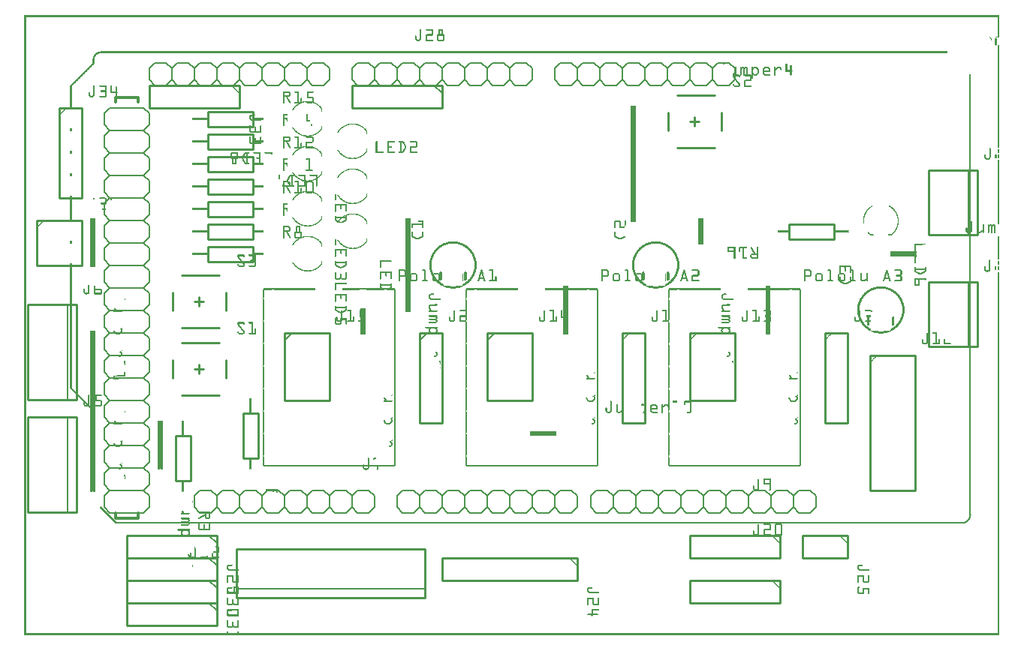
<source format=gto>
G04 MADE WITH FRITZING*
G04 WWW.FRITZING.ORG*
G04 DOUBLE SIDED*
G04 HOLES PLATED*
G04 CONTOUR ON CENTER OF CONTOUR VECTOR*
%ASAXBY*%
%FSLAX23Y23*%
%MOIN*%
%OFA0B0*%
%SFA1.0B1.0*%
%ADD10C,0.010000*%
%ADD11C,0.005000*%
%ADD12C,0.012000*%
%ADD13C,0.006000*%
%ADD14R,0.001000X0.001000*%
%LNSILK1*%
G90*
G70*
G54D10*
X154Y2345D02*
X154Y1945D01*
D02*
X154Y1945D02*
X254Y1945D01*
D02*
X254Y1945D02*
X254Y2345D01*
D02*
X254Y2345D02*
X154Y2345D01*
D02*
X1854Y2445D02*
X1454Y2445D01*
D02*
X1454Y2445D02*
X1454Y2345D01*
D02*
X1454Y2345D02*
X1854Y2345D01*
D02*
X1854Y2345D02*
X1854Y2445D01*
G54D11*
D02*
X1819Y2445D02*
X1854Y2410D01*
G54D10*
D02*
X854Y145D02*
X454Y145D01*
D02*
X454Y145D02*
X454Y45D01*
D02*
X454Y45D02*
X854Y45D01*
D02*
X854Y45D02*
X854Y145D01*
G54D11*
D02*
X819Y145D02*
X854Y110D01*
G54D10*
D02*
X854Y245D02*
X454Y245D01*
D02*
X454Y245D02*
X454Y145D01*
D02*
X454Y145D02*
X854Y145D01*
D02*
X854Y145D02*
X854Y245D01*
G54D11*
D02*
X819Y245D02*
X854Y210D01*
G54D10*
D02*
X854Y345D02*
X454Y345D01*
D02*
X454Y345D02*
X454Y245D01*
D02*
X454Y245D02*
X854Y245D01*
D02*
X854Y245D02*
X854Y345D01*
G54D11*
D02*
X819Y345D02*
X854Y310D01*
G54D10*
D02*
X854Y445D02*
X454Y445D01*
D02*
X454Y445D02*
X454Y345D01*
D02*
X454Y345D02*
X854Y345D01*
D02*
X854Y345D02*
X854Y445D01*
G54D11*
D02*
X819Y445D02*
X854Y410D01*
G54D10*
D02*
X813Y2228D02*
X1013Y2228D01*
D02*
X1013Y2228D02*
X1013Y2162D01*
D02*
X1013Y2162D02*
X813Y2162D01*
D02*
X813Y2162D02*
X813Y2228D01*
D02*
X813Y2328D02*
X1013Y2328D01*
D02*
X1013Y2328D02*
X1013Y2262D01*
D02*
X1013Y2262D02*
X813Y2262D01*
D02*
X813Y2262D02*
X813Y2328D01*
D02*
X954Y2445D02*
X554Y2445D01*
D02*
X554Y2445D02*
X554Y2345D01*
D02*
X554Y2345D02*
X954Y2345D01*
D02*
X954Y2345D02*
X954Y2445D01*
D02*
X3594Y1762D02*
X3394Y1762D01*
D02*
X3394Y1762D02*
X3394Y1828D01*
D02*
X3394Y1828D02*
X3594Y1828D01*
D02*
X3594Y1828D02*
X3594Y1762D01*
D02*
X54Y1845D02*
X54Y1645D01*
D02*
X54Y1645D02*
X254Y1645D01*
D02*
X254Y1645D02*
X254Y1845D01*
D02*
X254Y1845D02*
X54Y1845D01*
D02*
X4016Y2068D02*
X4016Y1782D01*
D02*
X4016Y1782D02*
X4232Y1782D01*
D02*
X4232Y1782D02*
X4232Y2068D01*
D02*
X4232Y2068D02*
X4016Y2068D01*
G54D11*
D02*
X4192Y1782D02*
X4192Y2068D01*
G54D12*
D02*
X504Y2370D02*
X504Y2390D01*
D02*
X504Y2390D02*
X404Y2390D01*
D02*
X404Y2390D02*
X404Y2370D01*
D02*
X504Y545D02*
X504Y520D01*
D02*
X504Y520D02*
X404Y520D01*
D02*
X404Y520D02*
X404Y545D01*
G54D13*
D02*
X729Y2445D02*
X679Y2445D01*
D02*
X679Y2445D02*
X654Y2470D01*
D02*
X654Y2470D02*
X654Y2520D01*
D02*
X654Y2520D02*
X679Y2545D01*
D02*
X854Y2470D02*
X829Y2445D01*
D02*
X829Y2445D02*
X779Y2445D01*
D02*
X779Y2445D02*
X754Y2470D01*
D02*
X754Y2470D02*
X754Y2520D01*
D02*
X754Y2520D02*
X779Y2545D01*
D02*
X779Y2545D02*
X829Y2545D01*
D02*
X829Y2545D02*
X854Y2520D01*
D02*
X729Y2445D02*
X754Y2470D01*
D02*
X754Y2520D02*
X729Y2545D01*
D02*
X679Y2545D02*
X729Y2545D01*
D02*
X1029Y2445D02*
X979Y2445D01*
D02*
X979Y2445D02*
X954Y2470D01*
D02*
X954Y2470D02*
X954Y2520D01*
D02*
X954Y2520D02*
X979Y2545D01*
D02*
X954Y2470D02*
X929Y2445D01*
D02*
X929Y2445D02*
X879Y2445D01*
D02*
X879Y2445D02*
X854Y2470D01*
D02*
X854Y2470D02*
X854Y2520D01*
D02*
X854Y2520D02*
X879Y2545D01*
D02*
X879Y2545D02*
X929Y2545D01*
D02*
X929Y2545D02*
X954Y2520D01*
D02*
X1154Y2470D02*
X1129Y2445D01*
D02*
X1129Y2445D02*
X1079Y2445D01*
D02*
X1079Y2445D02*
X1054Y2470D01*
D02*
X1054Y2470D02*
X1054Y2520D01*
D02*
X1054Y2520D02*
X1079Y2545D01*
D02*
X1079Y2545D02*
X1129Y2545D01*
D02*
X1129Y2545D02*
X1154Y2520D01*
D02*
X1029Y2445D02*
X1054Y2470D01*
D02*
X1054Y2520D02*
X1029Y2545D01*
D02*
X979Y2545D02*
X1029Y2545D01*
D02*
X1329Y2445D02*
X1279Y2445D01*
D02*
X1279Y2445D02*
X1254Y2470D01*
D02*
X1254Y2470D02*
X1254Y2520D01*
D02*
X1254Y2520D02*
X1279Y2545D01*
D02*
X1254Y2470D02*
X1229Y2445D01*
D02*
X1229Y2445D02*
X1179Y2445D01*
D02*
X1179Y2445D02*
X1154Y2470D01*
D02*
X1154Y2470D02*
X1154Y2520D01*
D02*
X1154Y2520D02*
X1179Y2545D01*
D02*
X1179Y2545D02*
X1229Y2545D01*
D02*
X1229Y2545D02*
X1254Y2520D01*
D02*
X1354Y2470D02*
X1354Y2520D01*
D02*
X1329Y2445D02*
X1354Y2470D01*
D02*
X1354Y2520D02*
X1329Y2545D01*
D02*
X1279Y2545D02*
X1329Y2545D01*
D02*
X629Y2445D02*
X579Y2445D01*
D02*
X579Y2445D02*
X554Y2470D01*
D02*
X554Y2470D02*
X554Y2520D01*
D02*
X554Y2520D02*
X579Y2545D01*
D02*
X629Y2445D02*
X654Y2470D01*
D02*
X654Y2520D02*
X629Y2545D01*
D02*
X579Y2545D02*
X629Y2545D01*
D02*
X1629Y2445D02*
X1579Y2445D01*
D02*
X1579Y2445D02*
X1554Y2470D01*
D02*
X1554Y2470D02*
X1554Y2520D01*
D02*
X1554Y2520D02*
X1579Y2545D01*
D02*
X1754Y2470D02*
X1729Y2445D01*
D02*
X1729Y2445D02*
X1679Y2445D01*
D02*
X1679Y2445D02*
X1654Y2470D01*
D02*
X1654Y2470D02*
X1654Y2520D01*
D02*
X1654Y2520D02*
X1679Y2545D01*
D02*
X1679Y2545D02*
X1729Y2545D01*
D02*
X1729Y2545D02*
X1754Y2520D01*
D02*
X1629Y2445D02*
X1654Y2470D01*
D02*
X1654Y2520D02*
X1629Y2545D01*
D02*
X1579Y2545D02*
X1629Y2545D01*
D02*
X1929Y2445D02*
X1879Y2445D01*
D02*
X1879Y2445D02*
X1854Y2470D01*
D02*
X1854Y2470D02*
X1854Y2520D01*
D02*
X1854Y2520D02*
X1879Y2545D01*
D02*
X1854Y2470D02*
X1829Y2445D01*
D02*
X1829Y2445D02*
X1779Y2445D01*
D02*
X1779Y2445D02*
X1754Y2470D01*
D02*
X1754Y2470D02*
X1754Y2520D01*
D02*
X1754Y2520D02*
X1779Y2545D01*
D02*
X1779Y2545D02*
X1829Y2545D01*
D02*
X1829Y2545D02*
X1854Y2520D01*
D02*
X2054Y2470D02*
X2029Y2445D01*
D02*
X2029Y2445D02*
X1979Y2445D01*
D02*
X1979Y2445D02*
X1954Y2470D01*
D02*
X1954Y2470D02*
X1954Y2520D01*
D02*
X1954Y2520D02*
X1979Y2545D01*
D02*
X1979Y2545D02*
X2029Y2545D01*
D02*
X2029Y2545D02*
X2054Y2520D01*
D02*
X1929Y2445D02*
X1954Y2470D01*
D02*
X1954Y2520D02*
X1929Y2545D01*
D02*
X1879Y2545D02*
X1929Y2545D01*
D02*
X2229Y2445D02*
X2179Y2445D01*
D02*
X2179Y2445D02*
X2154Y2470D01*
D02*
X2154Y2470D02*
X2154Y2520D01*
D02*
X2154Y2520D02*
X2179Y2545D01*
D02*
X2154Y2470D02*
X2129Y2445D01*
D02*
X2129Y2445D02*
X2079Y2445D01*
D02*
X2079Y2445D02*
X2054Y2470D01*
D02*
X2054Y2470D02*
X2054Y2520D01*
D02*
X2054Y2520D02*
X2079Y2545D01*
D02*
X2079Y2545D02*
X2129Y2545D01*
D02*
X2129Y2545D02*
X2154Y2520D01*
D02*
X2254Y2470D02*
X2254Y2520D01*
D02*
X2229Y2445D02*
X2254Y2470D01*
D02*
X2254Y2520D02*
X2229Y2545D01*
D02*
X2179Y2545D02*
X2229Y2545D01*
D02*
X1529Y2445D02*
X1479Y2445D01*
D02*
X1479Y2445D02*
X1454Y2470D01*
D02*
X1454Y2470D02*
X1454Y2520D01*
D02*
X1454Y2520D02*
X1479Y2545D01*
D02*
X1529Y2445D02*
X1554Y2470D01*
D02*
X1554Y2520D02*
X1529Y2545D01*
D02*
X1479Y2545D02*
X1529Y2545D01*
D02*
X1379Y645D02*
X1429Y645D01*
D02*
X1429Y645D02*
X1454Y620D01*
D02*
X1454Y620D02*
X1454Y570D01*
D02*
X1454Y570D02*
X1429Y545D01*
D02*
X1254Y620D02*
X1279Y645D01*
D02*
X1279Y645D02*
X1329Y645D01*
D02*
X1329Y645D02*
X1354Y620D01*
D02*
X1354Y620D02*
X1354Y570D01*
D02*
X1354Y570D02*
X1329Y545D01*
D02*
X1329Y545D02*
X1279Y545D01*
D02*
X1279Y545D02*
X1254Y570D01*
D02*
X1379Y645D02*
X1354Y620D01*
D02*
X1354Y570D02*
X1379Y545D01*
D02*
X1429Y545D02*
X1379Y545D01*
D02*
X1079Y645D02*
X1129Y645D01*
D02*
X1129Y645D02*
X1154Y620D01*
D02*
X1154Y620D02*
X1154Y570D01*
D02*
X1154Y570D02*
X1129Y545D01*
D02*
X1154Y620D02*
X1179Y645D01*
D02*
X1179Y645D02*
X1229Y645D01*
D02*
X1229Y645D02*
X1254Y620D01*
D02*
X1254Y620D02*
X1254Y570D01*
D02*
X1254Y570D02*
X1229Y545D01*
D02*
X1229Y545D02*
X1179Y545D01*
D02*
X1179Y545D02*
X1154Y570D01*
D02*
X954Y620D02*
X979Y645D01*
D02*
X979Y645D02*
X1029Y645D01*
D02*
X1029Y645D02*
X1054Y620D01*
D02*
X1054Y620D02*
X1054Y570D01*
D02*
X1054Y570D02*
X1029Y545D01*
D02*
X1029Y545D02*
X979Y545D01*
D02*
X979Y545D02*
X954Y570D01*
D02*
X1079Y645D02*
X1054Y620D01*
D02*
X1054Y570D02*
X1079Y545D01*
D02*
X1129Y545D02*
X1079Y545D01*
D02*
X779Y645D02*
X829Y645D01*
D02*
X829Y645D02*
X854Y620D01*
D02*
X854Y620D02*
X854Y570D01*
D02*
X854Y570D02*
X829Y545D01*
D02*
X854Y620D02*
X879Y645D01*
D02*
X879Y645D02*
X929Y645D01*
D02*
X929Y645D02*
X954Y620D01*
D02*
X954Y620D02*
X954Y570D01*
D02*
X954Y570D02*
X929Y545D01*
D02*
X929Y545D02*
X879Y545D01*
D02*
X879Y545D02*
X854Y570D01*
D02*
X754Y620D02*
X754Y570D01*
D02*
X779Y645D02*
X754Y620D01*
D02*
X754Y570D02*
X779Y545D01*
D02*
X829Y545D02*
X779Y545D01*
D02*
X1479Y645D02*
X1529Y645D01*
D02*
X1529Y645D02*
X1554Y620D01*
D02*
X1554Y620D02*
X1554Y570D01*
D02*
X1554Y570D02*
X1529Y545D01*
D02*
X1479Y645D02*
X1454Y620D01*
D02*
X1454Y570D02*
X1479Y545D01*
D02*
X1529Y545D02*
X1479Y545D01*
D02*
X2714Y570D02*
X2689Y545D01*
D02*
X2689Y545D02*
X2639Y545D01*
D02*
X2639Y545D02*
X2614Y570D01*
D02*
X2614Y570D02*
X2614Y620D01*
D02*
X2614Y620D02*
X2639Y645D01*
D02*
X2639Y645D02*
X2689Y645D01*
D02*
X2689Y645D02*
X2714Y620D01*
D02*
X2889Y545D02*
X2839Y545D01*
D02*
X2839Y545D02*
X2814Y570D01*
D02*
X2814Y570D02*
X2814Y620D01*
D02*
X2814Y620D02*
X2839Y645D01*
D02*
X2814Y570D02*
X2789Y545D01*
D02*
X2789Y545D02*
X2739Y545D01*
D02*
X2739Y545D02*
X2714Y570D01*
D02*
X2714Y570D02*
X2714Y620D01*
D02*
X2714Y620D02*
X2739Y645D01*
D02*
X2739Y645D02*
X2789Y645D01*
D02*
X2789Y645D02*
X2814Y620D01*
D02*
X3014Y570D02*
X2989Y545D01*
D02*
X2989Y545D02*
X2939Y545D01*
D02*
X2939Y545D02*
X2914Y570D01*
D02*
X2914Y570D02*
X2914Y620D01*
D02*
X2914Y620D02*
X2939Y645D01*
D02*
X2939Y645D02*
X2989Y645D01*
D02*
X2989Y645D02*
X3014Y620D01*
D02*
X2889Y545D02*
X2914Y570D01*
D02*
X2914Y620D02*
X2889Y645D01*
D02*
X2839Y645D02*
X2889Y645D01*
D02*
X3189Y545D02*
X3139Y545D01*
D02*
X3139Y545D02*
X3114Y570D01*
D02*
X3114Y570D02*
X3114Y620D01*
D02*
X3114Y620D02*
X3139Y645D01*
D02*
X3114Y570D02*
X3089Y545D01*
D02*
X3089Y545D02*
X3039Y545D01*
D02*
X3039Y545D02*
X3014Y570D01*
D02*
X3014Y570D02*
X3014Y620D01*
D02*
X3014Y620D02*
X3039Y645D01*
D02*
X3039Y645D02*
X3089Y645D01*
D02*
X3089Y645D02*
X3114Y620D01*
D02*
X3314Y570D02*
X3289Y545D01*
D02*
X3289Y545D02*
X3239Y545D01*
D02*
X3239Y545D02*
X3214Y570D01*
D02*
X3214Y570D02*
X3214Y620D01*
D02*
X3214Y620D02*
X3239Y645D01*
D02*
X3239Y645D02*
X3289Y645D01*
D02*
X3289Y645D02*
X3314Y620D01*
D02*
X3189Y545D02*
X3214Y570D01*
D02*
X3214Y620D02*
X3189Y645D01*
D02*
X3139Y645D02*
X3189Y645D01*
D02*
X3489Y545D02*
X3439Y545D01*
D02*
X3439Y545D02*
X3414Y570D01*
D02*
X3414Y570D02*
X3414Y620D01*
D02*
X3414Y620D02*
X3439Y645D01*
D02*
X3414Y570D02*
X3389Y545D01*
D02*
X3389Y545D02*
X3339Y545D01*
D02*
X3339Y545D02*
X3314Y570D01*
D02*
X3314Y570D02*
X3314Y620D01*
D02*
X3314Y620D02*
X3339Y645D01*
D02*
X3339Y645D02*
X3389Y645D01*
D02*
X3389Y645D02*
X3414Y620D01*
D02*
X3514Y570D02*
X3514Y620D01*
D02*
X3489Y545D02*
X3514Y570D01*
D02*
X3514Y620D02*
X3489Y645D01*
D02*
X3439Y645D02*
X3489Y645D01*
D02*
X2589Y545D02*
X2539Y545D01*
D02*
X2539Y545D02*
X2514Y570D01*
D02*
X2514Y570D02*
X2514Y620D01*
D02*
X2514Y620D02*
X2539Y645D01*
D02*
X2589Y545D02*
X2614Y570D01*
D02*
X2614Y620D02*
X2589Y645D01*
D02*
X2539Y645D02*
X2589Y645D01*
D02*
X2529Y2445D02*
X2479Y2445D01*
D02*
X2479Y2445D02*
X2454Y2470D01*
D02*
X2454Y2470D02*
X2454Y2520D01*
D02*
X2454Y2520D02*
X2479Y2545D01*
D02*
X2654Y2470D02*
X2629Y2445D01*
D02*
X2629Y2445D02*
X2579Y2445D01*
D02*
X2579Y2445D02*
X2554Y2470D01*
D02*
X2554Y2470D02*
X2554Y2520D01*
D02*
X2554Y2520D02*
X2579Y2545D01*
D02*
X2579Y2545D02*
X2629Y2545D01*
D02*
X2629Y2545D02*
X2654Y2520D01*
D02*
X2529Y2445D02*
X2554Y2470D01*
D02*
X2554Y2520D02*
X2529Y2545D01*
D02*
X2479Y2545D02*
X2529Y2545D01*
D02*
X2829Y2445D02*
X2779Y2445D01*
D02*
X2779Y2445D02*
X2754Y2470D01*
D02*
X2754Y2470D02*
X2754Y2520D01*
D02*
X2754Y2520D02*
X2779Y2545D01*
D02*
X2754Y2470D02*
X2729Y2445D01*
D02*
X2729Y2445D02*
X2679Y2445D01*
D02*
X2679Y2445D02*
X2654Y2470D01*
D02*
X2654Y2470D02*
X2654Y2520D01*
D02*
X2654Y2520D02*
X2679Y2545D01*
D02*
X2679Y2545D02*
X2729Y2545D01*
D02*
X2729Y2545D02*
X2754Y2520D01*
D02*
X2954Y2470D02*
X2929Y2445D01*
D02*
X2929Y2445D02*
X2879Y2445D01*
D02*
X2879Y2445D02*
X2854Y2470D01*
D02*
X2854Y2470D02*
X2854Y2520D01*
D02*
X2854Y2520D02*
X2879Y2545D01*
D02*
X2879Y2545D02*
X2929Y2545D01*
D02*
X2929Y2545D02*
X2954Y2520D01*
D02*
X2829Y2445D02*
X2854Y2470D01*
D02*
X2854Y2520D02*
X2829Y2545D01*
D02*
X2779Y2545D02*
X2829Y2545D01*
D02*
X3129Y2445D02*
X3079Y2445D01*
D02*
X3079Y2445D02*
X3054Y2470D01*
D02*
X3054Y2470D02*
X3054Y2520D01*
D02*
X3054Y2520D02*
X3079Y2545D01*
D02*
X3054Y2470D02*
X3029Y2445D01*
D02*
X3029Y2445D02*
X2979Y2445D01*
D02*
X2979Y2445D02*
X2954Y2470D01*
D02*
X2954Y2470D02*
X2954Y2520D01*
D02*
X2954Y2520D02*
X2979Y2545D01*
D02*
X2979Y2545D02*
X3029Y2545D01*
D02*
X3029Y2545D02*
X3054Y2520D01*
D02*
X3154Y2470D02*
X3154Y2520D01*
D02*
X3129Y2445D02*
X3154Y2470D01*
D02*
X3154Y2520D02*
X3129Y2545D01*
D02*
X3079Y2545D02*
X3129Y2545D01*
D02*
X2429Y2445D02*
X2379Y2445D01*
D02*
X2379Y2445D02*
X2354Y2470D01*
D02*
X2354Y2470D02*
X2354Y2520D01*
D02*
X2354Y2520D02*
X2379Y2545D01*
D02*
X2429Y2445D02*
X2454Y2470D01*
D02*
X2454Y2520D02*
X2429Y2545D01*
D02*
X2379Y2545D02*
X2429Y2545D01*
D02*
X2279Y645D02*
X2329Y645D01*
D02*
X2329Y645D02*
X2354Y620D01*
D02*
X2354Y620D02*
X2354Y570D01*
D02*
X2354Y570D02*
X2329Y545D01*
D02*
X2154Y620D02*
X2179Y645D01*
D02*
X2179Y645D02*
X2229Y645D01*
D02*
X2229Y645D02*
X2254Y620D01*
D02*
X2254Y620D02*
X2254Y570D01*
D02*
X2254Y570D02*
X2229Y545D01*
D02*
X2229Y545D02*
X2179Y545D01*
D02*
X2179Y545D02*
X2154Y570D01*
D02*
X2279Y645D02*
X2254Y620D01*
D02*
X2254Y570D02*
X2279Y545D01*
D02*
X2329Y545D02*
X2279Y545D01*
D02*
X1979Y645D02*
X2029Y645D01*
D02*
X2029Y645D02*
X2054Y620D01*
D02*
X2054Y620D02*
X2054Y570D01*
D02*
X2054Y570D02*
X2029Y545D01*
D02*
X2054Y620D02*
X2079Y645D01*
D02*
X2079Y645D02*
X2129Y645D01*
D02*
X2129Y645D02*
X2154Y620D01*
D02*
X2154Y620D02*
X2154Y570D01*
D02*
X2154Y570D02*
X2129Y545D01*
D02*
X2129Y545D02*
X2079Y545D01*
D02*
X2079Y545D02*
X2054Y570D01*
D02*
X1854Y620D02*
X1879Y645D01*
D02*
X1879Y645D02*
X1929Y645D01*
D02*
X1929Y645D02*
X1954Y620D01*
D02*
X1954Y620D02*
X1954Y570D01*
D02*
X1954Y570D02*
X1929Y545D01*
D02*
X1929Y545D02*
X1879Y545D01*
D02*
X1879Y545D02*
X1854Y570D01*
D02*
X1979Y645D02*
X1954Y620D01*
D02*
X1954Y570D02*
X1979Y545D01*
D02*
X2029Y545D02*
X1979Y545D01*
D02*
X1679Y645D02*
X1729Y645D01*
D02*
X1729Y645D02*
X1754Y620D01*
D02*
X1754Y620D02*
X1754Y570D01*
D02*
X1754Y570D02*
X1729Y545D01*
D02*
X1754Y620D02*
X1779Y645D01*
D02*
X1779Y645D02*
X1829Y645D01*
D02*
X1829Y645D02*
X1854Y620D01*
D02*
X1854Y620D02*
X1854Y570D01*
D02*
X1854Y570D02*
X1829Y545D01*
D02*
X1829Y545D02*
X1779Y545D01*
D02*
X1779Y545D02*
X1754Y570D01*
D02*
X1654Y620D02*
X1654Y570D01*
D02*
X1679Y645D02*
X1654Y620D01*
D02*
X1654Y570D02*
X1679Y545D01*
D02*
X1729Y545D02*
X1679Y545D01*
D02*
X2379Y645D02*
X2429Y645D01*
D02*
X2429Y645D02*
X2454Y620D01*
D02*
X2454Y620D02*
X2454Y570D01*
D02*
X2454Y570D02*
X2429Y545D01*
D02*
X2379Y645D02*
X2354Y620D01*
D02*
X2354Y570D02*
X2379Y545D01*
D02*
X2429Y545D02*
X2379Y545D01*
D02*
X529Y545D02*
X554Y570D01*
D02*
X554Y570D02*
X554Y620D01*
D02*
X554Y620D02*
X529Y645D01*
D02*
X529Y645D02*
X554Y670D01*
D02*
X554Y670D02*
X554Y720D01*
D02*
X554Y720D02*
X529Y745D01*
D02*
X529Y745D02*
X554Y770D01*
D02*
X554Y770D02*
X554Y820D01*
D02*
X554Y820D02*
X529Y845D01*
D02*
X529Y845D02*
X554Y870D01*
D02*
X554Y870D02*
X554Y920D01*
D02*
X554Y920D02*
X529Y945D01*
D02*
X529Y945D02*
X554Y970D01*
D02*
X554Y970D02*
X554Y1020D01*
D02*
X554Y1020D02*
X529Y1045D01*
D02*
X529Y1045D02*
X554Y1070D01*
D02*
X554Y1070D02*
X554Y1120D01*
D02*
X554Y1120D02*
X529Y1145D01*
D02*
X529Y545D02*
X379Y545D01*
D02*
X379Y545D02*
X354Y570D01*
D02*
X354Y570D02*
X354Y620D01*
D02*
X354Y620D02*
X379Y645D01*
D02*
X379Y645D02*
X354Y670D01*
D02*
X354Y670D02*
X354Y720D01*
D02*
X354Y720D02*
X379Y745D01*
D02*
X379Y745D02*
X354Y770D01*
D02*
X354Y770D02*
X354Y820D01*
D02*
X354Y820D02*
X379Y845D01*
D02*
X379Y845D02*
X354Y870D01*
D02*
X354Y870D02*
X354Y920D01*
D02*
X354Y920D02*
X379Y945D01*
D02*
X379Y945D02*
X354Y970D01*
D02*
X354Y970D02*
X354Y1020D01*
D02*
X354Y1020D02*
X379Y1045D01*
D02*
X379Y1045D02*
X354Y1070D01*
D02*
X354Y1070D02*
X354Y1120D01*
D02*
X354Y1120D02*
X379Y1145D01*
D02*
X379Y1145D02*
X354Y1170D01*
D02*
X354Y1170D02*
X354Y1220D01*
D02*
X354Y1220D02*
X379Y1245D01*
D02*
X379Y1245D02*
X354Y1270D01*
D02*
X354Y1270D02*
X354Y1320D01*
D02*
X354Y1320D02*
X379Y1345D01*
D02*
X379Y1345D02*
X354Y1370D01*
D02*
X354Y1370D02*
X354Y1420D01*
D02*
X354Y1420D02*
X379Y1445D01*
D02*
X379Y1445D02*
X354Y1470D01*
D02*
X354Y1470D02*
X354Y1520D01*
D02*
X354Y1520D02*
X379Y1545D01*
D02*
X379Y1545D02*
X354Y1570D01*
D02*
X354Y1570D02*
X354Y1620D01*
D02*
X354Y1620D02*
X379Y1645D01*
D02*
X379Y1645D02*
X354Y1670D01*
D02*
X354Y1670D02*
X354Y1720D01*
D02*
X379Y1745D02*
X354Y1720D01*
D02*
X379Y1745D02*
X354Y1770D01*
D02*
X354Y1820D02*
X354Y1770D01*
D02*
X354Y1820D02*
X379Y1845D01*
D02*
X379Y1845D02*
X354Y1870D01*
D02*
X354Y1920D02*
X354Y1870D01*
D02*
X354Y1920D02*
X379Y1945D01*
D02*
X379Y1945D02*
X354Y1970D01*
D02*
X354Y2020D02*
X354Y1970D01*
D02*
X354Y2020D02*
X379Y2045D01*
D02*
X379Y2045D02*
X354Y2070D01*
D02*
X354Y2120D02*
X354Y2070D01*
D02*
X354Y2120D02*
X379Y2145D01*
D02*
X379Y2145D02*
X354Y2170D01*
D02*
X354Y2220D02*
X354Y2170D01*
D02*
X354Y2220D02*
X379Y2245D01*
D02*
X379Y2245D02*
X354Y2270D01*
D02*
X354Y2320D02*
X354Y2270D01*
D02*
X354Y2320D02*
X379Y2345D01*
D02*
X529Y2345D02*
X554Y2320D01*
D02*
X554Y2320D02*
X554Y2270D01*
D02*
X529Y2245D02*
X554Y2270D01*
D02*
X529Y2245D02*
X554Y2220D01*
D02*
X554Y2220D02*
X554Y2170D01*
D02*
X529Y2145D02*
X554Y2170D01*
D02*
X529Y2145D02*
X554Y2120D01*
D02*
X554Y2070D02*
X554Y2120D01*
D02*
X554Y2070D02*
X529Y2045D01*
D02*
X529Y2045D02*
X554Y2020D01*
D02*
X554Y1970D02*
X554Y2020D01*
D02*
X554Y1970D02*
X529Y1945D01*
D02*
X529Y1945D02*
X554Y1920D01*
D02*
X554Y1920D02*
X554Y1870D01*
D02*
X529Y1845D02*
X554Y1870D01*
D02*
X529Y1845D02*
X554Y1820D01*
D02*
X554Y1820D02*
X554Y1770D01*
D02*
X529Y1745D02*
X554Y1770D01*
D02*
X529Y1745D02*
X554Y1720D01*
D02*
X554Y1720D02*
X554Y1670D01*
D02*
X529Y1645D02*
X554Y1670D01*
D02*
X529Y1645D02*
X554Y1620D01*
D02*
X554Y1620D02*
X554Y1570D01*
D02*
X529Y1545D02*
X554Y1570D01*
D02*
X529Y1545D02*
X554Y1520D01*
D02*
X554Y1520D02*
X554Y1470D01*
D02*
X529Y1445D02*
X554Y1470D01*
D02*
X529Y1445D02*
X554Y1420D01*
D02*
X554Y1420D02*
X554Y1370D01*
D02*
X529Y1345D02*
X554Y1370D01*
D02*
X529Y1345D02*
X554Y1320D01*
D02*
X554Y1320D02*
X554Y1270D01*
D02*
X529Y1245D02*
X554Y1270D01*
D02*
X529Y1245D02*
X554Y1220D01*
D02*
X554Y1220D02*
X554Y1170D01*
D02*
X529Y1145D02*
X554Y1170D01*
D02*
X379Y645D02*
X529Y645D01*
D02*
X379Y745D02*
X529Y745D01*
D02*
X379Y845D02*
X529Y845D01*
D02*
X379Y945D02*
X529Y945D01*
D02*
X379Y1045D02*
X529Y1045D01*
D02*
X379Y1145D02*
X529Y1145D01*
D02*
X379Y1245D02*
X529Y1245D01*
D02*
X379Y1345D02*
X529Y1345D01*
D02*
X379Y1445D02*
X529Y1445D01*
D02*
X379Y1545D02*
X529Y1545D01*
D02*
X379Y1645D02*
X529Y1645D01*
D02*
X379Y1745D02*
X529Y1745D01*
D02*
X379Y1845D02*
X529Y1845D01*
D02*
X379Y1945D02*
X529Y1945D01*
D02*
X379Y2045D02*
X529Y2045D01*
D02*
X379Y2145D02*
X529Y2145D01*
D02*
X379Y2245D02*
X529Y2245D01*
D02*
X379Y2345D02*
X529Y2345D01*
G54D10*
D02*
X3554Y1345D02*
X3554Y945D01*
D02*
X3554Y945D02*
X3654Y945D01*
D02*
X3654Y945D02*
X3654Y1345D01*
D02*
X3654Y1345D02*
X3554Y1345D01*
D02*
X1754Y1345D02*
X1754Y945D01*
D02*
X1754Y945D02*
X1854Y945D01*
D02*
X1854Y945D02*
X1854Y1345D01*
D02*
X1854Y1345D02*
X1754Y1345D01*
G54D11*
D02*
X1754Y1310D02*
X1789Y1345D01*
G54D10*
D02*
X2654Y1345D02*
X2654Y945D01*
D02*
X2654Y945D02*
X2754Y945D01*
D02*
X2754Y945D02*
X2754Y1345D01*
D02*
X2754Y1345D02*
X2654Y1345D01*
D02*
X16Y969D02*
X16Y546D01*
D02*
X16Y546D02*
X232Y546D01*
D02*
X232Y546D02*
X232Y969D01*
D02*
X232Y969D02*
X16Y969D01*
G54D11*
D02*
X192Y546D02*
X192Y969D01*
G54D10*
D02*
X16Y1469D02*
X16Y1046D01*
D02*
X16Y1046D02*
X232Y1046D01*
D02*
X232Y1046D02*
X232Y1469D01*
D02*
X232Y1469D02*
X16Y1469D01*
G54D11*
D02*
X192Y1046D02*
X192Y1469D01*
G54D10*
D02*
X1777Y383D02*
X941Y383D01*
D02*
X941Y383D02*
X941Y167D01*
D02*
X941Y167D02*
X1777Y167D01*
D02*
X1777Y167D02*
X1777Y383D01*
G54D11*
D02*
X941Y207D02*
X1777Y207D01*
G54D10*
D02*
X3354Y445D02*
X2954Y445D01*
D02*
X2954Y445D02*
X2954Y345D01*
D02*
X2954Y345D02*
X3354Y345D01*
D02*
X3354Y345D02*
X3354Y445D01*
D02*
X3754Y1245D02*
X3754Y645D01*
D02*
X3754Y645D02*
X3954Y645D01*
D02*
X3954Y645D02*
X3954Y1245D01*
D02*
X3954Y1245D02*
X3754Y1245D01*
D02*
X1154Y1345D02*
X1154Y1045D01*
D02*
X1154Y1045D02*
X1354Y1045D01*
D02*
X1354Y1045D02*
X1354Y1345D01*
D02*
X1354Y1345D02*
X1154Y1345D01*
G54D11*
D02*
X1154Y1310D02*
X1189Y1345D01*
G54D10*
D02*
X2054Y1345D02*
X2054Y1045D01*
D02*
X2054Y1045D02*
X2254Y1045D01*
D02*
X2254Y1045D02*
X2254Y1345D01*
D02*
X2254Y1345D02*
X2054Y1345D01*
G54D11*
D02*
X2054Y1310D02*
X2089Y1345D01*
G54D10*
D02*
X2954Y1345D02*
X2954Y1045D01*
D02*
X2954Y1045D02*
X3154Y1045D01*
D02*
X3154Y1045D02*
X3154Y1345D01*
D02*
X3154Y1345D02*
X2954Y1345D01*
D02*
X894Y1223D02*
X894Y1145D01*
D02*
X697Y1302D02*
X864Y1302D01*
D02*
X697Y1066D02*
X864Y1066D01*
D02*
X657Y1223D02*
X657Y1145D01*
D02*
X776Y1204D02*
X776Y1164D01*
D02*
X795Y1184D02*
X756Y1184D01*
D02*
X737Y886D02*
X737Y686D01*
D02*
X737Y686D02*
X671Y686D01*
D02*
X671Y686D02*
X671Y886D01*
D02*
X671Y886D02*
X737Y886D01*
D02*
X3094Y2323D02*
X3094Y2245D01*
D02*
X2897Y2402D02*
X3064Y2402D01*
D02*
X2897Y2166D02*
X3064Y2166D01*
D02*
X2857Y2323D02*
X2857Y2245D01*
D02*
X2976Y2304D02*
X2976Y2264D01*
D02*
X2995Y2284D02*
X2956Y2284D01*
D02*
X3354Y245D02*
X2954Y245D01*
D02*
X2954Y245D02*
X2954Y145D01*
D02*
X2954Y145D02*
X3354Y145D01*
D02*
X3354Y145D02*
X3354Y245D01*
D02*
X4016Y1569D02*
X4016Y1284D01*
D02*
X4016Y1284D02*
X4232Y1284D01*
D02*
X4232Y1284D02*
X4232Y1569D01*
D02*
X4232Y1569D02*
X4016Y1569D01*
G54D11*
D02*
X4192Y1284D02*
X4192Y1569D01*
G54D10*
D02*
X894Y1523D02*
X894Y1445D01*
D02*
X697Y1602D02*
X864Y1602D01*
D02*
X697Y1366D02*
X864Y1366D01*
D02*
X657Y1523D02*
X657Y1445D01*
D02*
X776Y1504D02*
X776Y1464D01*
D02*
X795Y1484D02*
X756Y1484D01*
D02*
X1037Y986D02*
X1037Y786D01*
D02*
X1037Y786D02*
X971Y786D01*
D02*
X971Y786D02*
X971Y986D01*
D02*
X971Y986D02*
X1037Y986D01*
D02*
X813Y1728D02*
X1013Y1728D01*
D02*
X1013Y1728D02*
X1013Y1662D01*
D02*
X1013Y1662D02*
X813Y1662D01*
D02*
X813Y1662D02*
X813Y1728D01*
D02*
X813Y1828D02*
X1013Y1828D01*
D02*
X1013Y1828D02*
X1013Y1762D01*
D02*
X1013Y1762D02*
X813Y1762D01*
D02*
X813Y1762D02*
X813Y1828D01*
D02*
X813Y1928D02*
X1013Y1928D01*
D02*
X1013Y1928D02*
X1013Y1862D01*
D02*
X1013Y1862D02*
X813Y1862D01*
D02*
X813Y1862D02*
X813Y1928D01*
D02*
X813Y2028D02*
X1013Y2028D01*
D02*
X1013Y2028D02*
X1013Y1962D01*
D02*
X1013Y1962D02*
X813Y1962D01*
D02*
X813Y1962D02*
X813Y2028D01*
D02*
X813Y2128D02*
X1013Y2128D01*
D02*
X1013Y2128D02*
X1013Y2062D01*
D02*
X1013Y2062D02*
X813Y2062D01*
D02*
X813Y2062D02*
X813Y2128D01*
D02*
X2454Y345D02*
X1854Y345D01*
D02*
X1854Y345D02*
X1854Y245D01*
D02*
X1854Y245D02*
X2454Y245D01*
D02*
X2454Y245D02*
X2454Y345D01*
D02*
X3654Y445D02*
X3454Y445D01*
D02*
X3454Y445D02*
X3454Y345D01*
D02*
X3454Y345D02*
X3654Y345D01*
D02*
X3654Y345D02*
X3654Y445D01*
G54D14*
X0Y2756D02*
X4329Y2756D01*
X0Y2755D02*
X4329Y2755D01*
X0Y2754D02*
X4329Y2754D01*
X0Y2753D02*
X4329Y2753D01*
X0Y2752D02*
X4329Y2752D01*
X0Y2751D02*
X4329Y2751D01*
X0Y2750D02*
X4329Y2750D01*
X0Y2749D02*
X4329Y2749D01*
X0Y2748D02*
X7Y2748D01*
X4322Y2748D02*
X4329Y2748D01*
X0Y2747D02*
X7Y2747D01*
X4322Y2747D02*
X4329Y2747D01*
X0Y2746D02*
X7Y2746D01*
X4322Y2746D02*
X4329Y2746D01*
X0Y2745D02*
X7Y2745D01*
X4322Y2745D02*
X4329Y2745D01*
X0Y2744D02*
X7Y2744D01*
X4322Y2744D02*
X4329Y2744D01*
X0Y2743D02*
X7Y2743D01*
X4322Y2743D02*
X4329Y2743D01*
X0Y2742D02*
X7Y2742D01*
X4322Y2742D02*
X4329Y2742D01*
X0Y2741D02*
X7Y2741D01*
X4322Y2741D02*
X4329Y2741D01*
X0Y2740D02*
X7Y2740D01*
X4322Y2740D02*
X4329Y2740D01*
X0Y2739D02*
X7Y2739D01*
X4322Y2739D02*
X4329Y2739D01*
X0Y2738D02*
X7Y2738D01*
X4322Y2738D02*
X4329Y2738D01*
X0Y2737D02*
X7Y2737D01*
X4322Y2737D02*
X4329Y2737D01*
X0Y2736D02*
X7Y2736D01*
X4322Y2736D02*
X4329Y2736D01*
X0Y2735D02*
X7Y2735D01*
X4322Y2735D02*
X4329Y2735D01*
X0Y2734D02*
X7Y2734D01*
X4322Y2734D02*
X4329Y2734D01*
X0Y2733D02*
X7Y2733D01*
X4322Y2733D02*
X4329Y2733D01*
X0Y2732D02*
X7Y2732D01*
X4322Y2732D02*
X4329Y2732D01*
X0Y2731D02*
X7Y2731D01*
X4322Y2731D02*
X4329Y2731D01*
X0Y2730D02*
X7Y2730D01*
X4322Y2730D02*
X4329Y2730D01*
X0Y2729D02*
X7Y2729D01*
X4322Y2729D02*
X4329Y2729D01*
X0Y2728D02*
X7Y2728D01*
X4322Y2728D02*
X4329Y2728D01*
X0Y2727D02*
X7Y2727D01*
X4322Y2727D02*
X4329Y2727D01*
X0Y2726D02*
X7Y2726D01*
X4322Y2726D02*
X4329Y2726D01*
X0Y2725D02*
X7Y2725D01*
X4322Y2725D02*
X4329Y2725D01*
X0Y2724D02*
X7Y2724D01*
X4322Y2724D02*
X4329Y2724D01*
X0Y2723D02*
X7Y2723D01*
X4322Y2723D02*
X4329Y2723D01*
X0Y2722D02*
X7Y2722D01*
X4322Y2722D02*
X4329Y2722D01*
X0Y2721D02*
X7Y2721D01*
X4322Y2721D02*
X4329Y2721D01*
X0Y2720D02*
X7Y2720D01*
X4322Y2720D02*
X4329Y2720D01*
X0Y2719D02*
X7Y2719D01*
X4322Y2719D02*
X4329Y2719D01*
X0Y2718D02*
X7Y2718D01*
X4322Y2718D02*
X4329Y2718D01*
X0Y2717D02*
X7Y2717D01*
X4322Y2717D02*
X4329Y2717D01*
X0Y2716D02*
X7Y2716D01*
X4322Y2716D02*
X4329Y2716D01*
X0Y2715D02*
X7Y2715D01*
X4322Y2715D02*
X4329Y2715D01*
X0Y2714D02*
X7Y2714D01*
X4322Y2714D02*
X4329Y2714D01*
X0Y2713D02*
X7Y2713D01*
X4322Y2713D02*
X4329Y2713D01*
X0Y2712D02*
X7Y2712D01*
X4322Y2712D02*
X4329Y2712D01*
X0Y2711D02*
X7Y2711D01*
X4322Y2711D02*
X4329Y2711D01*
X0Y2710D02*
X7Y2710D01*
X4322Y2710D02*
X4329Y2710D01*
X0Y2709D02*
X7Y2709D01*
X4322Y2709D02*
X4329Y2709D01*
X0Y2708D02*
X7Y2708D01*
X4322Y2708D02*
X4329Y2708D01*
X0Y2707D02*
X7Y2707D01*
X4322Y2707D02*
X4329Y2707D01*
X0Y2706D02*
X7Y2706D01*
X4322Y2706D02*
X4329Y2706D01*
X0Y2705D02*
X7Y2705D01*
X4322Y2705D02*
X4329Y2705D01*
X0Y2704D02*
X7Y2704D01*
X4322Y2704D02*
X4329Y2704D01*
X0Y2703D02*
X7Y2703D01*
X4322Y2703D02*
X4329Y2703D01*
X0Y2702D02*
X7Y2702D01*
X4322Y2702D02*
X4329Y2702D01*
X0Y2701D02*
X7Y2701D01*
X4322Y2701D02*
X4329Y2701D01*
X0Y2700D02*
X7Y2700D01*
X4322Y2700D02*
X4329Y2700D01*
X0Y2699D02*
X7Y2699D01*
X4322Y2699D02*
X4329Y2699D01*
X0Y2698D02*
X7Y2698D01*
X4322Y2698D02*
X4329Y2698D01*
X0Y2697D02*
X7Y2697D01*
X4322Y2697D02*
X4329Y2697D01*
X0Y2696D02*
X7Y2696D01*
X4322Y2696D02*
X4329Y2696D01*
X0Y2695D02*
X7Y2695D01*
X1756Y2695D02*
X1760Y2695D01*
X1783Y2695D02*
X1811Y2695D01*
X1840Y2695D02*
X1857Y2695D01*
X4322Y2695D02*
X4329Y2695D01*
X0Y2694D02*
X7Y2694D01*
X1756Y2694D02*
X1761Y2694D01*
X1782Y2694D02*
X1812Y2694D01*
X1839Y2694D02*
X1858Y2694D01*
X4322Y2694D02*
X4329Y2694D01*
X0Y2693D02*
X7Y2693D01*
X1755Y2693D02*
X1761Y2693D01*
X1781Y2693D02*
X1813Y2693D01*
X1839Y2693D02*
X1858Y2693D01*
X4322Y2693D02*
X4329Y2693D01*
X0Y2692D02*
X7Y2692D01*
X1755Y2692D02*
X1761Y2692D01*
X1781Y2692D02*
X1814Y2692D01*
X1838Y2692D02*
X1858Y2692D01*
X4322Y2692D02*
X4329Y2692D01*
X0Y2691D02*
X7Y2691D01*
X1755Y2691D02*
X1761Y2691D01*
X1782Y2691D02*
X1814Y2691D01*
X1838Y2691D02*
X1858Y2691D01*
X4322Y2691D02*
X4329Y2691D01*
X0Y2690D02*
X7Y2690D01*
X1755Y2690D02*
X1761Y2690D01*
X1782Y2690D02*
X1815Y2690D01*
X1838Y2690D02*
X1858Y2690D01*
X4322Y2690D02*
X4329Y2690D01*
X0Y2689D02*
X7Y2689D01*
X1755Y2689D02*
X1761Y2689D01*
X1784Y2689D02*
X1815Y2689D01*
X1838Y2689D02*
X1858Y2689D01*
X4322Y2689D02*
X4329Y2689D01*
X0Y2688D02*
X7Y2688D01*
X1755Y2688D02*
X1761Y2688D01*
X1809Y2688D02*
X1815Y2688D01*
X1838Y2688D02*
X1844Y2688D01*
X1852Y2688D02*
X1858Y2688D01*
X4322Y2688D02*
X4329Y2688D01*
X0Y2687D02*
X7Y2687D01*
X1755Y2687D02*
X1761Y2687D01*
X1809Y2687D02*
X1815Y2687D01*
X1838Y2687D02*
X1844Y2687D01*
X1852Y2687D02*
X1858Y2687D01*
X4322Y2687D02*
X4329Y2687D01*
X0Y2686D02*
X7Y2686D01*
X1755Y2686D02*
X1761Y2686D01*
X1809Y2686D02*
X1815Y2686D01*
X1838Y2686D02*
X1844Y2686D01*
X1852Y2686D02*
X1858Y2686D01*
X4322Y2686D02*
X4329Y2686D01*
X0Y2685D02*
X7Y2685D01*
X1755Y2685D02*
X1761Y2685D01*
X1809Y2685D02*
X1815Y2685D01*
X1838Y2685D02*
X1844Y2685D01*
X1852Y2685D02*
X1858Y2685D01*
X4322Y2685D02*
X4329Y2685D01*
X0Y2684D02*
X7Y2684D01*
X1755Y2684D02*
X1761Y2684D01*
X1809Y2684D02*
X1815Y2684D01*
X1838Y2684D02*
X1844Y2684D01*
X1852Y2684D02*
X1858Y2684D01*
X4322Y2684D02*
X4329Y2684D01*
X0Y2683D02*
X7Y2683D01*
X1755Y2683D02*
X1761Y2683D01*
X1809Y2683D02*
X1815Y2683D01*
X1838Y2683D02*
X1844Y2683D01*
X1852Y2683D02*
X1858Y2683D01*
X4322Y2683D02*
X4329Y2683D01*
X0Y2682D02*
X7Y2682D01*
X1755Y2682D02*
X1761Y2682D01*
X1809Y2682D02*
X1815Y2682D01*
X1838Y2682D02*
X1844Y2682D01*
X1852Y2682D02*
X1858Y2682D01*
X4322Y2682D02*
X4329Y2682D01*
X0Y2681D02*
X7Y2681D01*
X1755Y2681D02*
X1761Y2681D01*
X1809Y2681D02*
X1815Y2681D01*
X1838Y2681D02*
X1844Y2681D01*
X1852Y2681D02*
X1858Y2681D01*
X4322Y2681D02*
X4329Y2681D01*
X0Y2680D02*
X7Y2680D01*
X1755Y2680D02*
X1761Y2680D01*
X1809Y2680D02*
X1815Y2680D01*
X1838Y2680D02*
X1844Y2680D01*
X1852Y2680D02*
X1858Y2680D01*
X4322Y2680D02*
X4329Y2680D01*
X0Y2679D02*
X7Y2679D01*
X1755Y2679D02*
X1761Y2679D01*
X1809Y2679D02*
X1815Y2679D01*
X1838Y2679D02*
X1844Y2679D01*
X1852Y2679D02*
X1858Y2679D01*
X4322Y2679D02*
X4329Y2679D01*
X0Y2678D02*
X7Y2678D01*
X1755Y2678D02*
X1761Y2678D01*
X1809Y2678D02*
X1815Y2678D01*
X1838Y2678D02*
X1844Y2678D01*
X1852Y2678D02*
X1858Y2678D01*
X4322Y2678D02*
X4329Y2678D01*
X0Y2677D02*
X7Y2677D01*
X1755Y2677D02*
X1761Y2677D01*
X1809Y2677D02*
X1815Y2677D01*
X1838Y2677D02*
X1844Y2677D01*
X1852Y2677D02*
X1858Y2677D01*
X4322Y2677D02*
X4329Y2677D01*
X0Y2676D02*
X7Y2676D01*
X1755Y2676D02*
X1761Y2676D01*
X1809Y2676D02*
X1815Y2676D01*
X1838Y2676D02*
X1844Y2676D01*
X1852Y2676D02*
X1858Y2676D01*
X4322Y2676D02*
X4329Y2676D01*
X0Y2675D02*
X7Y2675D01*
X1755Y2675D02*
X1761Y2675D01*
X1809Y2675D02*
X1815Y2675D01*
X1838Y2675D02*
X1844Y2675D01*
X1852Y2675D02*
X1858Y2675D01*
X4322Y2675D02*
X4329Y2675D01*
X0Y2674D02*
X7Y2674D01*
X1755Y2674D02*
X1761Y2674D01*
X1809Y2674D02*
X1815Y2674D01*
X1838Y2674D02*
X1844Y2674D01*
X1852Y2674D02*
X1858Y2674D01*
X4322Y2674D02*
X4329Y2674D01*
X0Y2673D02*
X7Y2673D01*
X1755Y2673D02*
X1761Y2673D01*
X1809Y2673D02*
X1815Y2673D01*
X1838Y2673D02*
X1844Y2673D01*
X1852Y2673D02*
X1858Y2673D01*
X4322Y2673D02*
X4329Y2673D01*
X0Y2672D02*
X7Y2672D01*
X1755Y2672D02*
X1761Y2672D01*
X1787Y2672D02*
X1815Y2672D01*
X1836Y2672D02*
X1860Y2672D01*
X4322Y2672D02*
X4329Y2672D01*
X0Y2671D02*
X7Y2671D01*
X1755Y2671D02*
X1761Y2671D01*
X1784Y2671D02*
X1815Y2671D01*
X1834Y2671D02*
X1862Y2671D01*
X4322Y2671D02*
X4329Y2671D01*
X0Y2670D02*
X7Y2670D01*
X1755Y2670D02*
X1761Y2670D01*
X1783Y2670D02*
X1814Y2670D01*
X1833Y2670D02*
X1863Y2670D01*
X4322Y2670D02*
X4329Y2670D01*
X0Y2669D02*
X7Y2669D01*
X1755Y2669D02*
X1761Y2669D01*
X1782Y2669D02*
X1814Y2669D01*
X1833Y2669D02*
X1864Y2669D01*
X4322Y2669D02*
X4329Y2669D01*
X0Y2668D02*
X7Y2668D01*
X1755Y2668D02*
X1761Y2668D01*
X1782Y2668D02*
X1813Y2668D01*
X1832Y2668D02*
X1864Y2668D01*
X4322Y2668D02*
X4329Y2668D01*
X0Y2667D02*
X7Y2667D01*
X1755Y2667D02*
X1761Y2667D01*
X1782Y2667D02*
X1812Y2667D01*
X1832Y2667D02*
X1865Y2667D01*
X4322Y2667D02*
X4329Y2667D01*
X0Y2666D02*
X7Y2666D01*
X1736Y2666D02*
X1739Y2666D01*
X1755Y2666D02*
X1761Y2666D01*
X1781Y2666D02*
X1811Y2666D01*
X1832Y2666D02*
X1865Y2666D01*
X4322Y2666D02*
X4329Y2666D01*
X0Y2665D02*
X7Y2665D01*
X1735Y2665D02*
X1740Y2665D01*
X1755Y2665D02*
X1761Y2665D01*
X1781Y2665D02*
X1787Y2665D01*
X1831Y2665D02*
X1838Y2665D01*
X1859Y2665D02*
X1865Y2665D01*
X4322Y2665D02*
X4329Y2665D01*
X0Y2664D02*
X7Y2664D01*
X1735Y2664D02*
X1740Y2664D01*
X1755Y2664D02*
X1761Y2664D01*
X1781Y2664D02*
X1787Y2664D01*
X1831Y2664D02*
X1837Y2664D01*
X1859Y2664D02*
X1865Y2664D01*
X4322Y2664D02*
X4329Y2664D01*
X0Y2663D02*
X7Y2663D01*
X1735Y2663D02*
X1740Y2663D01*
X1755Y2663D02*
X1761Y2663D01*
X1781Y2663D02*
X1787Y2663D01*
X1831Y2663D02*
X1837Y2663D01*
X1859Y2663D02*
X1865Y2663D01*
X4322Y2663D02*
X4329Y2663D01*
X0Y2662D02*
X7Y2662D01*
X1734Y2662D02*
X1741Y2662D01*
X1755Y2662D02*
X1761Y2662D01*
X1781Y2662D02*
X1787Y2662D01*
X1831Y2662D02*
X1837Y2662D01*
X1859Y2662D02*
X1865Y2662D01*
X4322Y2662D02*
X4329Y2662D01*
X0Y2661D02*
X7Y2661D01*
X1734Y2661D02*
X1741Y2661D01*
X1755Y2661D02*
X1761Y2661D01*
X1781Y2661D02*
X1787Y2661D01*
X1831Y2661D02*
X1837Y2661D01*
X1859Y2661D02*
X1865Y2661D01*
X4283Y2661D02*
X4283Y2661D01*
X4313Y2661D02*
X4314Y2661D01*
X4322Y2661D02*
X4329Y2661D01*
X0Y2660D02*
X7Y2660D01*
X1734Y2660D02*
X1741Y2660D01*
X1755Y2660D02*
X1761Y2660D01*
X1781Y2660D02*
X1787Y2660D01*
X1831Y2660D02*
X1837Y2660D01*
X1859Y2660D02*
X1865Y2660D01*
X4284Y2660D02*
X4286Y2660D01*
X4311Y2660D02*
X4315Y2660D01*
X4319Y2660D02*
X4329Y2660D01*
X0Y2659D02*
X7Y2659D01*
X1734Y2659D02*
X1741Y2659D01*
X1755Y2659D02*
X1761Y2659D01*
X1781Y2659D02*
X1787Y2659D01*
X1831Y2659D02*
X1837Y2659D01*
X1859Y2659D02*
X1865Y2659D01*
X4285Y2659D02*
X4288Y2659D01*
X4311Y2659D02*
X4316Y2659D01*
X4318Y2659D02*
X4329Y2659D01*
X0Y2658D02*
X7Y2658D01*
X1734Y2658D02*
X1741Y2658D01*
X1755Y2658D02*
X1761Y2658D01*
X1781Y2658D02*
X1787Y2658D01*
X1831Y2658D02*
X1837Y2658D01*
X1859Y2658D02*
X1865Y2658D01*
X4285Y2658D02*
X4289Y2658D01*
X0Y2657D02*
X7Y2657D01*
X1734Y2657D02*
X1741Y2657D01*
X1755Y2657D02*
X1761Y2657D01*
X1781Y2657D02*
X1787Y2657D01*
X1831Y2657D02*
X1837Y2657D01*
X1859Y2657D02*
X1865Y2657D01*
X4286Y2657D02*
X4290Y2657D01*
X0Y2656D02*
X7Y2656D01*
X1734Y2656D02*
X1741Y2656D01*
X1755Y2656D02*
X1761Y2656D01*
X1781Y2656D02*
X1787Y2656D01*
X1831Y2656D02*
X1837Y2656D01*
X1859Y2656D02*
X1865Y2656D01*
X4287Y2656D02*
X4291Y2656D01*
X0Y2655D02*
X7Y2655D01*
X1734Y2655D02*
X1741Y2655D01*
X1755Y2655D02*
X1761Y2655D01*
X1781Y2655D02*
X1787Y2655D01*
X1831Y2655D02*
X1837Y2655D01*
X1859Y2655D02*
X1865Y2655D01*
X4288Y2655D02*
X4292Y2655D01*
X0Y2654D02*
X7Y2654D01*
X1734Y2654D02*
X1741Y2654D01*
X1755Y2654D02*
X1761Y2654D01*
X1781Y2654D02*
X1787Y2654D01*
X1831Y2654D02*
X1837Y2654D01*
X1859Y2654D02*
X1865Y2654D01*
X4288Y2654D02*
X4293Y2654D01*
X0Y2653D02*
X7Y2653D01*
X1734Y2653D02*
X1741Y2653D01*
X1755Y2653D02*
X1761Y2653D01*
X1781Y2653D02*
X1787Y2653D01*
X1831Y2653D02*
X1837Y2653D01*
X1859Y2653D02*
X1865Y2653D01*
X4289Y2653D02*
X4293Y2653D01*
X4310Y2653D02*
X4320Y2653D01*
X0Y2652D02*
X7Y2652D01*
X1735Y2652D02*
X1741Y2652D01*
X1755Y2652D02*
X1761Y2652D01*
X1781Y2652D02*
X1787Y2652D01*
X1831Y2652D02*
X1837Y2652D01*
X1859Y2652D02*
X1865Y2652D01*
X4290Y2652D02*
X4294Y2652D01*
X4310Y2652D02*
X4319Y2652D01*
X0Y2651D02*
X7Y2651D01*
X1735Y2651D02*
X1741Y2651D01*
X1755Y2651D02*
X1761Y2651D01*
X1781Y2651D02*
X1787Y2651D01*
X1831Y2651D02*
X1837Y2651D01*
X1859Y2651D02*
X1865Y2651D01*
X4290Y2651D02*
X4294Y2651D01*
X4310Y2651D02*
X4318Y2651D01*
X0Y2650D02*
X7Y2650D01*
X1735Y2650D02*
X1741Y2650D01*
X1754Y2650D02*
X1761Y2650D01*
X1781Y2650D02*
X1787Y2650D01*
X1831Y2650D02*
X1837Y2650D01*
X1859Y2650D02*
X1865Y2650D01*
X4291Y2650D02*
X4294Y2650D01*
X4310Y2650D02*
X4317Y2650D01*
X0Y2649D02*
X7Y2649D01*
X1735Y2649D02*
X1743Y2649D01*
X1753Y2649D02*
X1761Y2649D01*
X1781Y2649D02*
X1787Y2649D01*
X1831Y2649D02*
X1838Y2649D01*
X1859Y2649D02*
X1865Y2649D01*
X4291Y2649D02*
X4294Y2649D01*
X4310Y2649D02*
X4316Y2649D01*
X0Y2648D02*
X7Y2648D01*
X1735Y2648D02*
X1760Y2648D01*
X1781Y2648D02*
X1813Y2648D01*
X1832Y2648D02*
X1865Y2648D01*
X4292Y2648D02*
X4294Y2648D01*
X4310Y2648D02*
X4316Y2648D01*
X0Y2647D02*
X7Y2647D01*
X1736Y2647D02*
X1760Y2647D01*
X1781Y2647D02*
X1814Y2647D01*
X1832Y2647D02*
X1865Y2647D01*
X4293Y2647D02*
X4294Y2647D01*
X4310Y2647D02*
X4316Y2647D01*
X0Y2646D02*
X7Y2646D01*
X1737Y2646D02*
X1759Y2646D01*
X1781Y2646D02*
X1815Y2646D01*
X1832Y2646D02*
X1864Y2646D01*
X4293Y2646D02*
X4294Y2646D01*
X4310Y2646D02*
X4316Y2646D01*
X0Y2645D02*
X7Y2645D01*
X1737Y2645D02*
X1758Y2645D01*
X1781Y2645D02*
X1815Y2645D01*
X1833Y2645D02*
X1864Y2645D01*
X4294Y2645D02*
X4294Y2645D01*
X4310Y2645D02*
X4316Y2645D01*
X0Y2644D02*
X7Y2644D01*
X1739Y2644D02*
X1757Y2644D01*
X1781Y2644D02*
X1815Y2644D01*
X1833Y2644D02*
X1863Y2644D01*
X4294Y2644D02*
X4294Y2644D01*
X4310Y2644D02*
X4316Y2644D01*
X0Y2643D02*
X7Y2643D01*
X1740Y2643D02*
X1756Y2643D01*
X1781Y2643D02*
X1814Y2643D01*
X1834Y2643D02*
X1862Y2643D01*
X4310Y2643D02*
X4316Y2643D01*
X0Y2642D02*
X7Y2642D01*
X1743Y2642D02*
X1753Y2642D01*
X1781Y2642D02*
X1813Y2642D01*
X1836Y2642D02*
X1860Y2642D01*
X4310Y2642D02*
X4316Y2642D01*
X0Y2641D02*
X7Y2641D01*
X4310Y2641D02*
X4316Y2641D01*
X0Y2640D02*
X7Y2640D01*
X4310Y2640D02*
X4316Y2640D01*
X0Y2639D02*
X7Y2639D01*
X4310Y2639D02*
X4316Y2639D01*
X0Y2638D02*
X7Y2638D01*
X4310Y2638D02*
X4316Y2638D01*
X0Y2637D02*
X7Y2637D01*
X4310Y2637D02*
X4316Y2637D01*
X0Y2636D02*
X7Y2636D01*
X4310Y2636D02*
X4316Y2636D01*
X0Y2635D02*
X7Y2635D01*
X4310Y2635D02*
X4316Y2635D01*
X0Y2634D02*
X7Y2634D01*
X4310Y2634D02*
X4316Y2634D01*
X0Y2633D02*
X7Y2633D01*
X4310Y2633D02*
X4316Y2633D01*
X0Y2632D02*
X7Y2632D01*
X4310Y2632D02*
X4316Y2632D01*
X0Y2631D02*
X7Y2631D01*
X4310Y2631D02*
X4316Y2631D01*
X0Y2630D02*
X7Y2630D01*
X4310Y2630D02*
X4316Y2630D01*
X0Y2629D02*
X7Y2629D01*
X4310Y2629D02*
X4316Y2629D01*
X0Y2628D02*
X7Y2628D01*
X4310Y2628D02*
X4316Y2628D01*
X0Y2627D02*
X7Y2627D01*
X4310Y2627D02*
X4316Y2627D01*
X0Y2626D02*
X7Y2626D01*
X4310Y2626D02*
X4316Y2626D01*
X0Y2625D02*
X7Y2625D01*
X4311Y2625D02*
X4316Y2625D01*
X0Y2624D02*
X7Y2624D01*
X4311Y2624D02*
X4316Y2624D01*
X0Y2623D02*
X7Y2623D01*
X4311Y2623D02*
X4316Y2623D01*
X4322Y2623D02*
X4330Y2623D01*
X0Y2622D02*
X7Y2622D01*
X4313Y2622D02*
X4314Y2622D01*
X4322Y2622D02*
X4329Y2622D01*
X0Y2621D02*
X7Y2621D01*
X4322Y2621D02*
X4329Y2621D01*
X0Y2620D02*
X7Y2620D01*
X4322Y2620D02*
X4329Y2620D01*
X0Y2619D02*
X7Y2619D01*
X4322Y2619D02*
X4329Y2619D01*
X0Y2618D02*
X7Y2618D01*
X4322Y2618D02*
X4329Y2618D01*
X0Y2617D02*
X7Y2617D01*
X4322Y2617D02*
X4329Y2617D01*
X0Y2616D02*
X7Y2616D01*
X4322Y2616D02*
X4329Y2616D01*
X0Y2615D02*
X7Y2615D01*
X4322Y2615D02*
X4329Y2615D01*
X0Y2614D02*
X7Y2614D01*
X4322Y2614D02*
X4329Y2614D01*
X0Y2613D02*
X7Y2613D01*
X4322Y2613D02*
X4329Y2613D01*
X0Y2612D02*
X7Y2612D01*
X4322Y2612D02*
X4329Y2612D01*
X0Y2611D02*
X7Y2611D01*
X4322Y2611D02*
X4329Y2611D01*
X0Y2610D02*
X7Y2610D01*
X4322Y2610D02*
X4329Y2610D01*
X0Y2609D02*
X7Y2609D01*
X4322Y2609D02*
X4329Y2609D01*
X0Y2608D02*
X7Y2608D01*
X4322Y2608D02*
X4329Y2608D01*
X0Y2607D02*
X7Y2607D01*
X4322Y2607D02*
X4329Y2607D01*
X0Y2606D02*
X7Y2606D01*
X4322Y2606D02*
X4329Y2606D01*
X0Y2605D02*
X7Y2605D01*
X4322Y2605D02*
X4329Y2605D01*
X0Y2604D02*
X7Y2604D01*
X4322Y2604D02*
X4329Y2604D01*
X0Y2603D02*
X7Y2603D01*
X4322Y2603D02*
X4329Y2603D01*
X0Y2602D02*
X7Y2602D01*
X4322Y2602D02*
X4329Y2602D01*
X0Y2601D02*
X7Y2601D01*
X4322Y2601D02*
X4329Y2601D01*
X0Y2600D02*
X7Y2600D01*
X4322Y2600D02*
X4329Y2600D01*
X0Y2599D02*
X7Y2599D01*
X4322Y2599D02*
X4329Y2599D01*
X0Y2598D02*
X7Y2598D01*
X4322Y2598D02*
X4329Y2598D01*
X0Y2597D02*
X7Y2597D01*
X4322Y2597D02*
X4329Y2597D01*
X0Y2596D02*
X7Y2596D01*
X338Y2596D02*
X4098Y2596D01*
X4322Y2596D02*
X4329Y2596D01*
X0Y2595D02*
X7Y2595D01*
X333Y2595D02*
X4098Y2595D01*
X4322Y2595D02*
X4329Y2595D01*
X0Y2594D02*
X7Y2594D01*
X329Y2594D02*
X4098Y2594D01*
X4322Y2594D02*
X4329Y2594D01*
X0Y2593D02*
X7Y2593D01*
X327Y2593D02*
X4099Y2593D01*
X4322Y2593D02*
X4329Y2593D01*
X0Y2592D02*
X7Y2592D01*
X325Y2592D02*
X4099Y2592D01*
X4322Y2592D02*
X4329Y2592D01*
X0Y2591D02*
X7Y2591D01*
X323Y2591D02*
X4099Y2591D01*
X4322Y2591D02*
X4329Y2591D01*
X0Y2590D02*
X7Y2590D01*
X321Y2590D02*
X4099Y2590D01*
X4322Y2590D02*
X4329Y2590D01*
X0Y2589D02*
X7Y2589D01*
X320Y2589D02*
X4099Y2589D01*
X4322Y2589D02*
X4329Y2589D01*
X0Y2588D02*
X7Y2588D01*
X318Y2588D02*
X338Y2588D01*
X4322Y2588D02*
X4329Y2588D01*
X0Y2587D02*
X7Y2587D01*
X317Y2587D02*
X333Y2587D01*
X4322Y2587D02*
X4329Y2587D01*
X0Y2586D02*
X7Y2586D01*
X316Y2586D02*
X330Y2586D01*
X4322Y2586D02*
X4329Y2586D01*
X0Y2585D02*
X7Y2585D01*
X315Y2585D02*
X327Y2585D01*
X4322Y2585D02*
X4329Y2585D01*
X0Y2584D02*
X7Y2584D01*
X314Y2584D02*
X325Y2584D01*
X4322Y2584D02*
X4329Y2584D01*
X0Y2583D02*
X7Y2583D01*
X313Y2583D02*
X324Y2583D01*
X4322Y2583D02*
X4329Y2583D01*
X0Y2582D02*
X7Y2582D01*
X312Y2582D02*
X323Y2582D01*
X4322Y2582D02*
X4329Y2582D01*
X0Y2581D02*
X7Y2581D01*
X311Y2581D02*
X321Y2581D01*
X4322Y2581D02*
X4329Y2581D01*
X0Y2580D02*
X7Y2580D01*
X311Y2580D02*
X320Y2580D01*
X4322Y2580D02*
X4329Y2580D01*
X0Y2579D02*
X7Y2579D01*
X310Y2579D02*
X319Y2579D01*
X4322Y2579D02*
X4329Y2579D01*
X0Y2578D02*
X7Y2578D01*
X309Y2578D02*
X318Y2578D01*
X4322Y2578D02*
X4329Y2578D01*
X0Y2577D02*
X7Y2577D01*
X309Y2577D02*
X317Y2577D01*
X4322Y2577D02*
X4329Y2577D01*
X0Y2576D02*
X7Y2576D01*
X308Y2576D02*
X317Y2576D01*
X4322Y2576D02*
X4329Y2576D01*
X0Y2575D02*
X7Y2575D01*
X307Y2575D02*
X316Y2575D01*
X4322Y2575D02*
X4329Y2575D01*
X0Y2574D02*
X7Y2574D01*
X307Y2574D02*
X315Y2574D01*
X4322Y2574D02*
X4329Y2574D01*
X0Y2573D02*
X7Y2573D01*
X307Y2573D02*
X314Y2573D01*
X4322Y2573D02*
X4329Y2573D01*
X0Y2572D02*
X7Y2572D01*
X306Y2572D02*
X314Y2572D01*
X4322Y2572D02*
X4329Y2572D01*
X0Y2571D02*
X7Y2571D01*
X306Y2571D02*
X313Y2571D01*
X4322Y2571D02*
X4329Y2571D01*
X0Y2570D02*
X7Y2570D01*
X305Y2570D02*
X313Y2570D01*
X4322Y2570D02*
X4329Y2570D01*
X0Y2569D02*
X7Y2569D01*
X305Y2569D02*
X312Y2569D01*
X4322Y2569D02*
X4329Y2569D01*
X0Y2568D02*
X7Y2568D01*
X305Y2568D02*
X312Y2568D01*
X4322Y2568D02*
X4329Y2568D01*
X0Y2567D02*
X7Y2567D01*
X304Y2567D02*
X312Y2567D01*
X4322Y2567D02*
X4329Y2567D01*
X0Y2566D02*
X7Y2566D01*
X304Y2566D02*
X311Y2566D01*
X4322Y2566D02*
X4329Y2566D01*
X0Y2565D02*
X7Y2565D01*
X304Y2565D02*
X311Y2565D01*
X4322Y2565D02*
X4329Y2565D01*
X0Y2564D02*
X7Y2564D01*
X304Y2564D02*
X311Y2564D01*
X4322Y2564D02*
X4329Y2564D01*
X0Y2563D02*
X7Y2563D01*
X304Y2563D02*
X311Y2563D01*
X4322Y2563D02*
X4329Y2563D01*
X0Y2562D02*
X7Y2562D01*
X303Y2562D02*
X310Y2562D01*
X4322Y2562D02*
X4329Y2562D01*
X0Y2561D02*
X7Y2561D01*
X303Y2561D02*
X310Y2561D01*
X4322Y2561D02*
X4329Y2561D01*
X0Y2560D02*
X7Y2560D01*
X303Y2560D02*
X310Y2560D01*
X4322Y2560D02*
X4329Y2560D01*
X0Y2559D02*
X7Y2559D01*
X303Y2559D02*
X310Y2559D01*
X4322Y2559D02*
X4329Y2559D01*
X0Y2558D02*
X7Y2558D01*
X303Y2558D02*
X310Y2558D01*
X4322Y2558D02*
X4329Y2558D01*
X0Y2557D02*
X7Y2557D01*
X303Y2557D02*
X310Y2557D01*
X4322Y2557D02*
X4329Y2557D01*
X0Y2556D02*
X7Y2556D01*
X303Y2556D02*
X310Y2556D01*
X4322Y2556D02*
X4329Y2556D01*
X0Y2555D02*
X7Y2555D01*
X303Y2555D02*
X310Y2555D01*
X4322Y2555D02*
X4329Y2555D01*
X0Y2554D02*
X7Y2554D01*
X303Y2554D02*
X310Y2554D01*
X4322Y2554D02*
X4329Y2554D01*
X0Y2553D02*
X7Y2553D01*
X303Y2553D02*
X310Y2553D01*
X4322Y2553D02*
X4329Y2553D01*
X0Y2552D02*
X7Y2552D01*
X303Y2552D02*
X310Y2552D01*
X4322Y2552D02*
X4329Y2552D01*
X0Y2551D02*
X7Y2551D01*
X303Y2551D02*
X310Y2551D01*
X4322Y2551D02*
X4329Y2551D01*
X0Y2550D02*
X7Y2550D01*
X303Y2550D02*
X310Y2550D01*
X4322Y2550D02*
X4329Y2550D01*
X0Y2549D02*
X7Y2549D01*
X303Y2549D02*
X310Y2549D01*
X4322Y2549D02*
X4329Y2549D01*
X0Y2548D02*
X7Y2548D01*
X303Y2548D02*
X310Y2548D01*
X4322Y2548D02*
X4329Y2548D01*
X0Y2547D02*
X7Y2547D01*
X303Y2547D02*
X310Y2547D01*
X4322Y2547D02*
X4329Y2547D01*
X0Y2546D02*
X7Y2546D01*
X303Y2546D02*
X310Y2546D01*
X4322Y2546D02*
X4329Y2546D01*
X0Y2545D02*
X7Y2545D01*
X303Y2545D02*
X310Y2545D01*
X4322Y2545D02*
X4329Y2545D01*
X0Y2544D02*
X7Y2544D01*
X303Y2544D02*
X310Y2544D01*
X4322Y2544D02*
X4329Y2544D01*
X0Y2543D02*
X7Y2543D01*
X302Y2543D02*
X310Y2543D01*
X4322Y2543D02*
X4329Y2543D01*
X0Y2542D02*
X7Y2542D01*
X301Y2542D02*
X310Y2542D01*
X4322Y2542D02*
X4329Y2542D01*
X0Y2541D02*
X7Y2541D01*
X300Y2541D02*
X310Y2541D01*
X3102Y2541D02*
X3106Y2541D01*
X3381Y2541D02*
X3384Y2541D01*
X4322Y2541D02*
X4329Y2541D01*
X0Y2540D02*
X7Y2540D01*
X299Y2540D02*
X310Y2540D01*
X3101Y2540D02*
X3106Y2540D01*
X3380Y2540D02*
X3385Y2540D01*
X4322Y2540D02*
X4329Y2540D01*
X0Y2539D02*
X7Y2539D01*
X298Y2539D02*
X309Y2539D01*
X3101Y2539D02*
X3107Y2539D01*
X3380Y2539D02*
X3386Y2539D01*
X4322Y2539D02*
X4329Y2539D01*
X0Y2538D02*
X7Y2538D01*
X297Y2538D02*
X308Y2538D01*
X3101Y2538D02*
X3107Y2538D01*
X3380Y2538D02*
X3386Y2538D01*
X4322Y2538D02*
X4329Y2538D01*
X0Y2537D02*
X7Y2537D01*
X296Y2537D02*
X307Y2537D01*
X3380Y2537D02*
X3386Y2537D01*
X4322Y2537D02*
X4329Y2537D01*
X0Y2536D02*
X7Y2536D01*
X295Y2536D02*
X306Y2536D01*
X3380Y2536D02*
X3386Y2536D01*
X4322Y2536D02*
X4329Y2536D01*
X0Y2535D02*
X7Y2535D01*
X294Y2535D02*
X305Y2535D01*
X3380Y2535D02*
X3386Y2535D01*
X3402Y2535D02*
X3405Y2535D01*
X4322Y2535D02*
X4329Y2535D01*
X0Y2534D02*
X7Y2534D01*
X293Y2534D02*
X304Y2534D01*
X3380Y2534D02*
X3386Y2534D01*
X3401Y2534D02*
X3406Y2534D01*
X4322Y2534D02*
X4329Y2534D01*
X0Y2533D02*
X7Y2533D01*
X292Y2533D02*
X303Y2533D01*
X3380Y2533D02*
X3386Y2533D01*
X3400Y2533D02*
X3406Y2533D01*
X4322Y2533D02*
X4329Y2533D01*
X0Y2532D02*
X7Y2532D01*
X291Y2532D02*
X302Y2532D01*
X3380Y2532D02*
X3386Y2532D01*
X3400Y2532D02*
X3406Y2532D01*
X4322Y2532D02*
X4329Y2532D01*
X0Y2531D02*
X7Y2531D01*
X290Y2531D02*
X301Y2531D01*
X3380Y2531D02*
X3386Y2531D01*
X3400Y2531D02*
X3406Y2531D01*
X4322Y2531D02*
X4329Y2531D01*
X0Y2530D02*
X7Y2530D01*
X289Y2530D02*
X300Y2530D01*
X3380Y2530D02*
X3386Y2530D01*
X3400Y2530D02*
X3406Y2530D01*
X4322Y2530D02*
X4329Y2530D01*
X0Y2529D02*
X7Y2529D01*
X288Y2529D02*
X299Y2529D01*
X3380Y2529D02*
X3386Y2529D01*
X3400Y2529D02*
X3406Y2529D01*
X4322Y2529D02*
X4329Y2529D01*
X0Y2528D02*
X7Y2528D01*
X287Y2528D02*
X298Y2528D01*
X3229Y2528D02*
X3232Y2528D01*
X3241Y2528D02*
X3248Y2528D01*
X3380Y2528D02*
X3386Y2528D01*
X3400Y2528D02*
X3406Y2528D01*
X4322Y2528D02*
X4329Y2528D01*
X0Y2527D02*
X7Y2527D01*
X286Y2527D02*
X297Y2527D01*
X3130Y2527D02*
X3130Y2527D01*
X3157Y2527D02*
X3158Y2527D01*
X3179Y2527D02*
X3180Y2527D01*
X3188Y2527D02*
X3190Y2527D01*
X3228Y2527D02*
X3233Y2527D01*
X3239Y2527D02*
X3250Y2527D01*
X3289Y2527D02*
X3300Y2527D01*
X3330Y2527D02*
X3331Y2527D01*
X3344Y2527D02*
X3353Y2527D01*
X3380Y2527D02*
X3386Y2527D01*
X3400Y2527D02*
X3406Y2527D01*
X4322Y2527D02*
X4329Y2527D01*
X0Y2526D02*
X7Y2526D01*
X285Y2526D02*
X296Y2526D01*
X3132Y2526D02*
X3132Y2526D01*
X3156Y2526D02*
X3160Y2526D01*
X3178Y2526D02*
X3182Y2526D01*
X3185Y2526D02*
X3193Y2526D01*
X3199Y2526D02*
X3206Y2526D01*
X3228Y2526D02*
X3233Y2526D01*
X3237Y2526D02*
X3252Y2526D01*
X3286Y2526D02*
X3303Y2526D01*
X3329Y2526D02*
X3333Y2526D01*
X3342Y2526D02*
X3356Y2526D01*
X3380Y2526D02*
X3386Y2526D01*
X3400Y2526D02*
X3406Y2526D01*
X4322Y2526D02*
X4329Y2526D01*
X0Y2525D02*
X7Y2525D01*
X284Y2525D02*
X295Y2525D01*
X3133Y2525D02*
X3133Y2525D01*
X3155Y2525D02*
X3160Y2525D01*
X3177Y2525D02*
X3194Y2525D01*
X3198Y2525D02*
X3207Y2525D01*
X3227Y2525D02*
X3233Y2525D01*
X3236Y2525D02*
X3253Y2525D01*
X3284Y2525D02*
X3305Y2525D01*
X3328Y2525D02*
X3334Y2525D01*
X3341Y2525D02*
X3357Y2525D01*
X3380Y2525D02*
X3386Y2525D01*
X3400Y2525D02*
X3406Y2525D01*
X4322Y2525D02*
X4329Y2525D01*
X0Y2524D02*
X7Y2524D01*
X283Y2524D02*
X294Y2524D01*
X3155Y2524D02*
X3161Y2524D01*
X3177Y2524D02*
X3208Y2524D01*
X3227Y2524D02*
X3254Y2524D01*
X3283Y2524D02*
X3306Y2524D01*
X3328Y2524D02*
X3334Y2524D01*
X3340Y2524D02*
X3358Y2524D01*
X3380Y2524D02*
X3386Y2524D01*
X3400Y2524D02*
X3406Y2524D01*
X4322Y2524D02*
X4329Y2524D01*
X0Y2523D02*
X7Y2523D01*
X282Y2523D02*
X293Y2523D01*
X3155Y2523D02*
X3161Y2523D01*
X3177Y2523D02*
X3209Y2523D01*
X3227Y2523D02*
X3255Y2523D01*
X3282Y2523D02*
X3307Y2523D01*
X3328Y2523D02*
X3334Y2523D01*
X3339Y2523D02*
X3359Y2523D01*
X3380Y2523D02*
X3386Y2523D01*
X3400Y2523D02*
X3406Y2523D01*
X4322Y2523D02*
X4329Y2523D01*
X0Y2522D02*
X7Y2522D01*
X281Y2522D02*
X292Y2522D01*
X3155Y2522D02*
X3161Y2522D01*
X3177Y2522D02*
X3210Y2522D01*
X3227Y2522D02*
X3256Y2522D01*
X3281Y2522D02*
X3308Y2522D01*
X3328Y2522D02*
X3334Y2522D01*
X3338Y2522D02*
X3360Y2522D01*
X3380Y2522D02*
X3386Y2522D01*
X3400Y2522D02*
X3406Y2522D01*
X4322Y2522D02*
X4329Y2522D01*
X0Y2521D02*
X7Y2521D01*
X280Y2521D02*
X291Y2521D01*
X3155Y2521D02*
X3161Y2521D01*
X3177Y2521D02*
X3210Y2521D01*
X3227Y2521D02*
X3241Y2521D01*
X3247Y2521D02*
X3257Y2521D01*
X3280Y2521D02*
X3309Y2521D01*
X3328Y2521D02*
X3334Y2521D01*
X3337Y2521D02*
X3360Y2521D01*
X3380Y2521D02*
X3386Y2521D01*
X3400Y2521D02*
X3406Y2521D01*
X4322Y2521D02*
X4329Y2521D01*
X0Y2520D02*
X7Y2520D01*
X279Y2520D02*
X290Y2520D01*
X3155Y2520D02*
X3161Y2520D01*
X3177Y2520D02*
X3188Y2520D01*
X3190Y2520D02*
X3202Y2520D01*
X3204Y2520D02*
X3210Y2520D01*
X3227Y2520D02*
X3240Y2520D01*
X3249Y2520D02*
X3258Y2520D01*
X3279Y2520D02*
X3289Y2520D01*
X3300Y2520D02*
X3310Y2520D01*
X3328Y2520D02*
X3345Y2520D01*
X3353Y2520D02*
X3361Y2520D01*
X3380Y2520D02*
X3386Y2520D01*
X3400Y2520D02*
X3406Y2520D01*
X4322Y2520D02*
X4329Y2520D01*
X0Y2519D02*
X7Y2519D01*
X278Y2519D02*
X289Y2519D01*
X3155Y2519D02*
X3161Y2519D01*
X3177Y2519D02*
X3187Y2519D01*
X3191Y2519D02*
X3200Y2519D01*
X3204Y2519D02*
X3210Y2519D01*
X3227Y2519D02*
X3239Y2519D01*
X3250Y2519D02*
X3259Y2519D01*
X3279Y2519D02*
X3287Y2519D01*
X3302Y2519D02*
X3310Y2519D01*
X3328Y2519D02*
X3344Y2519D01*
X3354Y2519D02*
X3361Y2519D01*
X3380Y2519D02*
X3386Y2519D01*
X3400Y2519D02*
X3406Y2519D01*
X4322Y2519D02*
X4329Y2519D01*
X0Y2518D02*
X7Y2518D01*
X277Y2518D02*
X288Y2518D01*
X3155Y2518D02*
X3161Y2518D01*
X3177Y2518D02*
X3185Y2518D01*
X3191Y2518D02*
X3199Y2518D01*
X3204Y2518D02*
X3210Y2518D01*
X3227Y2518D02*
X3238Y2518D01*
X3251Y2518D02*
X3260Y2518D01*
X3278Y2518D02*
X3286Y2518D01*
X3303Y2518D02*
X3311Y2518D01*
X3328Y2518D02*
X3343Y2518D01*
X3355Y2518D02*
X3361Y2518D01*
X3380Y2518D02*
X3386Y2518D01*
X3400Y2518D02*
X3406Y2518D01*
X4322Y2518D02*
X4329Y2518D01*
X0Y2517D02*
X7Y2517D01*
X276Y2517D02*
X287Y2517D01*
X3155Y2517D02*
X3161Y2517D01*
X3177Y2517D02*
X3184Y2517D01*
X3191Y2517D02*
X3198Y2517D01*
X3204Y2517D02*
X3210Y2517D01*
X3227Y2517D02*
X3237Y2517D01*
X3252Y2517D02*
X3260Y2517D01*
X3278Y2517D02*
X3285Y2517D01*
X3304Y2517D02*
X3311Y2517D01*
X3328Y2517D02*
X3342Y2517D01*
X3355Y2517D02*
X3361Y2517D01*
X3380Y2517D02*
X3386Y2517D01*
X3400Y2517D02*
X3406Y2517D01*
X4322Y2517D02*
X4329Y2517D01*
X0Y2516D02*
X7Y2516D01*
X275Y2516D02*
X286Y2516D01*
X3155Y2516D02*
X3161Y2516D01*
X3177Y2516D02*
X3183Y2516D01*
X3191Y2516D02*
X3197Y2516D01*
X3204Y2516D02*
X3210Y2516D01*
X3227Y2516D02*
X3236Y2516D01*
X3253Y2516D02*
X3261Y2516D01*
X3278Y2516D02*
X3284Y2516D01*
X3305Y2516D02*
X3311Y2516D01*
X3328Y2516D02*
X3341Y2516D01*
X3355Y2516D02*
X3361Y2516D01*
X3380Y2516D02*
X3386Y2516D01*
X3400Y2516D02*
X3406Y2516D01*
X4322Y2516D02*
X4329Y2516D01*
X0Y2515D02*
X7Y2515D01*
X274Y2515D02*
X285Y2515D01*
X3155Y2515D02*
X3161Y2515D01*
X3177Y2515D02*
X3183Y2515D01*
X3191Y2515D02*
X3197Y2515D01*
X3204Y2515D02*
X3210Y2515D01*
X3227Y2515D02*
X3235Y2515D01*
X3254Y2515D02*
X3261Y2515D01*
X3278Y2515D02*
X3284Y2515D01*
X3305Y2515D02*
X3311Y2515D01*
X3328Y2515D02*
X3339Y2515D01*
X3355Y2515D02*
X3361Y2515D01*
X3380Y2515D02*
X3386Y2515D01*
X3400Y2515D02*
X3406Y2515D01*
X4322Y2515D02*
X4329Y2515D01*
X0Y2514D02*
X7Y2514D01*
X273Y2514D02*
X284Y2514D01*
X3155Y2514D02*
X3161Y2514D01*
X3177Y2514D02*
X3183Y2514D01*
X3191Y2514D02*
X3197Y2514D01*
X3205Y2514D02*
X3210Y2514D01*
X3227Y2514D02*
X3234Y2514D01*
X3255Y2514D02*
X3261Y2514D01*
X3278Y2514D02*
X3284Y2514D01*
X3305Y2514D02*
X3311Y2514D01*
X3328Y2514D02*
X3338Y2514D01*
X3356Y2514D02*
X3361Y2514D01*
X3380Y2514D02*
X3386Y2514D01*
X3400Y2514D02*
X3406Y2514D01*
X4322Y2514D02*
X4329Y2514D01*
X0Y2513D02*
X7Y2513D01*
X272Y2513D02*
X283Y2513D01*
X3155Y2513D02*
X3161Y2513D01*
X3177Y2513D02*
X3183Y2513D01*
X3191Y2513D02*
X3197Y2513D01*
X3205Y2513D02*
X3211Y2513D01*
X3227Y2513D02*
X3234Y2513D01*
X3255Y2513D02*
X3261Y2513D01*
X3278Y2513D02*
X3284Y2513D01*
X3305Y2513D02*
X3311Y2513D01*
X3328Y2513D02*
X3337Y2513D01*
X3356Y2513D02*
X3361Y2513D01*
X3380Y2513D02*
X3386Y2513D01*
X3400Y2513D02*
X3406Y2513D01*
X4322Y2513D02*
X4329Y2513D01*
X0Y2512D02*
X7Y2512D01*
X271Y2512D02*
X282Y2512D01*
X3155Y2512D02*
X3161Y2512D01*
X3177Y2512D02*
X3183Y2512D01*
X3191Y2512D02*
X3197Y2512D01*
X3205Y2512D02*
X3211Y2512D01*
X3227Y2512D02*
X3233Y2512D01*
X3255Y2512D02*
X3261Y2512D01*
X3278Y2512D02*
X3284Y2512D01*
X3305Y2512D02*
X3311Y2512D01*
X3328Y2512D02*
X3336Y2512D01*
X3357Y2512D02*
X3360Y2512D01*
X3380Y2512D02*
X3408Y2512D01*
X4322Y2512D02*
X4329Y2512D01*
X0Y2511D02*
X7Y2511D01*
X270Y2511D02*
X281Y2511D01*
X3155Y2511D02*
X3161Y2511D01*
X3177Y2511D02*
X3183Y2511D01*
X3191Y2511D02*
X3197Y2511D01*
X3205Y2511D02*
X3211Y2511D01*
X3227Y2511D02*
X3233Y2511D01*
X3255Y2511D02*
X3261Y2511D01*
X3278Y2511D02*
X3284Y2511D01*
X3305Y2511D02*
X3311Y2511D01*
X3328Y2511D02*
X3335Y2511D01*
X3380Y2511D02*
X3409Y2511D01*
X4322Y2511D02*
X4329Y2511D01*
X0Y2510D02*
X7Y2510D01*
X269Y2510D02*
X280Y2510D01*
X3155Y2510D02*
X3161Y2510D01*
X3177Y2510D02*
X3183Y2510D01*
X3191Y2510D02*
X3197Y2510D01*
X3205Y2510D02*
X3211Y2510D01*
X3227Y2510D02*
X3233Y2510D01*
X3255Y2510D02*
X3261Y2510D01*
X3278Y2510D02*
X3284Y2510D01*
X3305Y2510D02*
X3311Y2510D01*
X3328Y2510D02*
X3334Y2510D01*
X3380Y2510D02*
X3410Y2510D01*
X4322Y2510D02*
X4329Y2510D01*
X0Y2509D02*
X7Y2509D01*
X268Y2509D02*
X279Y2509D01*
X3155Y2509D02*
X3161Y2509D01*
X3177Y2509D02*
X3183Y2509D01*
X3191Y2509D02*
X3197Y2509D01*
X3205Y2509D02*
X3211Y2509D01*
X3227Y2509D02*
X3233Y2509D01*
X3255Y2509D02*
X3261Y2509D01*
X3278Y2509D02*
X3311Y2509D01*
X3328Y2509D02*
X3334Y2509D01*
X3380Y2509D02*
X3410Y2509D01*
X4322Y2509D02*
X4329Y2509D01*
X0Y2508D02*
X7Y2508D01*
X267Y2508D02*
X278Y2508D01*
X3155Y2508D02*
X3161Y2508D01*
X3177Y2508D02*
X3183Y2508D01*
X3191Y2508D02*
X3197Y2508D01*
X3205Y2508D02*
X3211Y2508D01*
X3227Y2508D02*
X3233Y2508D01*
X3255Y2508D02*
X3261Y2508D01*
X3278Y2508D02*
X3311Y2508D01*
X3328Y2508D02*
X3334Y2508D01*
X3380Y2508D02*
X3410Y2508D01*
X4322Y2508D02*
X4329Y2508D01*
X0Y2507D02*
X7Y2507D01*
X266Y2507D02*
X277Y2507D01*
X3155Y2507D02*
X3161Y2507D01*
X3177Y2507D02*
X3183Y2507D01*
X3191Y2507D02*
X3197Y2507D01*
X3205Y2507D02*
X3211Y2507D01*
X3227Y2507D02*
X3233Y2507D01*
X3255Y2507D02*
X3261Y2507D01*
X3278Y2507D02*
X3311Y2507D01*
X3328Y2507D02*
X3334Y2507D01*
X3380Y2507D02*
X3409Y2507D01*
X4322Y2507D02*
X4329Y2507D01*
X0Y2506D02*
X7Y2506D01*
X265Y2506D02*
X276Y2506D01*
X3155Y2506D02*
X3161Y2506D01*
X3177Y2506D02*
X3183Y2506D01*
X3191Y2506D02*
X3197Y2506D01*
X3205Y2506D02*
X3211Y2506D01*
X3227Y2506D02*
X3233Y2506D01*
X3255Y2506D02*
X3261Y2506D01*
X3278Y2506D02*
X3311Y2506D01*
X3328Y2506D02*
X3334Y2506D01*
X3380Y2506D02*
X3408Y2506D01*
X4322Y2506D02*
X4329Y2506D01*
X0Y2505D02*
X7Y2505D01*
X264Y2505D02*
X275Y2505D01*
X3155Y2505D02*
X3161Y2505D01*
X3177Y2505D02*
X3183Y2505D01*
X3191Y2505D02*
X3197Y2505D01*
X3205Y2505D02*
X3211Y2505D01*
X3227Y2505D02*
X3233Y2505D01*
X3255Y2505D02*
X3261Y2505D01*
X3278Y2505D02*
X3311Y2505D01*
X3328Y2505D02*
X3334Y2505D01*
X3400Y2505D02*
X3406Y2505D01*
X4322Y2505D02*
X4329Y2505D01*
X0Y2504D02*
X7Y2504D01*
X263Y2504D02*
X274Y2504D01*
X3155Y2504D02*
X3161Y2504D01*
X3177Y2504D02*
X3183Y2504D01*
X3191Y2504D02*
X3197Y2504D01*
X3205Y2504D02*
X3211Y2504D01*
X3227Y2504D02*
X3233Y2504D01*
X3255Y2504D02*
X3261Y2504D01*
X3278Y2504D02*
X3311Y2504D01*
X3328Y2504D02*
X3334Y2504D01*
X3400Y2504D02*
X3406Y2504D01*
X4322Y2504D02*
X4329Y2504D01*
X0Y2503D02*
X7Y2503D01*
X262Y2503D02*
X273Y2503D01*
X3155Y2503D02*
X3161Y2503D01*
X3177Y2503D02*
X3183Y2503D01*
X3191Y2503D02*
X3197Y2503D01*
X3205Y2503D02*
X3211Y2503D01*
X3227Y2503D02*
X3233Y2503D01*
X3255Y2503D02*
X3261Y2503D01*
X3278Y2503D02*
X3309Y2503D01*
X3328Y2503D02*
X3334Y2503D01*
X3400Y2503D02*
X3406Y2503D01*
X4322Y2503D02*
X4329Y2503D01*
X0Y2502D02*
X7Y2502D01*
X261Y2502D02*
X272Y2502D01*
X3154Y2502D02*
X3161Y2502D01*
X3177Y2502D02*
X3183Y2502D01*
X3191Y2502D02*
X3197Y2502D01*
X3205Y2502D02*
X3211Y2502D01*
X3227Y2502D02*
X3234Y2502D01*
X3255Y2502D02*
X3261Y2502D01*
X3278Y2502D02*
X3284Y2502D01*
X3328Y2502D02*
X3334Y2502D01*
X3400Y2502D02*
X3406Y2502D01*
X4322Y2502D02*
X4329Y2502D01*
X0Y2501D02*
X7Y2501D01*
X260Y2501D02*
X271Y2501D01*
X3153Y2501D02*
X3161Y2501D01*
X3177Y2501D02*
X3183Y2501D01*
X3191Y2501D02*
X3197Y2501D01*
X3205Y2501D02*
X3211Y2501D01*
X3227Y2501D02*
X3234Y2501D01*
X3255Y2501D02*
X3261Y2501D01*
X3278Y2501D02*
X3284Y2501D01*
X3328Y2501D02*
X3334Y2501D01*
X3400Y2501D02*
X3406Y2501D01*
X4322Y2501D02*
X4329Y2501D01*
X0Y2500D02*
X7Y2500D01*
X259Y2500D02*
X270Y2500D01*
X3152Y2500D02*
X3161Y2500D01*
X3177Y2500D02*
X3183Y2500D01*
X3191Y2500D02*
X3197Y2500D01*
X3205Y2500D02*
X3211Y2500D01*
X3227Y2500D02*
X3235Y2500D01*
X3254Y2500D02*
X3261Y2500D01*
X3278Y2500D02*
X3284Y2500D01*
X3328Y2500D02*
X3334Y2500D01*
X3400Y2500D02*
X3406Y2500D01*
X4322Y2500D02*
X4329Y2500D01*
X0Y2499D02*
X7Y2499D01*
X258Y2499D02*
X269Y2499D01*
X3150Y2499D02*
X3161Y2499D01*
X3177Y2499D02*
X3183Y2499D01*
X3191Y2499D02*
X3197Y2499D01*
X3205Y2499D02*
X3211Y2499D01*
X3227Y2499D02*
X3236Y2499D01*
X3254Y2499D02*
X3261Y2499D01*
X3278Y2499D02*
X3284Y2499D01*
X3328Y2499D02*
X3334Y2499D01*
X3400Y2499D02*
X3406Y2499D01*
X4322Y2499D02*
X4329Y2499D01*
X0Y2498D02*
X7Y2498D01*
X257Y2498D02*
X268Y2498D01*
X3148Y2498D02*
X3161Y2498D01*
X3177Y2498D02*
X3183Y2498D01*
X3191Y2498D02*
X3197Y2498D01*
X3205Y2498D02*
X3211Y2498D01*
X3227Y2498D02*
X3237Y2498D01*
X3252Y2498D02*
X3260Y2498D01*
X3278Y2498D02*
X3285Y2498D01*
X3328Y2498D02*
X3334Y2498D01*
X3400Y2498D02*
X3406Y2498D01*
X4322Y2498D02*
X4329Y2498D01*
X0Y2497D02*
X7Y2497D01*
X256Y2497D02*
X267Y2497D01*
X3147Y2497D02*
X3161Y2497D01*
X3177Y2497D02*
X3183Y2497D01*
X3191Y2497D02*
X3197Y2497D01*
X3205Y2497D02*
X3211Y2497D01*
X3227Y2497D02*
X3238Y2497D01*
X3251Y2497D02*
X3260Y2497D01*
X3278Y2497D02*
X3286Y2497D01*
X3328Y2497D02*
X3334Y2497D01*
X3400Y2497D02*
X3406Y2497D01*
X4322Y2497D02*
X4329Y2497D01*
X0Y2496D02*
X7Y2496D01*
X255Y2496D02*
X266Y2496D01*
X3145Y2496D02*
X3161Y2496D01*
X3177Y2496D02*
X3183Y2496D01*
X3191Y2496D02*
X3197Y2496D01*
X3205Y2496D02*
X3211Y2496D01*
X3227Y2496D02*
X3239Y2496D01*
X3250Y2496D02*
X3259Y2496D01*
X3279Y2496D02*
X3287Y2496D01*
X3328Y2496D02*
X3334Y2496D01*
X3400Y2496D02*
X3406Y2496D01*
X4322Y2496D02*
X4329Y2496D01*
X0Y2495D02*
X7Y2495D01*
X254Y2495D02*
X265Y2495D01*
X3144Y2495D02*
X3161Y2495D01*
X3177Y2495D02*
X3183Y2495D01*
X3191Y2495D02*
X3197Y2495D01*
X3205Y2495D02*
X3211Y2495D01*
X3227Y2495D02*
X3240Y2495D01*
X3249Y2495D02*
X3258Y2495D01*
X3279Y2495D02*
X3288Y2495D01*
X3328Y2495D02*
X3334Y2495D01*
X3400Y2495D02*
X3406Y2495D01*
X4322Y2495D02*
X4329Y2495D01*
X0Y2494D02*
X7Y2494D01*
X253Y2494D02*
X264Y2494D01*
X3144Y2494D02*
X3161Y2494D01*
X3177Y2494D02*
X3183Y2494D01*
X3191Y2494D02*
X3197Y2494D01*
X3205Y2494D02*
X3211Y2494D01*
X3227Y2494D02*
X3241Y2494D01*
X3248Y2494D02*
X3257Y2494D01*
X3280Y2494D02*
X3310Y2494D01*
X3328Y2494D02*
X3334Y2494D01*
X3400Y2494D02*
X3406Y2494D01*
X4322Y2494D02*
X4329Y2494D01*
X0Y2493D02*
X7Y2493D01*
X252Y2493D02*
X263Y2493D01*
X3144Y2493D02*
X3153Y2493D01*
X3155Y2493D02*
X3161Y2493D01*
X3177Y2493D02*
X3183Y2493D01*
X3191Y2493D02*
X3197Y2493D01*
X3205Y2493D02*
X3211Y2493D01*
X3227Y2493D02*
X3256Y2493D01*
X3281Y2493D02*
X3311Y2493D01*
X3328Y2493D02*
X3334Y2493D01*
X3400Y2493D02*
X3406Y2493D01*
X4322Y2493D02*
X4329Y2493D01*
X0Y2492D02*
X7Y2492D01*
X251Y2492D02*
X262Y2492D01*
X3144Y2492D02*
X3172Y2492D01*
X3177Y2492D02*
X3183Y2492D01*
X3191Y2492D02*
X3224Y2492D01*
X3227Y2492D02*
X3255Y2492D01*
X3282Y2492D02*
X3311Y2492D01*
X3328Y2492D02*
X3334Y2492D01*
X3400Y2492D02*
X3406Y2492D01*
X4195Y2492D02*
X4202Y2492D01*
X4322Y2492D02*
X4329Y2492D01*
X0Y2491D02*
X7Y2491D01*
X250Y2491D02*
X261Y2491D01*
X3144Y2491D02*
X3174Y2491D01*
X3177Y2491D02*
X3183Y2491D01*
X3191Y2491D02*
X3254Y2491D01*
X3283Y2491D02*
X3311Y2491D01*
X3328Y2491D02*
X3334Y2491D01*
X3400Y2491D02*
X3406Y2491D01*
X4195Y2491D02*
X4202Y2491D01*
X4322Y2491D02*
X4329Y2491D01*
X0Y2490D02*
X7Y2490D01*
X249Y2490D02*
X260Y2490D01*
X3144Y2490D02*
X3175Y2490D01*
X3177Y2490D02*
X3182Y2490D01*
X3191Y2490D02*
X3233Y2490D01*
X3236Y2490D02*
X3253Y2490D01*
X3284Y2490D02*
X3311Y2490D01*
X3328Y2490D02*
X3334Y2490D01*
X3401Y2490D02*
X3406Y2490D01*
X4195Y2490D02*
X4202Y2490D01*
X4322Y2490D02*
X4329Y2490D01*
X0Y2489D02*
X7Y2489D01*
X248Y2489D02*
X259Y2489D01*
X3144Y2489D02*
X3176Y2489D01*
X3178Y2489D02*
X3182Y2489D01*
X3192Y2489D02*
X3233Y2489D01*
X3237Y2489D02*
X3252Y2489D01*
X3286Y2489D02*
X3310Y2489D01*
X3329Y2489D02*
X3333Y2489D01*
X3401Y2489D02*
X3405Y2489D01*
X4195Y2489D02*
X4202Y2489D01*
X4322Y2489D02*
X4329Y2489D01*
X0Y2488D02*
X7Y2488D01*
X247Y2488D02*
X258Y2488D01*
X3145Y2488D02*
X3177Y2488D01*
X3179Y2488D02*
X3180Y2488D01*
X3193Y2488D02*
X3233Y2488D01*
X3238Y2488D02*
X3250Y2488D01*
X3288Y2488D02*
X3309Y2488D01*
X3330Y2488D02*
X3332Y2488D01*
X3403Y2488D02*
X3404Y2488D01*
X4195Y2488D02*
X4202Y2488D01*
X4322Y2488D02*
X4329Y2488D01*
X0Y2487D02*
X7Y2487D01*
X246Y2487D02*
X257Y2487D01*
X3145Y2487D02*
X3177Y2487D01*
X3195Y2487D02*
X3233Y2487D01*
X3240Y2487D02*
X3248Y2487D01*
X4195Y2487D02*
X4202Y2487D01*
X4322Y2487D02*
X4329Y2487D01*
X0Y2486D02*
X7Y2486D01*
X245Y2486D02*
X256Y2486D01*
X3145Y2486D02*
X3178Y2486D01*
X3197Y2486D02*
X3233Y2486D01*
X4195Y2486D02*
X4202Y2486D01*
X4322Y2486D02*
X4329Y2486D01*
X0Y2485D02*
X7Y2485D01*
X244Y2485D02*
X255Y2485D01*
X3144Y2485D02*
X3151Y2485D01*
X3171Y2485D02*
X3178Y2485D01*
X3222Y2485D02*
X3233Y2485D01*
X4195Y2485D02*
X4202Y2485D01*
X4322Y2485D02*
X4329Y2485D01*
X0Y2484D02*
X7Y2484D01*
X243Y2484D02*
X254Y2484D01*
X3145Y2484D02*
X3151Y2484D01*
X3172Y2484D02*
X3178Y2484D01*
X3222Y2484D02*
X3233Y2484D01*
X4195Y2484D02*
X4202Y2484D01*
X4322Y2484D02*
X4329Y2484D01*
X0Y2483D02*
X7Y2483D01*
X242Y2483D02*
X253Y2483D01*
X3145Y2483D02*
X3152Y2483D01*
X3172Y2483D02*
X3178Y2483D01*
X3222Y2483D02*
X3233Y2483D01*
X4195Y2483D02*
X4202Y2483D01*
X4322Y2483D02*
X4329Y2483D01*
X0Y2482D02*
X7Y2482D01*
X241Y2482D02*
X252Y2482D01*
X3145Y2482D02*
X3152Y2482D01*
X3172Y2482D02*
X3178Y2482D01*
X3222Y2482D02*
X3233Y2482D01*
X4195Y2482D02*
X4202Y2482D01*
X4322Y2482D02*
X4329Y2482D01*
X0Y2481D02*
X7Y2481D01*
X240Y2481D02*
X251Y2481D01*
X3145Y2481D02*
X3153Y2481D01*
X3173Y2481D02*
X3177Y2481D01*
X3222Y2481D02*
X3233Y2481D01*
X4195Y2481D02*
X4202Y2481D01*
X4322Y2481D02*
X4329Y2481D01*
X0Y2480D02*
X7Y2480D01*
X239Y2480D02*
X250Y2480D01*
X3146Y2480D02*
X3154Y2480D01*
X3174Y2480D02*
X3176Y2480D01*
X3222Y2480D02*
X3233Y2480D01*
X4195Y2480D02*
X4202Y2480D01*
X4322Y2480D02*
X4329Y2480D01*
X0Y2479D02*
X7Y2479D01*
X238Y2479D02*
X249Y2479D01*
X3147Y2479D02*
X3155Y2479D01*
X3222Y2479D02*
X3233Y2479D01*
X4195Y2479D02*
X4202Y2479D01*
X4322Y2479D02*
X4329Y2479D01*
X0Y2478D02*
X7Y2478D01*
X237Y2478D02*
X248Y2478D01*
X3147Y2478D02*
X3155Y2478D01*
X3222Y2478D02*
X3233Y2478D01*
X4195Y2478D02*
X4202Y2478D01*
X4322Y2478D02*
X4329Y2478D01*
X0Y2477D02*
X7Y2477D01*
X236Y2477D02*
X247Y2477D01*
X3148Y2477D02*
X3156Y2477D01*
X3222Y2477D02*
X3233Y2477D01*
X4195Y2477D02*
X4202Y2477D01*
X4322Y2477D02*
X4329Y2477D01*
X0Y2476D02*
X7Y2476D01*
X235Y2476D02*
X246Y2476D01*
X3149Y2476D02*
X3157Y2476D01*
X3222Y2476D02*
X3233Y2476D01*
X4195Y2476D02*
X4202Y2476D01*
X4322Y2476D02*
X4329Y2476D01*
X0Y2475D02*
X7Y2475D01*
X234Y2475D02*
X245Y2475D01*
X3150Y2475D02*
X3158Y2475D01*
X3222Y2475D02*
X3233Y2475D01*
X4195Y2475D02*
X4202Y2475D01*
X4322Y2475D02*
X4329Y2475D01*
X0Y2474D02*
X7Y2474D01*
X233Y2474D02*
X244Y2474D01*
X3151Y2474D02*
X3159Y2474D01*
X3222Y2474D02*
X3232Y2474D01*
X4195Y2474D02*
X4202Y2474D01*
X4322Y2474D02*
X4329Y2474D01*
X0Y2473D02*
X7Y2473D01*
X232Y2473D02*
X243Y2473D01*
X3151Y2473D02*
X3159Y2473D01*
X3222Y2473D02*
X3228Y2473D01*
X4195Y2473D02*
X4202Y2473D01*
X4322Y2473D02*
X4329Y2473D01*
X0Y2472D02*
X7Y2472D01*
X231Y2472D02*
X242Y2472D01*
X3152Y2472D02*
X3160Y2472D01*
X3222Y2472D02*
X3228Y2472D01*
X4195Y2472D02*
X4202Y2472D01*
X4322Y2472D02*
X4329Y2472D01*
X0Y2471D02*
X7Y2471D01*
X230Y2471D02*
X241Y2471D01*
X3153Y2471D02*
X3161Y2471D01*
X3222Y2471D02*
X3228Y2471D01*
X4195Y2471D02*
X4202Y2471D01*
X4322Y2471D02*
X4329Y2471D01*
X0Y2470D02*
X7Y2470D01*
X229Y2470D02*
X240Y2470D01*
X3154Y2470D02*
X3162Y2470D01*
X3222Y2470D02*
X3228Y2470D01*
X4195Y2470D02*
X4202Y2470D01*
X4322Y2470D02*
X4329Y2470D01*
X0Y2469D02*
X7Y2469D01*
X228Y2469D02*
X239Y2469D01*
X3154Y2469D02*
X3162Y2469D01*
X3202Y2469D02*
X3228Y2469D01*
X4195Y2469D02*
X4202Y2469D01*
X4322Y2469D02*
X4329Y2469D01*
X0Y2468D02*
X7Y2468D01*
X227Y2468D02*
X238Y2468D01*
X3155Y2468D02*
X3163Y2468D01*
X3198Y2468D02*
X3228Y2468D01*
X4195Y2468D02*
X4202Y2468D01*
X4322Y2468D02*
X4329Y2468D01*
X0Y2467D02*
X7Y2467D01*
X226Y2467D02*
X237Y2467D01*
X3156Y2467D02*
X3164Y2467D01*
X3197Y2467D02*
X3228Y2467D01*
X4195Y2467D02*
X4202Y2467D01*
X4322Y2467D02*
X4329Y2467D01*
X0Y2466D02*
X7Y2466D01*
X225Y2466D02*
X236Y2466D01*
X3157Y2466D02*
X3165Y2466D01*
X3196Y2466D02*
X3228Y2466D01*
X4195Y2466D02*
X4202Y2466D01*
X4322Y2466D02*
X4329Y2466D01*
X0Y2465D02*
X7Y2465D01*
X224Y2465D02*
X235Y2465D01*
X3158Y2465D02*
X3166Y2465D01*
X3195Y2465D02*
X3227Y2465D01*
X4195Y2465D02*
X4202Y2465D01*
X4322Y2465D02*
X4329Y2465D01*
X0Y2464D02*
X7Y2464D01*
X223Y2464D02*
X234Y2464D01*
X3158Y2464D02*
X3166Y2464D01*
X3195Y2464D02*
X3226Y2464D01*
X4195Y2464D02*
X4202Y2464D01*
X4322Y2464D02*
X4329Y2464D01*
X0Y2463D02*
X7Y2463D01*
X222Y2463D02*
X233Y2463D01*
X3159Y2463D02*
X3167Y2463D01*
X3195Y2463D02*
X3225Y2463D01*
X4195Y2463D02*
X4202Y2463D01*
X4322Y2463D02*
X4329Y2463D01*
X0Y2462D02*
X7Y2462D01*
X221Y2462D02*
X232Y2462D01*
X3160Y2462D02*
X3168Y2462D01*
X3195Y2462D02*
X3201Y2462D01*
X4195Y2462D02*
X4202Y2462D01*
X4322Y2462D02*
X4329Y2462D01*
X0Y2461D02*
X7Y2461D01*
X220Y2461D02*
X231Y2461D01*
X3161Y2461D02*
X3169Y2461D01*
X3195Y2461D02*
X3201Y2461D01*
X4195Y2461D02*
X4202Y2461D01*
X4322Y2461D02*
X4329Y2461D01*
X0Y2460D02*
X7Y2460D01*
X219Y2460D02*
X230Y2460D01*
X3161Y2460D02*
X3169Y2460D01*
X3195Y2460D02*
X3201Y2460D01*
X4195Y2460D02*
X4202Y2460D01*
X4322Y2460D02*
X4329Y2460D01*
X0Y2459D02*
X7Y2459D01*
X218Y2459D02*
X229Y2459D01*
X3162Y2459D02*
X3170Y2459D01*
X3195Y2459D02*
X3201Y2459D01*
X4195Y2459D02*
X4202Y2459D01*
X4322Y2459D02*
X4329Y2459D01*
X0Y2458D02*
X7Y2458D01*
X217Y2458D02*
X228Y2458D01*
X3163Y2458D02*
X3171Y2458D01*
X3195Y2458D02*
X3201Y2458D01*
X4195Y2458D02*
X4202Y2458D01*
X4322Y2458D02*
X4329Y2458D01*
X0Y2457D02*
X7Y2457D01*
X216Y2457D02*
X227Y2457D01*
X3164Y2457D02*
X3172Y2457D01*
X3195Y2457D02*
X3201Y2457D01*
X4195Y2457D02*
X4202Y2457D01*
X4322Y2457D02*
X4329Y2457D01*
X0Y2456D02*
X7Y2456D01*
X215Y2456D02*
X226Y2456D01*
X3165Y2456D02*
X3173Y2456D01*
X3195Y2456D02*
X3201Y2456D01*
X4195Y2456D02*
X4202Y2456D01*
X4322Y2456D02*
X4329Y2456D01*
X0Y2455D02*
X7Y2455D01*
X214Y2455D02*
X225Y2455D01*
X3165Y2455D02*
X3173Y2455D01*
X3195Y2455D02*
X3201Y2455D01*
X4195Y2455D02*
X4202Y2455D01*
X4322Y2455D02*
X4329Y2455D01*
X0Y2454D02*
X7Y2454D01*
X213Y2454D02*
X224Y2454D01*
X3166Y2454D02*
X3174Y2454D01*
X3195Y2454D02*
X3201Y2454D01*
X4195Y2454D02*
X4202Y2454D01*
X4322Y2454D02*
X4329Y2454D01*
X0Y2453D02*
X7Y2453D01*
X212Y2453D02*
X223Y2453D01*
X3167Y2453D02*
X3175Y2453D01*
X3195Y2453D02*
X3201Y2453D01*
X4195Y2453D02*
X4202Y2453D01*
X4322Y2453D02*
X4329Y2453D01*
X0Y2452D02*
X7Y2452D01*
X211Y2452D02*
X221Y2452D01*
X3168Y2452D02*
X3176Y2452D01*
X3195Y2452D02*
X3201Y2452D01*
X4195Y2452D02*
X4202Y2452D01*
X4322Y2452D02*
X4329Y2452D01*
X0Y2451D02*
X7Y2451D01*
X210Y2451D02*
X220Y2451D01*
X3146Y2451D02*
X3148Y2451D01*
X3168Y2451D02*
X3176Y2451D01*
X3195Y2451D02*
X3201Y2451D01*
X4195Y2451D02*
X4202Y2451D01*
X4322Y2451D02*
X4329Y2451D01*
X0Y2450D02*
X7Y2450D01*
X209Y2450D02*
X219Y2450D01*
X3145Y2450D02*
X3150Y2450D01*
X3169Y2450D02*
X3177Y2450D01*
X3195Y2450D02*
X3201Y2450D01*
X4195Y2450D02*
X4202Y2450D01*
X4322Y2450D02*
X4329Y2450D01*
X0Y2449D02*
X7Y2449D01*
X208Y2449D02*
X218Y2449D01*
X3145Y2449D02*
X3150Y2449D01*
X3170Y2449D02*
X3178Y2449D01*
X3195Y2449D02*
X3201Y2449D01*
X4195Y2449D02*
X4202Y2449D01*
X4322Y2449D02*
X4329Y2449D01*
X0Y2448D02*
X7Y2448D01*
X207Y2448D02*
X217Y2448D01*
X3145Y2448D02*
X3150Y2448D01*
X3171Y2448D02*
X3178Y2448D01*
X3195Y2448D02*
X3201Y2448D01*
X4195Y2448D02*
X4202Y2448D01*
X4322Y2448D02*
X4329Y2448D01*
X0Y2447D02*
X7Y2447D01*
X206Y2447D02*
X216Y2447D01*
X919Y2447D02*
X920Y2447D01*
X3145Y2447D02*
X3151Y2447D01*
X3172Y2447D02*
X3178Y2447D01*
X3195Y2447D02*
X3201Y2447D01*
X4195Y2447D02*
X4202Y2447D01*
X4322Y2447D02*
X4329Y2447D01*
X0Y2446D02*
X7Y2446D01*
X205Y2446D02*
X215Y2446D01*
X918Y2446D02*
X921Y2446D01*
X3145Y2446D02*
X3151Y2446D01*
X3172Y2446D02*
X3178Y2446D01*
X3195Y2446D02*
X3201Y2446D01*
X4195Y2446D02*
X4202Y2446D01*
X4322Y2446D02*
X4329Y2446D01*
X0Y2445D02*
X7Y2445D01*
X204Y2445D02*
X214Y2445D01*
X307Y2445D02*
X310Y2445D01*
X333Y2445D02*
X361Y2445D01*
X385Y2445D02*
X388Y2445D01*
X917Y2445D02*
X922Y2445D01*
X3145Y2445D02*
X3178Y2445D01*
X3195Y2445D02*
X3226Y2445D01*
X4195Y2445D02*
X4202Y2445D01*
X4322Y2445D02*
X4329Y2445D01*
X0Y2444D02*
X7Y2444D01*
X203Y2444D02*
X213Y2444D01*
X306Y2444D02*
X311Y2444D01*
X332Y2444D02*
X363Y2444D01*
X384Y2444D02*
X389Y2444D01*
X917Y2444D02*
X923Y2444D01*
X3145Y2444D02*
X3178Y2444D01*
X3195Y2444D02*
X3227Y2444D01*
X4195Y2444D02*
X4202Y2444D01*
X4322Y2444D02*
X4329Y2444D01*
X0Y2443D02*
X7Y2443D01*
X203Y2443D02*
X212Y2443D01*
X306Y2443D02*
X311Y2443D01*
X332Y2443D02*
X364Y2443D01*
X383Y2443D02*
X389Y2443D01*
X918Y2443D02*
X924Y2443D01*
X3146Y2443D02*
X3177Y2443D01*
X3195Y2443D02*
X3228Y2443D01*
X4195Y2443D02*
X4202Y2443D01*
X4322Y2443D02*
X4329Y2443D01*
X0Y2442D02*
X7Y2442D01*
X203Y2442D02*
X211Y2442D01*
X305Y2442D02*
X311Y2442D01*
X332Y2442D02*
X364Y2442D01*
X383Y2442D02*
X389Y2442D01*
X919Y2442D02*
X925Y2442D01*
X3147Y2442D02*
X3177Y2442D01*
X3195Y2442D02*
X3228Y2442D01*
X4195Y2442D02*
X4202Y2442D01*
X4322Y2442D02*
X4329Y2442D01*
X0Y2441D02*
X7Y2441D01*
X203Y2441D02*
X211Y2441D01*
X305Y2441D02*
X311Y2441D01*
X332Y2441D02*
X365Y2441D01*
X383Y2441D02*
X389Y2441D01*
X920Y2441D02*
X926Y2441D01*
X3148Y2441D02*
X3176Y2441D01*
X3195Y2441D02*
X3228Y2441D01*
X4195Y2441D02*
X4202Y2441D01*
X4322Y2441D02*
X4329Y2441D01*
X0Y2440D02*
X7Y2440D01*
X203Y2440D02*
X210Y2440D01*
X305Y2440D02*
X311Y2440D01*
X333Y2440D02*
X365Y2440D01*
X383Y2440D02*
X389Y2440D01*
X921Y2440D02*
X927Y2440D01*
X3149Y2440D02*
X3175Y2440D01*
X3195Y2440D02*
X3228Y2440D01*
X4195Y2440D02*
X4202Y2440D01*
X4322Y2440D02*
X4329Y2440D01*
X0Y2439D02*
X7Y2439D01*
X203Y2439D02*
X210Y2439D01*
X305Y2439D02*
X311Y2439D01*
X335Y2439D02*
X365Y2439D01*
X383Y2439D02*
X389Y2439D01*
X405Y2439D02*
X409Y2439D01*
X922Y2439D02*
X928Y2439D01*
X3151Y2439D02*
X3173Y2439D01*
X3195Y2439D02*
X3226Y2439D01*
X4195Y2439D02*
X4202Y2439D01*
X4322Y2439D02*
X4329Y2439D01*
X0Y2438D02*
X7Y2438D01*
X203Y2438D02*
X210Y2438D01*
X305Y2438D02*
X311Y2438D01*
X359Y2438D02*
X365Y2438D01*
X383Y2438D02*
X389Y2438D01*
X404Y2438D02*
X410Y2438D01*
X923Y2438D02*
X929Y2438D01*
X4195Y2438D02*
X4202Y2438D01*
X4322Y2438D02*
X4329Y2438D01*
X0Y2437D02*
X7Y2437D01*
X203Y2437D02*
X210Y2437D01*
X305Y2437D02*
X311Y2437D01*
X359Y2437D02*
X365Y2437D01*
X383Y2437D02*
X389Y2437D01*
X404Y2437D02*
X410Y2437D01*
X924Y2437D02*
X930Y2437D01*
X4195Y2437D02*
X4202Y2437D01*
X4322Y2437D02*
X4329Y2437D01*
X0Y2436D02*
X7Y2436D01*
X203Y2436D02*
X210Y2436D01*
X305Y2436D02*
X311Y2436D01*
X359Y2436D02*
X365Y2436D01*
X383Y2436D02*
X389Y2436D01*
X404Y2436D02*
X410Y2436D01*
X925Y2436D02*
X931Y2436D01*
X4195Y2436D02*
X4202Y2436D01*
X4322Y2436D02*
X4329Y2436D01*
X0Y2435D02*
X7Y2435D01*
X203Y2435D02*
X210Y2435D01*
X305Y2435D02*
X311Y2435D01*
X359Y2435D02*
X365Y2435D01*
X383Y2435D02*
X389Y2435D01*
X404Y2435D02*
X410Y2435D01*
X926Y2435D02*
X932Y2435D01*
X4195Y2435D02*
X4202Y2435D01*
X4322Y2435D02*
X4329Y2435D01*
X0Y2434D02*
X7Y2434D01*
X203Y2434D02*
X210Y2434D01*
X305Y2434D02*
X311Y2434D01*
X359Y2434D02*
X365Y2434D01*
X383Y2434D02*
X389Y2434D01*
X404Y2434D02*
X410Y2434D01*
X927Y2434D02*
X933Y2434D01*
X4195Y2434D02*
X4202Y2434D01*
X4322Y2434D02*
X4329Y2434D01*
X0Y2433D02*
X7Y2433D01*
X203Y2433D02*
X210Y2433D01*
X305Y2433D02*
X311Y2433D01*
X359Y2433D02*
X365Y2433D01*
X383Y2433D02*
X389Y2433D01*
X404Y2433D02*
X410Y2433D01*
X928Y2433D02*
X934Y2433D01*
X4195Y2433D02*
X4202Y2433D01*
X4322Y2433D02*
X4329Y2433D01*
X0Y2432D02*
X7Y2432D01*
X203Y2432D02*
X210Y2432D01*
X305Y2432D02*
X311Y2432D01*
X359Y2432D02*
X365Y2432D01*
X383Y2432D02*
X389Y2432D01*
X404Y2432D02*
X410Y2432D01*
X929Y2432D02*
X935Y2432D01*
X4195Y2432D02*
X4202Y2432D01*
X4322Y2432D02*
X4329Y2432D01*
X0Y2431D02*
X7Y2431D01*
X203Y2431D02*
X210Y2431D01*
X305Y2431D02*
X311Y2431D01*
X359Y2431D02*
X365Y2431D01*
X383Y2431D02*
X389Y2431D01*
X404Y2431D02*
X410Y2431D01*
X930Y2431D02*
X936Y2431D01*
X4195Y2431D02*
X4202Y2431D01*
X4322Y2431D02*
X4329Y2431D01*
X0Y2430D02*
X7Y2430D01*
X203Y2430D02*
X210Y2430D01*
X305Y2430D02*
X311Y2430D01*
X359Y2430D02*
X365Y2430D01*
X383Y2430D02*
X389Y2430D01*
X404Y2430D02*
X410Y2430D01*
X931Y2430D02*
X937Y2430D01*
X4195Y2430D02*
X4202Y2430D01*
X4322Y2430D02*
X4329Y2430D01*
X0Y2429D02*
X7Y2429D01*
X203Y2429D02*
X210Y2429D01*
X305Y2429D02*
X311Y2429D01*
X359Y2429D02*
X365Y2429D01*
X383Y2429D02*
X389Y2429D01*
X404Y2429D02*
X410Y2429D01*
X932Y2429D02*
X938Y2429D01*
X4195Y2429D02*
X4202Y2429D01*
X4322Y2429D02*
X4329Y2429D01*
X0Y2428D02*
X7Y2428D01*
X203Y2428D02*
X210Y2428D01*
X305Y2428D02*
X311Y2428D01*
X359Y2428D02*
X365Y2428D01*
X383Y2428D02*
X389Y2428D01*
X404Y2428D02*
X410Y2428D01*
X934Y2428D02*
X939Y2428D01*
X4195Y2428D02*
X4202Y2428D01*
X4322Y2428D02*
X4329Y2428D01*
X0Y2427D02*
X7Y2427D01*
X203Y2427D02*
X210Y2427D01*
X305Y2427D02*
X311Y2427D01*
X359Y2427D02*
X365Y2427D01*
X383Y2427D02*
X389Y2427D01*
X404Y2427D02*
X410Y2427D01*
X935Y2427D02*
X940Y2427D01*
X4195Y2427D02*
X4202Y2427D01*
X4322Y2427D02*
X4329Y2427D01*
X0Y2426D02*
X7Y2426D01*
X203Y2426D02*
X210Y2426D01*
X305Y2426D02*
X311Y2426D01*
X359Y2426D02*
X365Y2426D01*
X383Y2426D02*
X389Y2426D01*
X404Y2426D02*
X410Y2426D01*
X936Y2426D02*
X941Y2426D01*
X4195Y2426D02*
X4202Y2426D01*
X4322Y2426D02*
X4329Y2426D01*
X0Y2425D02*
X7Y2425D01*
X203Y2425D02*
X210Y2425D01*
X305Y2425D02*
X311Y2425D01*
X359Y2425D02*
X365Y2425D01*
X383Y2425D02*
X389Y2425D01*
X404Y2425D02*
X410Y2425D01*
X936Y2425D02*
X942Y2425D01*
X4195Y2425D02*
X4202Y2425D01*
X4322Y2425D02*
X4329Y2425D01*
X0Y2424D02*
X7Y2424D01*
X203Y2424D02*
X210Y2424D01*
X305Y2424D02*
X311Y2424D01*
X358Y2424D02*
X365Y2424D01*
X383Y2424D02*
X389Y2424D01*
X404Y2424D02*
X410Y2424D01*
X937Y2424D02*
X943Y2424D01*
X4195Y2424D02*
X4202Y2424D01*
X4322Y2424D02*
X4329Y2424D01*
X0Y2423D02*
X7Y2423D01*
X203Y2423D02*
X210Y2423D01*
X305Y2423D02*
X311Y2423D01*
X357Y2423D02*
X365Y2423D01*
X383Y2423D02*
X389Y2423D01*
X404Y2423D02*
X410Y2423D01*
X938Y2423D02*
X944Y2423D01*
X4195Y2423D02*
X4202Y2423D01*
X4322Y2423D02*
X4329Y2423D01*
X0Y2422D02*
X7Y2422D01*
X203Y2422D02*
X210Y2422D01*
X305Y2422D02*
X311Y2422D01*
X340Y2422D02*
X364Y2422D01*
X383Y2422D02*
X389Y2422D01*
X404Y2422D02*
X410Y2422D01*
X939Y2422D02*
X945Y2422D01*
X4195Y2422D02*
X4202Y2422D01*
X4322Y2422D02*
X4329Y2422D01*
X0Y2421D02*
X7Y2421D01*
X203Y2421D02*
X210Y2421D01*
X305Y2421D02*
X311Y2421D01*
X339Y2421D02*
X364Y2421D01*
X383Y2421D02*
X389Y2421D01*
X404Y2421D02*
X410Y2421D01*
X940Y2421D02*
X946Y2421D01*
X4195Y2421D02*
X4202Y2421D01*
X4322Y2421D02*
X4329Y2421D01*
X0Y2420D02*
X7Y2420D01*
X203Y2420D02*
X210Y2420D01*
X305Y2420D02*
X311Y2420D01*
X339Y2420D02*
X363Y2420D01*
X383Y2420D02*
X389Y2420D01*
X404Y2420D02*
X410Y2420D01*
X941Y2420D02*
X947Y2420D01*
X4195Y2420D02*
X4202Y2420D01*
X4322Y2420D02*
X4329Y2420D01*
X0Y2419D02*
X7Y2419D01*
X203Y2419D02*
X210Y2419D01*
X305Y2419D02*
X311Y2419D01*
X338Y2419D02*
X363Y2419D01*
X383Y2419D02*
X389Y2419D01*
X404Y2419D02*
X410Y2419D01*
X942Y2419D02*
X948Y2419D01*
X4195Y2419D02*
X4202Y2419D01*
X4322Y2419D02*
X4329Y2419D01*
X0Y2418D02*
X7Y2418D01*
X203Y2418D02*
X210Y2418D01*
X305Y2418D02*
X311Y2418D01*
X339Y2418D02*
X363Y2418D01*
X383Y2418D02*
X389Y2418D01*
X404Y2418D02*
X410Y2418D01*
X943Y2418D02*
X949Y2418D01*
X1149Y2418D02*
X1176Y2418D01*
X1200Y2418D02*
X1219Y2418D01*
X1256Y2418D02*
X1281Y2418D01*
X4195Y2418D02*
X4202Y2418D01*
X4322Y2418D02*
X4329Y2418D01*
X0Y2417D02*
X7Y2417D01*
X203Y2417D02*
X210Y2417D01*
X305Y2417D02*
X311Y2417D01*
X339Y2417D02*
X364Y2417D01*
X383Y2417D02*
X389Y2417D01*
X404Y2417D02*
X410Y2417D01*
X944Y2417D02*
X950Y2417D01*
X1149Y2417D02*
X1178Y2417D01*
X1199Y2417D02*
X1219Y2417D01*
X1256Y2417D02*
X1282Y2417D01*
X4195Y2417D02*
X4202Y2417D01*
X4322Y2417D02*
X4329Y2417D01*
X0Y2416D02*
X7Y2416D01*
X203Y2416D02*
X210Y2416D01*
X287Y2416D02*
X289Y2416D01*
X305Y2416D02*
X311Y2416D01*
X340Y2416D02*
X364Y2416D01*
X383Y2416D02*
X412Y2416D01*
X945Y2416D02*
X951Y2416D01*
X1149Y2416D02*
X1179Y2416D01*
X1199Y2416D02*
X1219Y2416D01*
X1256Y2416D02*
X1283Y2416D01*
X4195Y2416D02*
X4202Y2416D01*
X4322Y2416D02*
X4329Y2416D01*
X0Y2415D02*
X7Y2415D01*
X203Y2415D02*
X210Y2415D01*
X285Y2415D02*
X290Y2415D01*
X305Y2415D02*
X311Y2415D01*
X357Y2415D02*
X365Y2415D01*
X383Y2415D02*
X413Y2415D01*
X946Y2415D02*
X952Y2415D01*
X1149Y2415D02*
X1180Y2415D01*
X1199Y2415D02*
X1219Y2415D01*
X1256Y2415D02*
X1283Y2415D01*
X4195Y2415D02*
X4202Y2415D01*
X4322Y2415D02*
X4329Y2415D01*
X0Y2414D02*
X7Y2414D01*
X203Y2414D02*
X210Y2414D01*
X285Y2414D02*
X291Y2414D01*
X305Y2414D02*
X311Y2414D01*
X358Y2414D02*
X365Y2414D01*
X383Y2414D02*
X413Y2414D01*
X947Y2414D02*
X953Y2414D01*
X1149Y2414D02*
X1181Y2414D01*
X1199Y2414D02*
X1219Y2414D01*
X1256Y2414D02*
X1282Y2414D01*
X4195Y2414D02*
X4202Y2414D01*
X4322Y2414D02*
X4329Y2414D01*
X0Y2413D02*
X7Y2413D01*
X203Y2413D02*
X210Y2413D01*
X285Y2413D02*
X291Y2413D01*
X305Y2413D02*
X311Y2413D01*
X359Y2413D02*
X365Y2413D01*
X383Y2413D02*
X414Y2413D01*
X948Y2413D02*
X954Y2413D01*
X1149Y2413D02*
X1181Y2413D01*
X1200Y2413D02*
X1219Y2413D01*
X1256Y2413D02*
X1282Y2413D01*
X4195Y2413D02*
X4202Y2413D01*
X4322Y2413D02*
X4329Y2413D01*
X0Y2412D02*
X7Y2412D01*
X203Y2412D02*
X210Y2412D01*
X285Y2412D02*
X291Y2412D01*
X305Y2412D02*
X311Y2412D01*
X359Y2412D02*
X365Y2412D01*
X383Y2412D02*
X413Y2412D01*
X949Y2412D02*
X953Y2412D01*
X1149Y2412D02*
X1182Y2412D01*
X1202Y2412D02*
X1219Y2412D01*
X1256Y2412D02*
X1280Y2412D01*
X4195Y2412D02*
X4202Y2412D01*
X4322Y2412D02*
X4329Y2412D01*
X0Y2411D02*
X7Y2411D01*
X203Y2411D02*
X210Y2411D01*
X285Y2411D02*
X291Y2411D01*
X305Y2411D02*
X311Y2411D01*
X359Y2411D02*
X365Y2411D01*
X383Y2411D02*
X413Y2411D01*
X950Y2411D02*
X952Y2411D01*
X1149Y2411D02*
X1155Y2411D01*
X1175Y2411D02*
X1182Y2411D01*
X1213Y2411D02*
X1219Y2411D01*
X1256Y2411D02*
X1262Y2411D01*
X4195Y2411D02*
X4202Y2411D01*
X4322Y2411D02*
X4329Y2411D01*
X0Y2410D02*
X7Y2410D01*
X203Y2410D02*
X210Y2410D01*
X285Y2410D02*
X291Y2410D01*
X305Y2410D02*
X311Y2410D01*
X359Y2410D02*
X365Y2410D01*
X383Y2410D02*
X412Y2410D01*
X951Y2410D02*
X951Y2410D01*
X1149Y2410D02*
X1155Y2410D01*
X1176Y2410D02*
X1182Y2410D01*
X1213Y2410D02*
X1219Y2410D01*
X1256Y2410D02*
X1262Y2410D01*
X4195Y2410D02*
X4202Y2410D01*
X4322Y2410D02*
X4329Y2410D01*
X0Y2409D02*
X7Y2409D01*
X203Y2409D02*
X210Y2409D01*
X285Y2409D02*
X291Y2409D01*
X305Y2409D02*
X311Y2409D01*
X359Y2409D02*
X365Y2409D01*
X404Y2409D02*
X410Y2409D01*
X1149Y2409D02*
X1155Y2409D01*
X1176Y2409D02*
X1182Y2409D01*
X1213Y2409D02*
X1219Y2409D01*
X1256Y2409D02*
X1262Y2409D01*
X4195Y2409D02*
X4202Y2409D01*
X4322Y2409D02*
X4329Y2409D01*
X0Y2408D02*
X7Y2408D01*
X203Y2408D02*
X210Y2408D01*
X285Y2408D02*
X291Y2408D01*
X305Y2408D02*
X311Y2408D01*
X359Y2408D02*
X365Y2408D01*
X404Y2408D02*
X410Y2408D01*
X1149Y2408D02*
X1155Y2408D01*
X1176Y2408D02*
X1182Y2408D01*
X1213Y2408D02*
X1219Y2408D01*
X1256Y2408D02*
X1262Y2408D01*
X4195Y2408D02*
X4202Y2408D01*
X4322Y2408D02*
X4329Y2408D01*
X0Y2407D02*
X7Y2407D01*
X203Y2407D02*
X210Y2407D01*
X285Y2407D02*
X291Y2407D01*
X305Y2407D02*
X311Y2407D01*
X359Y2407D02*
X365Y2407D01*
X404Y2407D02*
X410Y2407D01*
X1149Y2407D02*
X1155Y2407D01*
X1176Y2407D02*
X1182Y2407D01*
X1213Y2407D02*
X1219Y2407D01*
X1256Y2407D02*
X1262Y2407D01*
X4195Y2407D02*
X4202Y2407D01*
X4322Y2407D02*
X4329Y2407D01*
X0Y2406D02*
X7Y2406D01*
X203Y2406D02*
X210Y2406D01*
X285Y2406D02*
X291Y2406D01*
X305Y2406D02*
X311Y2406D01*
X359Y2406D02*
X365Y2406D01*
X404Y2406D02*
X410Y2406D01*
X1149Y2406D02*
X1155Y2406D01*
X1176Y2406D02*
X1182Y2406D01*
X1213Y2406D02*
X1219Y2406D01*
X1256Y2406D02*
X1262Y2406D01*
X4195Y2406D02*
X4202Y2406D01*
X4322Y2406D02*
X4329Y2406D01*
X0Y2405D02*
X7Y2405D01*
X203Y2405D02*
X210Y2405D01*
X285Y2405D02*
X291Y2405D01*
X305Y2405D02*
X311Y2405D01*
X359Y2405D02*
X365Y2405D01*
X404Y2405D02*
X410Y2405D01*
X1149Y2405D02*
X1155Y2405D01*
X1176Y2405D02*
X1182Y2405D01*
X1213Y2405D02*
X1219Y2405D01*
X1256Y2405D02*
X1262Y2405D01*
X4195Y2405D02*
X4202Y2405D01*
X4322Y2405D02*
X4329Y2405D01*
X0Y2404D02*
X7Y2404D01*
X203Y2404D02*
X210Y2404D01*
X285Y2404D02*
X291Y2404D01*
X305Y2404D02*
X311Y2404D01*
X359Y2404D02*
X365Y2404D01*
X404Y2404D02*
X410Y2404D01*
X1149Y2404D02*
X1155Y2404D01*
X1176Y2404D02*
X1182Y2404D01*
X1213Y2404D02*
X1219Y2404D01*
X1256Y2404D02*
X1262Y2404D01*
X4195Y2404D02*
X4202Y2404D01*
X4322Y2404D02*
X4329Y2404D01*
X0Y2403D02*
X7Y2403D01*
X203Y2403D02*
X210Y2403D01*
X285Y2403D02*
X291Y2403D01*
X305Y2403D02*
X311Y2403D01*
X359Y2403D02*
X365Y2403D01*
X404Y2403D02*
X410Y2403D01*
X1149Y2403D02*
X1155Y2403D01*
X1176Y2403D02*
X1182Y2403D01*
X1213Y2403D02*
X1219Y2403D01*
X1256Y2403D02*
X1262Y2403D01*
X4195Y2403D02*
X4202Y2403D01*
X4322Y2403D02*
X4329Y2403D01*
X0Y2402D02*
X7Y2402D01*
X203Y2402D02*
X210Y2402D01*
X285Y2402D02*
X291Y2402D01*
X305Y2402D02*
X311Y2402D01*
X359Y2402D02*
X365Y2402D01*
X404Y2402D02*
X410Y2402D01*
X1149Y2402D02*
X1155Y2402D01*
X1175Y2402D02*
X1182Y2402D01*
X1213Y2402D02*
X1219Y2402D01*
X1256Y2402D02*
X1262Y2402D01*
X4195Y2402D02*
X4202Y2402D01*
X4322Y2402D02*
X4329Y2402D01*
X0Y2401D02*
X7Y2401D01*
X203Y2401D02*
X210Y2401D01*
X285Y2401D02*
X291Y2401D01*
X305Y2401D02*
X311Y2401D01*
X359Y2401D02*
X365Y2401D01*
X404Y2401D02*
X410Y2401D01*
X1149Y2401D02*
X1182Y2401D01*
X1213Y2401D02*
X1219Y2401D01*
X1256Y2401D02*
X1262Y2401D01*
X4195Y2401D02*
X4202Y2401D01*
X4322Y2401D02*
X4329Y2401D01*
X0Y2400D02*
X7Y2400D01*
X203Y2400D02*
X210Y2400D01*
X285Y2400D02*
X292Y2400D01*
X304Y2400D02*
X311Y2400D01*
X359Y2400D02*
X365Y2400D01*
X404Y2400D02*
X410Y2400D01*
X1149Y2400D02*
X1181Y2400D01*
X1213Y2400D02*
X1219Y2400D01*
X1256Y2400D02*
X1262Y2400D01*
X4195Y2400D02*
X4202Y2400D01*
X4322Y2400D02*
X4329Y2400D01*
X0Y2399D02*
X7Y2399D01*
X203Y2399D02*
X210Y2399D01*
X285Y2399D02*
X293Y2399D01*
X303Y2399D02*
X311Y2399D01*
X359Y2399D02*
X365Y2399D01*
X404Y2399D02*
X410Y2399D01*
X1149Y2399D02*
X1180Y2399D01*
X1213Y2399D02*
X1219Y2399D01*
X1256Y2399D02*
X1262Y2399D01*
X4195Y2399D02*
X4202Y2399D01*
X4322Y2399D02*
X4329Y2399D01*
X0Y2398D02*
X7Y2398D01*
X203Y2398D02*
X210Y2398D01*
X286Y2398D02*
X310Y2398D01*
X333Y2398D02*
X365Y2398D01*
X404Y2398D02*
X410Y2398D01*
X1149Y2398D02*
X1180Y2398D01*
X1213Y2398D02*
X1219Y2398D01*
X1256Y2398D02*
X1262Y2398D01*
X4195Y2398D02*
X4202Y2398D01*
X4322Y2398D02*
X4329Y2398D01*
X0Y2397D02*
X7Y2397D01*
X203Y2397D02*
X210Y2397D01*
X286Y2397D02*
X310Y2397D01*
X332Y2397D02*
X365Y2397D01*
X404Y2397D02*
X410Y2397D01*
X1149Y2397D02*
X1179Y2397D01*
X1213Y2397D02*
X1219Y2397D01*
X1256Y2397D02*
X1262Y2397D01*
X4195Y2397D02*
X4202Y2397D01*
X4322Y2397D02*
X4329Y2397D01*
X0Y2396D02*
X7Y2396D01*
X203Y2396D02*
X210Y2396D01*
X287Y2396D02*
X309Y2396D01*
X332Y2396D02*
X364Y2396D01*
X404Y2396D02*
X410Y2396D01*
X1149Y2396D02*
X1177Y2396D01*
X1213Y2396D02*
X1219Y2396D01*
X1256Y2396D02*
X1262Y2396D01*
X4195Y2396D02*
X4202Y2396D01*
X4322Y2396D02*
X4329Y2396D01*
X0Y2395D02*
X7Y2395D01*
X203Y2395D02*
X210Y2395D01*
X288Y2395D02*
X308Y2395D01*
X332Y2395D02*
X364Y2395D01*
X404Y2395D02*
X410Y2395D01*
X1149Y2395D02*
X1176Y2395D01*
X1213Y2395D02*
X1219Y2395D01*
X1256Y2395D02*
X1278Y2395D01*
X4195Y2395D02*
X4202Y2395D01*
X4322Y2395D02*
X4329Y2395D01*
X0Y2394D02*
X7Y2394D01*
X203Y2394D02*
X210Y2394D01*
X289Y2394D02*
X307Y2394D01*
X332Y2394D02*
X363Y2394D01*
X404Y2394D02*
X410Y2394D01*
X1149Y2394D02*
X1155Y2394D01*
X1160Y2394D02*
X1168Y2394D01*
X1213Y2394D02*
X1219Y2394D01*
X1256Y2394D02*
X1280Y2394D01*
X4195Y2394D02*
X4202Y2394D01*
X4322Y2394D02*
X4329Y2394D01*
X0Y2393D02*
X7Y2393D01*
X203Y2393D02*
X210Y2393D01*
X290Y2393D02*
X306Y2393D01*
X332Y2393D02*
X362Y2393D01*
X405Y2393D02*
X409Y2393D01*
X1149Y2393D02*
X1155Y2393D01*
X1161Y2393D02*
X1168Y2393D01*
X1213Y2393D02*
X1219Y2393D01*
X1256Y2393D02*
X1281Y2393D01*
X4195Y2393D02*
X4202Y2393D01*
X4322Y2393D02*
X4329Y2393D01*
X0Y2392D02*
X7Y2392D01*
X203Y2392D02*
X210Y2392D01*
X293Y2392D02*
X303Y2392D01*
X334Y2392D02*
X360Y2392D01*
X407Y2392D02*
X408Y2392D01*
X1149Y2392D02*
X1155Y2392D01*
X1162Y2392D02*
X1169Y2392D01*
X1213Y2392D02*
X1219Y2392D01*
X1256Y2392D02*
X1282Y2392D01*
X4195Y2392D02*
X4202Y2392D01*
X4322Y2392D02*
X4329Y2392D01*
X0Y2391D02*
X7Y2391D01*
X203Y2391D02*
X210Y2391D01*
X1149Y2391D02*
X1155Y2391D01*
X1162Y2391D02*
X1170Y2391D01*
X1213Y2391D02*
X1219Y2391D01*
X1256Y2391D02*
X1282Y2391D01*
X4195Y2391D02*
X4202Y2391D01*
X4322Y2391D02*
X4329Y2391D01*
X0Y2390D02*
X7Y2390D01*
X203Y2390D02*
X210Y2390D01*
X1149Y2390D02*
X1155Y2390D01*
X1163Y2390D02*
X1170Y2390D01*
X1213Y2390D02*
X1219Y2390D01*
X1256Y2390D02*
X1282Y2390D01*
X4195Y2390D02*
X4202Y2390D01*
X4322Y2390D02*
X4329Y2390D01*
X0Y2389D02*
X7Y2389D01*
X203Y2389D02*
X210Y2389D01*
X1149Y2389D02*
X1155Y2389D01*
X1164Y2389D02*
X1171Y2389D01*
X1213Y2389D02*
X1219Y2389D01*
X1228Y2389D02*
X1231Y2389D01*
X1256Y2389D02*
X1283Y2389D01*
X4195Y2389D02*
X4202Y2389D01*
X4322Y2389D02*
X4329Y2389D01*
X0Y2388D02*
X7Y2388D01*
X203Y2388D02*
X210Y2388D01*
X1149Y2388D02*
X1155Y2388D01*
X1164Y2388D02*
X1171Y2388D01*
X1213Y2388D02*
X1219Y2388D01*
X1227Y2388D02*
X1232Y2388D01*
X1277Y2388D02*
X1283Y2388D01*
X4195Y2388D02*
X4202Y2388D01*
X4322Y2388D02*
X4329Y2388D01*
X0Y2387D02*
X7Y2387D01*
X203Y2387D02*
X210Y2387D01*
X1149Y2387D02*
X1155Y2387D01*
X1165Y2387D02*
X1172Y2387D01*
X1213Y2387D02*
X1219Y2387D01*
X1227Y2387D02*
X1232Y2387D01*
X1277Y2387D02*
X1283Y2387D01*
X4195Y2387D02*
X4202Y2387D01*
X4322Y2387D02*
X4329Y2387D01*
X0Y2386D02*
X7Y2386D01*
X203Y2386D02*
X210Y2386D01*
X1149Y2386D02*
X1155Y2386D01*
X1165Y2386D02*
X1172Y2386D01*
X1213Y2386D02*
X1219Y2386D01*
X1226Y2386D02*
X1232Y2386D01*
X1277Y2386D02*
X1283Y2386D01*
X4195Y2386D02*
X4202Y2386D01*
X4322Y2386D02*
X4329Y2386D01*
X0Y2385D02*
X7Y2385D01*
X203Y2385D02*
X210Y2385D01*
X1149Y2385D02*
X1155Y2385D01*
X1166Y2385D02*
X1173Y2385D01*
X1213Y2385D02*
X1219Y2385D01*
X1226Y2385D02*
X1232Y2385D01*
X1277Y2385D02*
X1283Y2385D01*
X4195Y2385D02*
X4202Y2385D01*
X4322Y2385D02*
X4329Y2385D01*
X0Y2384D02*
X7Y2384D01*
X203Y2384D02*
X210Y2384D01*
X1149Y2384D02*
X1155Y2384D01*
X1166Y2384D02*
X1174Y2384D01*
X1213Y2384D02*
X1219Y2384D01*
X1226Y2384D02*
X1232Y2384D01*
X1277Y2384D02*
X1283Y2384D01*
X4195Y2384D02*
X4202Y2384D01*
X4322Y2384D02*
X4329Y2384D01*
X0Y2383D02*
X7Y2383D01*
X203Y2383D02*
X210Y2383D01*
X1149Y2383D02*
X1155Y2383D01*
X1167Y2383D02*
X1174Y2383D01*
X1213Y2383D02*
X1219Y2383D01*
X1226Y2383D02*
X1232Y2383D01*
X1277Y2383D02*
X1283Y2383D01*
X4195Y2383D02*
X4202Y2383D01*
X4322Y2383D02*
X4329Y2383D01*
X0Y2382D02*
X7Y2382D01*
X203Y2382D02*
X210Y2382D01*
X1149Y2382D02*
X1155Y2382D01*
X1168Y2382D02*
X1175Y2382D01*
X1213Y2382D02*
X1219Y2382D01*
X1226Y2382D02*
X1232Y2382D01*
X1277Y2382D02*
X1283Y2382D01*
X4195Y2382D02*
X4202Y2382D01*
X4322Y2382D02*
X4329Y2382D01*
X0Y2381D02*
X7Y2381D01*
X203Y2381D02*
X210Y2381D01*
X1149Y2381D02*
X1155Y2381D01*
X1168Y2381D02*
X1175Y2381D01*
X1213Y2381D02*
X1219Y2381D01*
X1226Y2381D02*
X1232Y2381D01*
X1277Y2381D02*
X1283Y2381D01*
X4195Y2381D02*
X4202Y2381D01*
X4322Y2381D02*
X4329Y2381D01*
X0Y2380D02*
X7Y2380D01*
X203Y2380D02*
X210Y2380D01*
X1149Y2380D02*
X1155Y2380D01*
X1169Y2380D02*
X1176Y2380D01*
X1213Y2380D02*
X1219Y2380D01*
X1226Y2380D02*
X1232Y2380D01*
X1277Y2380D02*
X1283Y2380D01*
X4195Y2380D02*
X4202Y2380D01*
X4322Y2380D02*
X4329Y2380D01*
X0Y2379D02*
X7Y2379D01*
X203Y2379D02*
X210Y2379D01*
X1149Y2379D02*
X1155Y2379D01*
X1169Y2379D02*
X1177Y2379D01*
X1213Y2379D02*
X1219Y2379D01*
X1226Y2379D02*
X1232Y2379D01*
X1277Y2379D02*
X1283Y2379D01*
X4195Y2379D02*
X4202Y2379D01*
X4322Y2379D02*
X4329Y2379D01*
X0Y2378D02*
X7Y2378D01*
X203Y2378D02*
X210Y2378D01*
X1149Y2378D02*
X1155Y2378D01*
X1170Y2378D02*
X1177Y2378D01*
X1213Y2378D02*
X1219Y2378D01*
X1226Y2378D02*
X1232Y2378D01*
X1277Y2378D02*
X1283Y2378D01*
X4195Y2378D02*
X4202Y2378D01*
X4322Y2378D02*
X4329Y2378D01*
X0Y2377D02*
X7Y2377D01*
X203Y2377D02*
X210Y2377D01*
X1149Y2377D02*
X1155Y2377D01*
X1171Y2377D02*
X1178Y2377D01*
X1213Y2377D02*
X1219Y2377D01*
X1226Y2377D02*
X1232Y2377D01*
X1277Y2377D02*
X1283Y2377D01*
X4195Y2377D02*
X4202Y2377D01*
X4322Y2377D02*
X4329Y2377D01*
X0Y2376D02*
X7Y2376D01*
X203Y2376D02*
X210Y2376D01*
X1149Y2376D02*
X1155Y2376D01*
X1171Y2376D02*
X1178Y2376D01*
X1213Y2376D02*
X1219Y2376D01*
X1226Y2376D02*
X1232Y2376D01*
X1277Y2376D02*
X1283Y2376D01*
X4195Y2376D02*
X4202Y2376D01*
X4322Y2376D02*
X4329Y2376D01*
X0Y2375D02*
X7Y2375D01*
X203Y2375D02*
X210Y2375D01*
X1149Y2375D02*
X1155Y2375D01*
X1172Y2375D02*
X1179Y2375D01*
X1213Y2375D02*
X1219Y2375D01*
X1226Y2375D02*
X1232Y2375D01*
X1252Y2375D02*
X1263Y2375D01*
X1277Y2375D02*
X1283Y2375D01*
X4195Y2375D02*
X4202Y2375D01*
X4322Y2375D02*
X4329Y2375D01*
X0Y2374D02*
X7Y2374D01*
X203Y2374D02*
X210Y2374D01*
X1149Y2374D02*
X1155Y2374D01*
X1172Y2374D02*
X1179Y2374D01*
X1213Y2374D02*
X1219Y2374D01*
X1226Y2374D02*
X1232Y2374D01*
X1244Y2374D02*
X1271Y2374D01*
X1277Y2374D02*
X1283Y2374D01*
X4195Y2374D02*
X4202Y2374D01*
X4322Y2374D02*
X4329Y2374D01*
X0Y2373D02*
X7Y2373D01*
X203Y2373D02*
X210Y2373D01*
X1149Y2373D02*
X1155Y2373D01*
X1173Y2373D02*
X1180Y2373D01*
X1213Y2373D02*
X1219Y2373D01*
X1226Y2373D02*
X1232Y2373D01*
X1239Y2373D02*
X1283Y2373D01*
X4195Y2373D02*
X4202Y2373D01*
X4322Y2373D02*
X4329Y2373D01*
X0Y2372D02*
X7Y2372D01*
X203Y2372D02*
X210Y2372D01*
X1149Y2372D02*
X1155Y2372D01*
X1173Y2372D02*
X1181Y2372D01*
X1212Y2372D02*
X1219Y2372D01*
X1226Y2372D02*
X1232Y2372D01*
X1236Y2372D02*
X1283Y2372D01*
X4195Y2372D02*
X4202Y2372D01*
X4322Y2372D02*
X4329Y2372D01*
X0Y2371D02*
X7Y2371D01*
X203Y2371D02*
X210Y2371D01*
X1149Y2371D02*
X1155Y2371D01*
X1174Y2371D02*
X1181Y2371D01*
X1200Y2371D02*
X1283Y2371D01*
X4195Y2371D02*
X4202Y2371D01*
X4322Y2371D02*
X4329Y2371D01*
X0Y2370D02*
X7Y2370D01*
X203Y2370D02*
X210Y2370D01*
X1149Y2370D02*
X1155Y2370D01*
X1175Y2370D02*
X1182Y2370D01*
X1199Y2370D02*
X1286Y2370D01*
X4195Y2370D02*
X4202Y2370D01*
X4322Y2370D02*
X4329Y2370D01*
X0Y2369D02*
X7Y2369D01*
X203Y2369D02*
X210Y2369D01*
X1149Y2369D02*
X1155Y2369D01*
X1175Y2369D02*
X1182Y2369D01*
X1199Y2369D02*
X1242Y2369D01*
X1250Y2369D02*
X1288Y2369D01*
X4195Y2369D02*
X4202Y2369D01*
X4322Y2369D02*
X4329Y2369D01*
X0Y2368D02*
X7Y2368D01*
X203Y2368D02*
X210Y2368D01*
X1149Y2368D02*
X1155Y2368D01*
X1176Y2368D02*
X1182Y2368D01*
X1199Y2368D02*
X1238Y2368D01*
X1251Y2368D02*
X1290Y2368D01*
X4195Y2368D02*
X4202Y2368D01*
X4322Y2368D02*
X4329Y2368D01*
X0Y2367D02*
X7Y2367D01*
X203Y2367D02*
X210Y2367D01*
X1149Y2367D02*
X1154Y2367D01*
X1176Y2367D02*
X1182Y2367D01*
X1199Y2367D02*
X1235Y2367D01*
X1253Y2367D02*
X1292Y2367D01*
X4195Y2367D02*
X4202Y2367D01*
X4322Y2367D02*
X4329Y2367D01*
X0Y2366D02*
X7Y2366D01*
X203Y2366D02*
X210Y2366D01*
X1150Y2366D02*
X1154Y2366D01*
X1177Y2366D02*
X1181Y2366D01*
X1200Y2366D02*
X1232Y2366D01*
X1255Y2366D02*
X1279Y2366D01*
X1283Y2366D02*
X1294Y2366D01*
X4195Y2366D02*
X4202Y2366D01*
X4322Y2366D02*
X4329Y2366D01*
X0Y2365D02*
X7Y2365D01*
X203Y2365D02*
X210Y2365D01*
X1151Y2365D02*
X1152Y2365D01*
X1178Y2365D02*
X1180Y2365D01*
X1201Y2365D02*
X1230Y2365D01*
X1259Y2365D02*
X1277Y2365D01*
X1286Y2365D02*
X1296Y2365D01*
X4195Y2365D02*
X4202Y2365D01*
X4322Y2365D02*
X4329Y2365D01*
X0Y2364D02*
X7Y2364D01*
X203Y2364D02*
X210Y2364D01*
X1217Y2364D02*
X1227Y2364D01*
X1288Y2364D02*
X1298Y2364D01*
X4195Y2364D02*
X4202Y2364D01*
X4322Y2364D02*
X4329Y2364D01*
X0Y2363D02*
X7Y2363D01*
X203Y2363D02*
X210Y2363D01*
X1216Y2363D02*
X1225Y2363D01*
X1290Y2363D02*
X1300Y2363D01*
X4195Y2363D02*
X4202Y2363D01*
X4322Y2363D02*
X4329Y2363D01*
X0Y2362D02*
X7Y2362D01*
X203Y2362D02*
X210Y2362D01*
X1214Y2362D02*
X1223Y2362D01*
X1292Y2362D02*
X1301Y2362D01*
X4195Y2362D02*
X4202Y2362D01*
X4322Y2362D02*
X4329Y2362D01*
X0Y2361D02*
X7Y2361D01*
X203Y2361D02*
X210Y2361D01*
X1212Y2361D02*
X1221Y2361D01*
X1294Y2361D02*
X1302Y2361D01*
X4195Y2361D02*
X4202Y2361D01*
X4322Y2361D02*
X4329Y2361D01*
X0Y2360D02*
X7Y2360D01*
X203Y2360D02*
X210Y2360D01*
X1211Y2360D02*
X1219Y2360D01*
X1296Y2360D02*
X1304Y2360D01*
X4195Y2360D02*
X4202Y2360D01*
X4322Y2360D02*
X4329Y2360D01*
X0Y2359D02*
X7Y2359D01*
X203Y2359D02*
X210Y2359D01*
X1210Y2359D02*
X1218Y2359D01*
X1297Y2359D02*
X1305Y2359D01*
X4195Y2359D02*
X4202Y2359D01*
X4322Y2359D02*
X4329Y2359D01*
X0Y2358D02*
X7Y2358D01*
X203Y2358D02*
X210Y2358D01*
X1209Y2358D02*
X1216Y2358D01*
X1299Y2358D02*
X1307Y2358D01*
X4195Y2358D02*
X4202Y2358D01*
X4322Y2358D02*
X4329Y2358D01*
X0Y2357D02*
X7Y2357D01*
X203Y2357D02*
X210Y2357D01*
X1207Y2357D02*
X1214Y2357D01*
X1300Y2357D02*
X1308Y2357D01*
X4195Y2357D02*
X4202Y2357D01*
X4322Y2357D02*
X4329Y2357D01*
X0Y2356D02*
X7Y2356D01*
X203Y2356D02*
X210Y2356D01*
X1206Y2356D02*
X1213Y2356D01*
X1302Y2356D02*
X1309Y2356D01*
X4195Y2356D02*
X4202Y2356D01*
X4322Y2356D02*
X4329Y2356D01*
X0Y2355D02*
X7Y2355D01*
X203Y2355D02*
X210Y2355D01*
X1205Y2355D02*
X1212Y2355D01*
X1303Y2355D02*
X1310Y2355D01*
X4195Y2355D02*
X4202Y2355D01*
X4322Y2355D02*
X4329Y2355D01*
X0Y2354D02*
X7Y2354D01*
X203Y2354D02*
X210Y2354D01*
X1204Y2354D02*
X1211Y2354D01*
X1304Y2354D02*
X1311Y2354D01*
X2693Y2354D02*
X2697Y2354D01*
X2708Y2354D02*
X2713Y2354D01*
X4195Y2354D02*
X4202Y2354D01*
X4322Y2354D02*
X4329Y2354D01*
X0Y2353D02*
X7Y2353D01*
X203Y2353D02*
X210Y2353D01*
X1203Y2353D02*
X1209Y2353D01*
X1306Y2353D02*
X1312Y2353D01*
X2693Y2353D02*
X2713Y2353D01*
X4195Y2353D02*
X4202Y2353D01*
X4322Y2353D02*
X4329Y2353D01*
X0Y2352D02*
X7Y2352D01*
X203Y2352D02*
X210Y2352D01*
X1202Y2352D02*
X1208Y2352D01*
X1307Y2352D02*
X1313Y2352D01*
X2693Y2352D02*
X2713Y2352D01*
X4195Y2352D02*
X4202Y2352D01*
X4322Y2352D02*
X4329Y2352D01*
X0Y2351D02*
X7Y2351D01*
X203Y2351D02*
X210Y2351D01*
X1201Y2351D02*
X1207Y2351D01*
X1308Y2351D02*
X1314Y2351D01*
X2693Y2351D02*
X2713Y2351D01*
X4195Y2351D02*
X4202Y2351D01*
X4322Y2351D02*
X4329Y2351D01*
X0Y2350D02*
X7Y2350D01*
X203Y2350D02*
X210Y2350D01*
X1200Y2350D02*
X1206Y2350D01*
X1309Y2350D02*
X1315Y2350D01*
X2693Y2350D02*
X2713Y2350D01*
X4195Y2350D02*
X4202Y2350D01*
X4322Y2350D02*
X4329Y2350D01*
X0Y2349D02*
X7Y2349D01*
X203Y2349D02*
X210Y2349D01*
X1199Y2349D02*
X1205Y2349D01*
X1310Y2349D02*
X1316Y2349D01*
X2693Y2349D02*
X2713Y2349D01*
X4195Y2349D02*
X4202Y2349D01*
X4322Y2349D02*
X4329Y2349D01*
X0Y2348D02*
X7Y2348D01*
X203Y2348D02*
X210Y2348D01*
X1198Y2348D02*
X1204Y2348D01*
X1311Y2348D02*
X1317Y2348D01*
X2693Y2348D02*
X2713Y2348D01*
X4195Y2348D02*
X4202Y2348D01*
X4322Y2348D02*
X4329Y2348D01*
X0Y2347D02*
X7Y2347D01*
X186Y2347D02*
X187Y2347D01*
X203Y2347D02*
X210Y2347D01*
X1197Y2347D02*
X1203Y2347D01*
X1312Y2347D02*
X1318Y2347D01*
X2693Y2347D02*
X2713Y2347D01*
X4195Y2347D02*
X4202Y2347D01*
X4322Y2347D02*
X4329Y2347D01*
X0Y2346D02*
X7Y2346D01*
X185Y2346D02*
X188Y2346D01*
X203Y2346D02*
X210Y2346D01*
X1196Y2346D02*
X1202Y2346D01*
X1313Y2346D02*
X1319Y2346D01*
X2693Y2346D02*
X2713Y2346D01*
X4195Y2346D02*
X4202Y2346D01*
X4322Y2346D02*
X4329Y2346D01*
X0Y2345D02*
X7Y2345D01*
X184Y2345D02*
X189Y2345D01*
X203Y2345D02*
X210Y2345D01*
X1196Y2345D02*
X1201Y2345D01*
X1314Y2345D02*
X1319Y2345D01*
X2693Y2345D02*
X2713Y2345D01*
X4195Y2345D02*
X4202Y2345D01*
X4322Y2345D02*
X4329Y2345D01*
X0Y2344D02*
X7Y2344D01*
X183Y2344D02*
X189Y2344D01*
X203Y2344D02*
X210Y2344D01*
X1195Y2344D02*
X1200Y2344D01*
X1315Y2344D02*
X1320Y2344D01*
X2693Y2344D02*
X2713Y2344D01*
X4195Y2344D02*
X4202Y2344D01*
X4322Y2344D02*
X4329Y2344D01*
X0Y2343D02*
X7Y2343D01*
X182Y2343D02*
X188Y2343D01*
X203Y2343D02*
X210Y2343D01*
X1194Y2343D02*
X1200Y2343D01*
X1315Y2343D02*
X1321Y2343D01*
X2693Y2343D02*
X2713Y2343D01*
X4195Y2343D02*
X4202Y2343D01*
X4322Y2343D02*
X4329Y2343D01*
X0Y2342D02*
X7Y2342D01*
X181Y2342D02*
X187Y2342D01*
X203Y2342D02*
X210Y2342D01*
X1193Y2342D02*
X1199Y2342D01*
X1316Y2342D02*
X1321Y2342D01*
X2693Y2342D02*
X2713Y2342D01*
X4195Y2342D02*
X4202Y2342D01*
X4322Y2342D02*
X4329Y2342D01*
X0Y2341D02*
X7Y2341D01*
X180Y2341D02*
X186Y2341D01*
X203Y2341D02*
X210Y2341D01*
X1193Y2341D02*
X1198Y2341D01*
X1317Y2341D02*
X1321Y2341D01*
X2693Y2341D02*
X2713Y2341D01*
X4195Y2341D02*
X4202Y2341D01*
X4322Y2341D02*
X4329Y2341D01*
X0Y2340D02*
X7Y2340D01*
X179Y2340D02*
X185Y2340D01*
X205Y2340D02*
X210Y2340D01*
X1192Y2340D02*
X1197Y2340D01*
X1317Y2340D02*
X1321Y2340D01*
X2693Y2340D02*
X2713Y2340D01*
X4195Y2340D02*
X4202Y2340D01*
X4322Y2340D02*
X4329Y2340D01*
X0Y2339D02*
X7Y2339D01*
X178Y2339D02*
X184Y2339D01*
X1191Y2339D02*
X1196Y2339D01*
X1317Y2339D02*
X1321Y2339D01*
X2693Y2339D02*
X2713Y2339D01*
X4195Y2339D02*
X4202Y2339D01*
X4322Y2339D02*
X4329Y2339D01*
X0Y2338D02*
X7Y2338D01*
X177Y2338D02*
X183Y2338D01*
X1191Y2338D02*
X1196Y2338D01*
X1317Y2338D02*
X1321Y2338D01*
X2693Y2338D02*
X2713Y2338D01*
X4195Y2338D02*
X4202Y2338D01*
X4322Y2338D02*
X4329Y2338D01*
X0Y2337D02*
X7Y2337D01*
X176Y2337D02*
X182Y2337D01*
X1190Y2337D02*
X1195Y2337D01*
X1317Y2337D02*
X1321Y2337D01*
X2693Y2337D02*
X2713Y2337D01*
X4195Y2337D02*
X4202Y2337D01*
X4322Y2337D02*
X4329Y2337D01*
X0Y2336D02*
X7Y2336D01*
X175Y2336D02*
X181Y2336D01*
X1189Y2336D02*
X1194Y2336D01*
X1317Y2336D02*
X1321Y2336D01*
X2693Y2336D02*
X2713Y2336D01*
X4195Y2336D02*
X4202Y2336D01*
X4322Y2336D02*
X4329Y2336D01*
X0Y2335D02*
X7Y2335D01*
X174Y2335D02*
X180Y2335D01*
X1189Y2335D02*
X1194Y2335D01*
X1317Y2335D02*
X1321Y2335D01*
X2693Y2335D02*
X2713Y2335D01*
X4195Y2335D02*
X4202Y2335D01*
X4322Y2335D02*
X4329Y2335D01*
X0Y2334D02*
X7Y2334D01*
X173Y2334D02*
X179Y2334D01*
X1189Y2334D02*
X1193Y2334D01*
X1317Y2334D02*
X1321Y2334D01*
X2693Y2334D02*
X2713Y2334D01*
X4195Y2334D02*
X4202Y2334D01*
X4322Y2334D02*
X4329Y2334D01*
X0Y2333D02*
X7Y2333D01*
X172Y2333D02*
X178Y2333D01*
X1189Y2333D02*
X1192Y2333D01*
X1317Y2333D02*
X1321Y2333D01*
X2693Y2333D02*
X2713Y2333D01*
X4195Y2333D02*
X4202Y2333D01*
X4322Y2333D02*
X4329Y2333D01*
X0Y2332D02*
X7Y2332D01*
X171Y2332D02*
X177Y2332D01*
X1317Y2332D02*
X1321Y2332D01*
X2693Y2332D02*
X2713Y2332D01*
X4195Y2332D02*
X4202Y2332D01*
X4322Y2332D02*
X4329Y2332D01*
X0Y2331D02*
X7Y2331D01*
X170Y2331D02*
X176Y2331D01*
X1317Y2331D02*
X1321Y2331D01*
X2693Y2331D02*
X2713Y2331D01*
X4195Y2331D02*
X4202Y2331D01*
X4322Y2331D02*
X4329Y2331D01*
X0Y2330D02*
X7Y2330D01*
X169Y2330D02*
X175Y2330D01*
X1317Y2330D02*
X1321Y2330D01*
X2693Y2330D02*
X2713Y2330D01*
X4195Y2330D02*
X4202Y2330D01*
X4322Y2330D02*
X4329Y2330D01*
X0Y2329D02*
X7Y2329D01*
X168Y2329D02*
X173Y2329D01*
X1318Y2329D02*
X1321Y2329D01*
X2693Y2329D02*
X2713Y2329D01*
X4195Y2329D02*
X4202Y2329D01*
X4322Y2329D02*
X4329Y2329D01*
X0Y2328D02*
X7Y2328D01*
X167Y2328D02*
X172Y2328D01*
X2693Y2328D02*
X2713Y2328D01*
X4195Y2328D02*
X4202Y2328D01*
X4322Y2328D02*
X4329Y2328D01*
X0Y2327D02*
X7Y2327D01*
X166Y2327D02*
X171Y2327D01*
X2693Y2327D02*
X2713Y2327D01*
X4195Y2327D02*
X4202Y2327D01*
X4322Y2327D02*
X4329Y2327D01*
X0Y2326D02*
X7Y2326D01*
X165Y2326D02*
X170Y2326D01*
X2693Y2326D02*
X2713Y2326D01*
X4195Y2326D02*
X4202Y2326D01*
X4322Y2326D02*
X4329Y2326D01*
X0Y2325D02*
X7Y2325D01*
X164Y2325D02*
X169Y2325D01*
X2693Y2325D02*
X2713Y2325D01*
X4195Y2325D02*
X4202Y2325D01*
X4322Y2325D02*
X4329Y2325D01*
X0Y2324D02*
X7Y2324D01*
X163Y2324D02*
X169Y2324D01*
X2693Y2324D02*
X2713Y2324D01*
X4195Y2324D02*
X4202Y2324D01*
X4322Y2324D02*
X4329Y2324D01*
X0Y2323D02*
X7Y2323D01*
X162Y2323D02*
X168Y2323D01*
X2693Y2323D02*
X2713Y2323D01*
X4195Y2323D02*
X4202Y2323D01*
X4322Y2323D02*
X4329Y2323D01*
X0Y2322D02*
X7Y2322D01*
X161Y2322D02*
X167Y2322D01*
X2693Y2322D02*
X2713Y2322D01*
X4195Y2322D02*
X4202Y2322D01*
X4322Y2322D02*
X4329Y2322D01*
X0Y2321D02*
X7Y2321D01*
X160Y2321D02*
X166Y2321D01*
X2693Y2321D02*
X2713Y2321D01*
X4195Y2321D02*
X4202Y2321D01*
X4322Y2321D02*
X4329Y2321D01*
X0Y2320D02*
X7Y2320D01*
X159Y2320D02*
X165Y2320D01*
X2693Y2320D02*
X2713Y2320D01*
X4195Y2320D02*
X4202Y2320D01*
X4322Y2320D02*
X4329Y2320D01*
X0Y2319D02*
X7Y2319D01*
X158Y2319D02*
X164Y2319D01*
X2693Y2319D02*
X2713Y2319D01*
X4195Y2319D02*
X4202Y2319D01*
X4322Y2319D02*
X4329Y2319D01*
X0Y2318D02*
X7Y2318D01*
X157Y2318D02*
X163Y2318D01*
X1149Y2318D02*
X1167Y2318D01*
X1252Y2318D02*
X1256Y2318D01*
X2693Y2318D02*
X2713Y2318D01*
X4195Y2318D02*
X4202Y2318D01*
X4322Y2318D02*
X4329Y2318D01*
X0Y2317D02*
X7Y2317D01*
X156Y2317D02*
X162Y2317D01*
X1149Y2317D02*
X1167Y2317D01*
X1251Y2317D02*
X1256Y2317D01*
X2693Y2317D02*
X2713Y2317D01*
X4195Y2317D02*
X4202Y2317D01*
X4322Y2317D02*
X4329Y2317D01*
X0Y2316D02*
X7Y2316D01*
X155Y2316D02*
X161Y2316D01*
X1149Y2316D02*
X1167Y2316D01*
X1251Y2316D02*
X1257Y2316D01*
X2693Y2316D02*
X2713Y2316D01*
X4195Y2316D02*
X4202Y2316D01*
X4322Y2316D02*
X4329Y2316D01*
X0Y2315D02*
X7Y2315D01*
X154Y2315D02*
X160Y2315D01*
X1149Y2315D02*
X1167Y2315D01*
X1251Y2315D02*
X1257Y2315D01*
X2693Y2315D02*
X2713Y2315D01*
X4195Y2315D02*
X4202Y2315D01*
X4322Y2315D02*
X4329Y2315D01*
X0Y2314D02*
X7Y2314D01*
X153Y2314D02*
X159Y2314D01*
X1005Y2314D02*
X1021Y2314D01*
X1149Y2314D02*
X1167Y2314D01*
X1251Y2314D02*
X1257Y2314D01*
X2693Y2314D02*
X2713Y2314D01*
X4195Y2314D02*
X4202Y2314D01*
X4322Y2314D02*
X4329Y2314D01*
X0Y2313D02*
X7Y2313D01*
X152Y2313D02*
X158Y2313D01*
X1004Y2313D02*
X1022Y2313D01*
X1149Y2313D02*
X1167Y2313D01*
X1251Y2313D02*
X1257Y2313D01*
X2693Y2313D02*
X2713Y2313D01*
X4195Y2313D02*
X4202Y2313D01*
X4322Y2313D02*
X4329Y2313D01*
X0Y2312D02*
X7Y2312D01*
X153Y2312D02*
X157Y2312D01*
X1002Y2312D02*
X1023Y2312D01*
X1149Y2312D02*
X1167Y2312D01*
X1251Y2312D02*
X1257Y2312D01*
X2693Y2312D02*
X2713Y2312D01*
X4195Y2312D02*
X4202Y2312D01*
X4322Y2312D02*
X4329Y2312D01*
X0Y2311D02*
X7Y2311D01*
X154Y2311D02*
X156Y2311D01*
X1002Y2311D02*
X1023Y2311D01*
X1149Y2311D02*
X1155Y2311D01*
X1251Y2311D02*
X1257Y2311D01*
X2693Y2311D02*
X2713Y2311D01*
X4195Y2311D02*
X4202Y2311D01*
X4322Y2311D02*
X4329Y2311D01*
X0Y2310D02*
X7Y2310D01*
X155Y2310D02*
X155Y2310D01*
X1001Y2310D02*
X1022Y2310D01*
X1149Y2310D02*
X1155Y2310D01*
X1251Y2310D02*
X1257Y2310D01*
X2693Y2310D02*
X2713Y2310D01*
X4195Y2310D02*
X4202Y2310D01*
X4322Y2310D02*
X4329Y2310D01*
X0Y2309D02*
X7Y2309D01*
X1000Y2309D02*
X1022Y2309D01*
X1149Y2309D02*
X1155Y2309D01*
X1251Y2309D02*
X1257Y2309D01*
X2693Y2309D02*
X2713Y2309D01*
X4195Y2309D02*
X4202Y2309D01*
X4322Y2309D02*
X4329Y2309D01*
X0Y2308D02*
X7Y2308D01*
X1000Y2308D02*
X1020Y2308D01*
X1149Y2308D02*
X1155Y2308D01*
X1251Y2308D02*
X1257Y2308D01*
X2693Y2308D02*
X2713Y2308D01*
X4195Y2308D02*
X4202Y2308D01*
X4322Y2308D02*
X4329Y2308D01*
X0Y2307D02*
X7Y2307D01*
X999Y2307D02*
X1006Y2307D01*
X1149Y2307D02*
X1155Y2307D01*
X1251Y2307D02*
X1257Y2307D01*
X2693Y2307D02*
X2713Y2307D01*
X4195Y2307D02*
X4202Y2307D01*
X4322Y2307D02*
X4329Y2307D01*
X0Y2306D02*
X7Y2306D01*
X999Y2306D02*
X1006Y2306D01*
X1149Y2306D02*
X1155Y2306D01*
X1251Y2306D02*
X1257Y2306D01*
X2693Y2306D02*
X2713Y2306D01*
X4195Y2306D02*
X4202Y2306D01*
X4322Y2306D02*
X4329Y2306D01*
X0Y2305D02*
X7Y2305D01*
X999Y2305D02*
X1005Y2305D01*
X1149Y2305D02*
X1155Y2305D01*
X1251Y2305D02*
X1257Y2305D01*
X2693Y2305D02*
X2713Y2305D01*
X4195Y2305D02*
X4202Y2305D01*
X4322Y2305D02*
X4329Y2305D01*
X0Y2304D02*
X7Y2304D01*
X999Y2304D02*
X1005Y2304D01*
X1149Y2304D02*
X1155Y2304D01*
X1251Y2304D02*
X1257Y2304D01*
X2693Y2304D02*
X2713Y2304D01*
X4195Y2304D02*
X4202Y2304D01*
X4322Y2304D02*
X4329Y2304D01*
X0Y2303D02*
X7Y2303D01*
X999Y2303D02*
X1005Y2303D01*
X1149Y2303D02*
X1155Y2303D01*
X1251Y2303D02*
X1257Y2303D01*
X2693Y2303D02*
X2713Y2303D01*
X4195Y2303D02*
X4202Y2303D01*
X4322Y2303D02*
X4329Y2303D01*
X0Y2302D02*
X7Y2302D01*
X999Y2302D02*
X1005Y2302D01*
X1149Y2302D02*
X1155Y2302D01*
X1251Y2302D02*
X1257Y2302D01*
X2693Y2302D02*
X2713Y2302D01*
X4195Y2302D02*
X4202Y2302D01*
X4322Y2302D02*
X4329Y2302D01*
X0Y2301D02*
X7Y2301D01*
X746Y2301D02*
X812Y2301D01*
X999Y2301D02*
X1005Y2301D01*
X1013Y2301D02*
X1060Y2301D01*
X1149Y2301D02*
X1167Y2301D01*
X1251Y2301D02*
X1257Y2301D01*
X2693Y2301D02*
X2713Y2301D01*
X4195Y2301D02*
X4202Y2301D01*
X4322Y2301D02*
X4329Y2301D01*
X0Y2300D02*
X7Y2300D01*
X746Y2300D02*
X812Y2300D01*
X999Y2300D02*
X1005Y2300D01*
X1013Y2300D02*
X1060Y2300D01*
X1149Y2300D02*
X1167Y2300D01*
X1251Y2300D02*
X1257Y2300D01*
X2693Y2300D02*
X2713Y2300D01*
X4195Y2300D02*
X4202Y2300D01*
X4322Y2300D02*
X4329Y2300D01*
X0Y2299D02*
X7Y2299D01*
X746Y2299D02*
X812Y2299D01*
X999Y2299D02*
X1005Y2299D01*
X1013Y2299D02*
X1060Y2299D01*
X1149Y2299D02*
X1167Y2299D01*
X1251Y2299D02*
X1257Y2299D01*
X2693Y2299D02*
X2713Y2299D01*
X4195Y2299D02*
X4202Y2299D01*
X4322Y2299D02*
X4329Y2299D01*
X0Y2298D02*
X7Y2298D01*
X746Y2298D02*
X812Y2298D01*
X999Y2298D02*
X1005Y2298D01*
X1013Y2298D02*
X1060Y2298D01*
X1149Y2298D02*
X1167Y2298D01*
X1251Y2298D02*
X1257Y2298D01*
X2693Y2298D02*
X2713Y2298D01*
X4195Y2298D02*
X4202Y2298D01*
X4322Y2298D02*
X4329Y2298D01*
X0Y2297D02*
X7Y2297D01*
X746Y2297D02*
X812Y2297D01*
X999Y2297D02*
X1005Y2297D01*
X1013Y2297D02*
X1060Y2297D01*
X1149Y2297D02*
X1167Y2297D01*
X1251Y2297D02*
X1257Y2297D01*
X2693Y2297D02*
X2713Y2297D01*
X4195Y2297D02*
X4202Y2297D01*
X4322Y2297D02*
X4329Y2297D01*
X0Y2296D02*
X7Y2296D01*
X746Y2296D02*
X812Y2296D01*
X999Y2296D02*
X1006Y2296D01*
X1013Y2296D02*
X1060Y2296D01*
X1149Y2296D02*
X1167Y2296D01*
X1251Y2296D02*
X1257Y2296D01*
X2693Y2296D02*
X2713Y2296D01*
X4195Y2296D02*
X4202Y2296D01*
X4322Y2296D02*
X4329Y2296D01*
X0Y2295D02*
X7Y2295D01*
X746Y2295D02*
X812Y2295D01*
X999Y2295D02*
X1006Y2295D01*
X1013Y2295D02*
X1060Y2295D01*
X1149Y2295D02*
X1167Y2295D01*
X1251Y2295D02*
X1257Y2295D01*
X2693Y2295D02*
X2713Y2295D01*
X4195Y2295D02*
X4202Y2295D01*
X4322Y2295D02*
X4329Y2295D01*
X0Y2294D02*
X7Y2294D01*
X746Y2294D02*
X812Y2294D01*
X1000Y2294D02*
X1060Y2294D01*
X1149Y2294D02*
X1155Y2294D01*
X1161Y2294D02*
X1167Y2294D01*
X1251Y2294D02*
X1257Y2294D01*
X2693Y2294D02*
X2713Y2294D01*
X4195Y2294D02*
X4202Y2294D01*
X4322Y2294D02*
X4329Y2294D01*
X0Y2293D02*
X7Y2293D01*
X746Y2293D02*
X812Y2293D01*
X1000Y2293D02*
X1060Y2293D01*
X1149Y2293D02*
X1155Y2293D01*
X1161Y2293D02*
X1167Y2293D01*
X1251Y2293D02*
X1257Y2293D01*
X2693Y2293D02*
X2713Y2293D01*
X4195Y2293D02*
X4202Y2293D01*
X4322Y2293D02*
X4329Y2293D01*
X0Y2292D02*
X7Y2292D01*
X746Y2292D02*
X812Y2292D01*
X1001Y2292D02*
X1060Y2292D01*
X1149Y2292D02*
X1155Y2292D01*
X1162Y2292D02*
X1167Y2292D01*
X1251Y2292D02*
X1257Y2292D01*
X2693Y2292D02*
X2713Y2292D01*
X4195Y2292D02*
X4202Y2292D01*
X4322Y2292D02*
X4329Y2292D01*
X0Y2291D02*
X7Y2291D01*
X1002Y2291D02*
X1052Y2291D01*
X1149Y2291D02*
X1155Y2291D01*
X1162Y2291D02*
X1167Y2291D01*
X1251Y2291D02*
X1257Y2291D01*
X2693Y2291D02*
X2713Y2291D01*
X4195Y2291D02*
X4202Y2291D01*
X4322Y2291D02*
X4329Y2291D01*
X0Y2290D02*
X7Y2290D01*
X1002Y2290D02*
X1052Y2290D01*
X1149Y2290D02*
X1155Y2290D01*
X1163Y2290D02*
X1167Y2290D01*
X1251Y2290D02*
X1257Y2290D01*
X2693Y2290D02*
X2713Y2290D01*
X4195Y2290D02*
X4202Y2290D01*
X4322Y2290D02*
X4329Y2290D01*
X0Y2289D02*
X7Y2289D01*
X1004Y2289D02*
X1052Y2289D01*
X1149Y2289D02*
X1155Y2289D01*
X1164Y2289D02*
X1167Y2289D01*
X1251Y2289D02*
X1267Y2289D01*
X2693Y2289D02*
X2713Y2289D01*
X4195Y2289D02*
X4202Y2289D01*
X4322Y2289D02*
X4329Y2289D01*
X0Y2288D02*
X7Y2288D01*
X1005Y2288D02*
X1051Y2288D01*
X1149Y2288D02*
X1155Y2288D01*
X1164Y2288D02*
X1167Y2288D01*
X1251Y2288D02*
X1267Y2288D01*
X2693Y2288D02*
X2713Y2288D01*
X4195Y2288D02*
X4202Y2288D01*
X4322Y2288D02*
X4329Y2288D01*
X0Y2287D02*
X7Y2287D01*
X1149Y2287D02*
X1155Y2287D01*
X1165Y2287D02*
X1167Y2287D01*
X1251Y2287D02*
X1267Y2287D01*
X2693Y2287D02*
X2713Y2287D01*
X4195Y2287D02*
X4202Y2287D01*
X4322Y2287D02*
X4329Y2287D01*
X0Y2286D02*
X7Y2286D01*
X1149Y2286D02*
X1155Y2286D01*
X1165Y2286D02*
X1167Y2286D01*
X1251Y2286D02*
X1267Y2286D01*
X2693Y2286D02*
X2713Y2286D01*
X4195Y2286D02*
X4202Y2286D01*
X4322Y2286D02*
X4329Y2286D01*
X0Y2285D02*
X7Y2285D01*
X1149Y2285D02*
X1155Y2285D01*
X1166Y2285D02*
X1167Y2285D01*
X1251Y2285D02*
X1268Y2285D01*
X2693Y2285D02*
X2713Y2285D01*
X4195Y2285D02*
X4202Y2285D01*
X4322Y2285D02*
X4329Y2285D01*
X0Y2284D02*
X7Y2284D01*
X1149Y2284D02*
X1155Y2284D01*
X1166Y2284D02*
X1167Y2284D01*
X1251Y2284D02*
X1268Y2284D01*
X2693Y2284D02*
X2713Y2284D01*
X4195Y2284D02*
X4202Y2284D01*
X4322Y2284D02*
X4329Y2284D01*
X0Y2283D02*
X7Y2283D01*
X1149Y2283D02*
X1155Y2283D01*
X1167Y2283D02*
X1167Y2283D01*
X1251Y2283D02*
X1269Y2283D01*
X2693Y2283D02*
X2713Y2283D01*
X4195Y2283D02*
X4202Y2283D01*
X4322Y2283D02*
X4329Y2283D01*
X0Y2282D02*
X7Y2282D01*
X1149Y2282D02*
X1155Y2282D01*
X2693Y2282D02*
X2713Y2282D01*
X4195Y2282D02*
X4202Y2282D01*
X4322Y2282D02*
X4329Y2282D01*
X0Y2281D02*
X7Y2281D01*
X1149Y2281D02*
X1155Y2281D01*
X2693Y2281D02*
X2713Y2281D01*
X4195Y2281D02*
X4202Y2281D01*
X4322Y2281D02*
X4329Y2281D01*
X0Y2280D02*
X7Y2280D01*
X1149Y2280D02*
X1155Y2280D01*
X2693Y2280D02*
X2713Y2280D01*
X4195Y2280D02*
X4202Y2280D01*
X4322Y2280D02*
X4329Y2280D01*
X0Y2279D02*
X7Y2279D01*
X1149Y2279D02*
X1155Y2279D01*
X2693Y2279D02*
X2713Y2279D01*
X4195Y2279D02*
X4202Y2279D01*
X4322Y2279D02*
X4329Y2279D01*
X0Y2278D02*
X7Y2278D01*
X1149Y2278D02*
X1155Y2278D01*
X1271Y2278D02*
X1271Y2278D01*
X2693Y2278D02*
X2713Y2278D01*
X4195Y2278D02*
X4202Y2278D01*
X4322Y2278D02*
X4329Y2278D01*
X0Y2277D02*
X7Y2277D01*
X1149Y2277D02*
X1155Y2277D01*
X1271Y2277D02*
X1271Y2277D01*
X2693Y2277D02*
X2713Y2277D01*
X4195Y2277D02*
X4202Y2277D01*
X4322Y2277D02*
X4329Y2277D01*
X0Y2276D02*
X7Y2276D01*
X1149Y2276D02*
X1155Y2276D01*
X1271Y2276D02*
X1272Y2276D01*
X2693Y2276D02*
X2713Y2276D01*
X4195Y2276D02*
X4202Y2276D01*
X4322Y2276D02*
X4329Y2276D01*
X0Y2275D02*
X7Y2275D01*
X1149Y2275D02*
X1155Y2275D01*
X1271Y2275D02*
X1273Y2275D01*
X1452Y2275D02*
X1463Y2275D01*
X2693Y2275D02*
X2713Y2275D01*
X4195Y2275D02*
X4202Y2275D01*
X4322Y2275D02*
X4329Y2275D01*
X0Y2274D02*
X7Y2274D01*
X1149Y2274D02*
X1155Y2274D01*
X1271Y2274D02*
X1273Y2274D01*
X1444Y2274D02*
X1471Y2274D01*
X2693Y2274D02*
X2713Y2274D01*
X4195Y2274D02*
X4202Y2274D01*
X4322Y2274D02*
X4329Y2274D01*
X0Y2273D02*
X7Y2273D01*
X1149Y2273D02*
X1155Y2273D01*
X1271Y2273D02*
X1274Y2273D01*
X1439Y2273D02*
X1476Y2273D01*
X2693Y2273D02*
X2713Y2273D01*
X4195Y2273D02*
X4202Y2273D01*
X4322Y2273D02*
X4329Y2273D01*
X0Y2272D02*
X7Y2272D01*
X1149Y2272D02*
X1155Y2272D01*
X1271Y2272D02*
X1275Y2272D01*
X1436Y2272D02*
X1480Y2272D01*
X2693Y2272D02*
X2713Y2272D01*
X4195Y2272D02*
X4202Y2272D01*
X4322Y2272D02*
X4329Y2272D01*
X0Y2271D02*
X7Y2271D01*
X1149Y2271D02*
X1155Y2271D01*
X1271Y2271D02*
X1276Y2271D01*
X1432Y2271D02*
X1483Y2271D01*
X2693Y2271D02*
X2713Y2271D01*
X4195Y2271D02*
X4202Y2271D01*
X4322Y2271D02*
X4329Y2271D01*
X0Y2270D02*
X7Y2270D01*
X1149Y2270D02*
X1155Y2270D01*
X1271Y2270D02*
X1277Y2270D01*
X1430Y2270D02*
X1448Y2270D01*
X1466Y2270D02*
X1486Y2270D01*
X2693Y2270D02*
X2713Y2270D01*
X4195Y2270D02*
X4202Y2270D01*
X4322Y2270D02*
X4329Y2270D01*
X0Y2269D02*
X7Y2269D01*
X1149Y2269D02*
X1155Y2269D01*
X1271Y2269D02*
X1277Y2269D01*
X1427Y2269D02*
X1442Y2269D01*
X1472Y2269D02*
X1488Y2269D01*
X2693Y2269D02*
X2713Y2269D01*
X4195Y2269D02*
X4202Y2269D01*
X4322Y2269D02*
X4329Y2269D01*
X0Y2268D02*
X7Y2268D01*
X1002Y2268D02*
X1002Y2268D01*
X1049Y2268D02*
X1049Y2268D01*
X1149Y2268D02*
X1155Y2268D01*
X1271Y2268D02*
X1277Y2268D01*
X1425Y2268D02*
X1438Y2268D01*
X1477Y2268D02*
X1490Y2268D01*
X2693Y2268D02*
X2713Y2268D01*
X4195Y2268D02*
X4202Y2268D01*
X4322Y2268D02*
X4329Y2268D01*
X0Y2267D02*
X7Y2267D01*
X1000Y2267D02*
X1004Y2267D01*
X1047Y2267D02*
X1051Y2267D01*
X1149Y2267D02*
X1154Y2267D01*
X1272Y2267D02*
X1277Y2267D01*
X1423Y2267D02*
X1434Y2267D01*
X1480Y2267D02*
X1492Y2267D01*
X2693Y2267D02*
X2713Y2267D01*
X4195Y2267D02*
X4202Y2267D01*
X4322Y2267D02*
X4329Y2267D01*
X0Y2266D02*
X7Y2266D01*
X999Y2266D02*
X1005Y2266D01*
X1047Y2266D02*
X1052Y2266D01*
X1150Y2266D02*
X1154Y2266D01*
X1272Y2266D02*
X1276Y2266D01*
X1421Y2266D02*
X1432Y2266D01*
X1483Y2266D02*
X1494Y2266D01*
X2693Y2266D02*
X2713Y2266D01*
X4195Y2266D02*
X4202Y2266D01*
X4322Y2266D02*
X4329Y2266D01*
X0Y2265D02*
X7Y2265D01*
X999Y2265D02*
X1005Y2265D01*
X1046Y2265D02*
X1052Y2265D01*
X1151Y2265D02*
X1152Y2265D01*
X1274Y2265D02*
X1275Y2265D01*
X1419Y2265D02*
X1429Y2265D01*
X1486Y2265D02*
X1496Y2265D01*
X2693Y2265D02*
X2713Y2265D01*
X4195Y2265D02*
X4202Y2265D01*
X4322Y2265D02*
X4329Y2265D01*
X0Y2264D02*
X7Y2264D01*
X999Y2264D02*
X1005Y2264D01*
X1046Y2264D02*
X1052Y2264D01*
X1320Y2264D02*
X1321Y2264D01*
X1417Y2264D02*
X1427Y2264D01*
X1488Y2264D02*
X1498Y2264D01*
X2693Y2264D02*
X2713Y2264D01*
X4195Y2264D02*
X4202Y2264D01*
X4322Y2264D02*
X4329Y2264D01*
X0Y2263D02*
X7Y2263D01*
X999Y2263D02*
X1005Y2263D01*
X1046Y2263D02*
X1052Y2263D01*
X1318Y2263D02*
X1321Y2263D01*
X1415Y2263D02*
X1425Y2263D01*
X1490Y2263D02*
X1500Y2263D01*
X2693Y2263D02*
X2713Y2263D01*
X4195Y2263D02*
X4202Y2263D01*
X4322Y2263D02*
X4329Y2263D01*
X0Y2262D02*
X7Y2262D01*
X999Y2262D02*
X1005Y2262D01*
X1046Y2262D02*
X1052Y2262D01*
X1317Y2262D02*
X1321Y2262D01*
X1414Y2262D02*
X1423Y2262D01*
X1492Y2262D02*
X1501Y2262D01*
X2693Y2262D02*
X2713Y2262D01*
X4195Y2262D02*
X4202Y2262D01*
X4322Y2262D02*
X4329Y2262D01*
X0Y2261D02*
X7Y2261D01*
X999Y2261D02*
X1005Y2261D01*
X1025Y2261D02*
X1026Y2261D01*
X1046Y2261D02*
X1052Y2261D01*
X1317Y2261D02*
X1321Y2261D01*
X1412Y2261D02*
X1421Y2261D01*
X1494Y2261D02*
X1502Y2261D01*
X2693Y2261D02*
X2713Y2261D01*
X4195Y2261D02*
X4202Y2261D01*
X4322Y2261D02*
X4329Y2261D01*
X0Y2260D02*
X7Y2260D01*
X999Y2260D02*
X1005Y2260D01*
X1024Y2260D02*
X1028Y2260D01*
X1046Y2260D02*
X1052Y2260D01*
X1317Y2260D02*
X1321Y2260D01*
X1411Y2260D02*
X1419Y2260D01*
X1496Y2260D02*
X1504Y2260D01*
X2693Y2260D02*
X2713Y2260D01*
X4195Y2260D02*
X4202Y2260D01*
X4322Y2260D02*
X4329Y2260D01*
X0Y2259D02*
X7Y2259D01*
X999Y2259D02*
X1005Y2259D01*
X1023Y2259D02*
X1028Y2259D01*
X1046Y2259D02*
X1052Y2259D01*
X1191Y2259D02*
X1192Y2259D01*
X1317Y2259D02*
X1321Y2259D01*
X1410Y2259D02*
X1417Y2259D01*
X1497Y2259D02*
X1505Y2259D01*
X2693Y2259D02*
X2713Y2259D01*
X4195Y2259D02*
X4202Y2259D01*
X4322Y2259D02*
X4329Y2259D01*
X0Y2258D02*
X7Y2258D01*
X999Y2258D02*
X1005Y2258D01*
X1023Y2258D02*
X1029Y2258D01*
X1046Y2258D02*
X1052Y2258D01*
X1190Y2258D02*
X1193Y2258D01*
X1317Y2258D02*
X1321Y2258D01*
X1408Y2258D02*
X1416Y2258D01*
X1499Y2258D02*
X1507Y2258D01*
X2693Y2258D02*
X2713Y2258D01*
X4195Y2258D02*
X4202Y2258D01*
X4322Y2258D02*
X4329Y2258D01*
X0Y2257D02*
X7Y2257D01*
X999Y2257D02*
X1005Y2257D01*
X1023Y2257D02*
X1029Y2257D01*
X1046Y2257D02*
X1052Y2257D01*
X1190Y2257D02*
X1194Y2257D01*
X1317Y2257D02*
X1321Y2257D01*
X1407Y2257D02*
X1414Y2257D01*
X1500Y2257D02*
X1508Y2257D01*
X2693Y2257D02*
X2713Y2257D01*
X4195Y2257D02*
X4202Y2257D01*
X4322Y2257D02*
X4329Y2257D01*
X0Y2256D02*
X7Y2256D01*
X999Y2256D02*
X1005Y2256D01*
X1023Y2256D02*
X1029Y2256D01*
X1046Y2256D02*
X1052Y2256D01*
X1190Y2256D02*
X1195Y2256D01*
X1317Y2256D02*
X1321Y2256D01*
X1406Y2256D02*
X1413Y2256D01*
X1502Y2256D02*
X1509Y2256D01*
X2693Y2256D02*
X2713Y2256D01*
X4195Y2256D02*
X4202Y2256D01*
X4322Y2256D02*
X4329Y2256D01*
X0Y2255D02*
X7Y2255D01*
X999Y2255D02*
X1005Y2255D01*
X1023Y2255D02*
X1029Y2255D01*
X1046Y2255D02*
X1052Y2255D01*
X1190Y2255D02*
X1195Y2255D01*
X1317Y2255D02*
X1321Y2255D01*
X1405Y2255D02*
X1412Y2255D01*
X1503Y2255D02*
X1510Y2255D01*
X2693Y2255D02*
X2713Y2255D01*
X4195Y2255D02*
X4202Y2255D01*
X4322Y2255D02*
X4329Y2255D01*
X0Y2254D02*
X7Y2254D01*
X999Y2254D02*
X1005Y2254D01*
X1023Y2254D02*
X1029Y2254D01*
X1046Y2254D02*
X1052Y2254D01*
X1191Y2254D02*
X1196Y2254D01*
X1317Y2254D02*
X1321Y2254D01*
X1404Y2254D02*
X1410Y2254D01*
X1504Y2254D02*
X1511Y2254D01*
X2693Y2254D02*
X2713Y2254D01*
X4195Y2254D02*
X4202Y2254D01*
X4322Y2254D02*
X4329Y2254D01*
X0Y2253D02*
X7Y2253D01*
X999Y2253D02*
X1005Y2253D01*
X1023Y2253D02*
X1029Y2253D01*
X1046Y2253D02*
X1052Y2253D01*
X1191Y2253D02*
X1197Y2253D01*
X1317Y2253D02*
X1321Y2253D01*
X1403Y2253D02*
X1409Y2253D01*
X1506Y2253D02*
X1512Y2253D01*
X2693Y2253D02*
X2713Y2253D01*
X4195Y2253D02*
X4202Y2253D01*
X4322Y2253D02*
X4329Y2253D01*
X0Y2252D02*
X7Y2252D01*
X203Y2252D02*
X210Y2252D01*
X999Y2252D02*
X1005Y2252D01*
X1023Y2252D02*
X1029Y2252D01*
X1046Y2252D02*
X1052Y2252D01*
X1192Y2252D02*
X1197Y2252D01*
X1317Y2252D02*
X1321Y2252D01*
X1402Y2252D02*
X1408Y2252D01*
X1507Y2252D02*
X1513Y2252D01*
X2693Y2252D02*
X2713Y2252D01*
X4195Y2252D02*
X4202Y2252D01*
X4322Y2252D02*
X4329Y2252D01*
X0Y2251D02*
X7Y2251D01*
X203Y2251D02*
X210Y2251D01*
X999Y2251D02*
X1005Y2251D01*
X1023Y2251D02*
X1029Y2251D01*
X1046Y2251D02*
X1052Y2251D01*
X1193Y2251D02*
X1198Y2251D01*
X1317Y2251D02*
X1321Y2251D01*
X1401Y2251D02*
X1407Y2251D01*
X1508Y2251D02*
X1514Y2251D01*
X2693Y2251D02*
X2713Y2251D01*
X4195Y2251D02*
X4202Y2251D01*
X4322Y2251D02*
X4329Y2251D01*
X0Y2250D02*
X7Y2250D01*
X203Y2250D02*
X210Y2250D01*
X999Y2250D02*
X1005Y2250D01*
X1023Y2250D02*
X1029Y2250D01*
X1046Y2250D02*
X1052Y2250D01*
X1193Y2250D02*
X1199Y2250D01*
X1316Y2250D02*
X1321Y2250D01*
X1400Y2250D02*
X1406Y2250D01*
X1509Y2250D02*
X1515Y2250D01*
X2693Y2250D02*
X2713Y2250D01*
X4195Y2250D02*
X4202Y2250D01*
X4322Y2250D02*
X4329Y2250D01*
X0Y2249D02*
X7Y2249D01*
X203Y2249D02*
X210Y2249D01*
X999Y2249D02*
X1005Y2249D01*
X1023Y2249D02*
X1029Y2249D01*
X1046Y2249D02*
X1052Y2249D01*
X1194Y2249D02*
X1200Y2249D01*
X1315Y2249D02*
X1321Y2249D01*
X1399Y2249D02*
X1405Y2249D01*
X1510Y2249D02*
X1516Y2249D01*
X2693Y2249D02*
X2713Y2249D01*
X4195Y2249D02*
X4202Y2249D01*
X4322Y2249D02*
X4329Y2249D01*
X0Y2248D02*
X7Y2248D01*
X203Y2248D02*
X210Y2248D01*
X999Y2248D02*
X1005Y2248D01*
X1023Y2248D02*
X1029Y2248D01*
X1046Y2248D02*
X1052Y2248D01*
X1195Y2248D02*
X1200Y2248D01*
X1314Y2248D02*
X1320Y2248D01*
X1398Y2248D02*
X1404Y2248D01*
X1511Y2248D02*
X1517Y2248D01*
X2693Y2248D02*
X2713Y2248D01*
X4195Y2248D02*
X4202Y2248D01*
X4322Y2248D02*
X4329Y2248D01*
X0Y2247D02*
X7Y2247D01*
X203Y2247D02*
X210Y2247D01*
X999Y2247D02*
X1005Y2247D01*
X1023Y2247D02*
X1029Y2247D01*
X1046Y2247D02*
X1052Y2247D01*
X1196Y2247D02*
X1201Y2247D01*
X1314Y2247D02*
X1319Y2247D01*
X1397Y2247D02*
X1403Y2247D01*
X1512Y2247D02*
X1518Y2247D01*
X2693Y2247D02*
X2713Y2247D01*
X4195Y2247D02*
X4202Y2247D01*
X4322Y2247D02*
X4329Y2247D01*
X0Y2246D02*
X7Y2246D01*
X203Y2246D02*
X210Y2246D01*
X999Y2246D02*
X1005Y2246D01*
X1023Y2246D02*
X1029Y2246D01*
X1046Y2246D02*
X1052Y2246D01*
X1197Y2246D02*
X1202Y2246D01*
X1313Y2246D02*
X1318Y2246D01*
X1396Y2246D02*
X1402Y2246D01*
X1513Y2246D02*
X1519Y2246D01*
X2693Y2246D02*
X2713Y2246D01*
X4195Y2246D02*
X4202Y2246D01*
X4322Y2246D02*
X4329Y2246D01*
X0Y2245D02*
X7Y2245D01*
X203Y2245D02*
X210Y2245D01*
X999Y2245D02*
X1005Y2245D01*
X1023Y2245D02*
X1029Y2245D01*
X1046Y2245D02*
X1052Y2245D01*
X1197Y2245D02*
X1203Y2245D01*
X1312Y2245D02*
X1318Y2245D01*
X1395Y2245D02*
X1401Y2245D01*
X1514Y2245D02*
X1519Y2245D01*
X2693Y2245D02*
X2713Y2245D01*
X4195Y2245D02*
X4202Y2245D01*
X4322Y2245D02*
X4329Y2245D01*
X0Y2244D02*
X7Y2244D01*
X203Y2244D02*
X210Y2244D01*
X999Y2244D02*
X1005Y2244D01*
X1023Y2244D02*
X1029Y2244D01*
X1046Y2244D02*
X1052Y2244D01*
X1198Y2244D02*
X1204Y2244D01*
X1311Y2244D02*
X1317Y2244D01*
X1395Y2244D02*
X1400Y2244D01*
X1515Y2244D02*
X1520Y2244D01*
X2693Y2244D02*
X2713Y2244D01*
X4195Y2244D02*
X4202Y2244D01*
X4322Y2244D02*
X4329Y2244D01*
X0Y2243D02*
X7Y2243D01*
X203Y2243D02*
X210Y2243D01*
X999Y2243D02*
X1005Y2243D01*
X1022Y2243D02*
X1029Y2243D01*
X1046Y2243D02*
X1052Y2243D01*
X1199Y2243D02*
X1205Y2243D01*
X1310Y2243D02*
X1316Y2243D01*
X1394Y2243D02*
X1399Y2243D01*
X1515Y2243D02*
X1521Y2243D01*
X2693Y2243D02*
X2713Y2243D01*
X4195Y2243D02*
X4202Y2243D01*
X4322Y2243D02*
X4329Y2243D01*
X0Y2242D02*
X7Y2242D01*
X203Y2242D02*
X210Y2242D01*
X999Y2242D02*
X1005Y2242D01*
X1022Y2242D02*
X1029Y2242D01*
X1046Y2242D02*
X1052Y2242D01*
X1200Y2242D02*
X1206Y2242D01*
X1309Y2242D02*
X1315Y2242D01*
X1393Y2242D02*
X1399Y2242D01*
X1516Y2242D02*
X1521Y2242D01*
X2693Y2242D02*
X2713Y2242D01*
X4195Y2242D02*
X4202Y2242D01*
X4322Y2242D02*
X4329Y2242D01*
X0Y2241D02*
X7Y2241D01*
X203Y2241D02*
X210Y2241D01*
X999Y2241D02*
X1005Y2241D01*
X1021Y2241D02*
X1031Y2241D01*
X1046Y2241D02*
X1052Y2241D01*
X1201Y2241D02*
X1207Y2241D01*
X1308Y2241D02*
X1314Y2241D01*
X1393Y2241D02*
X1398Y2241D01*
X1517Y2241D02*
X1521Y2241D01*
X2693Y2241D02*
X2713Y2241D01*
X4195Y2241D02*
X4202Y2241D01*
X4322Y2241D02*
X4329Y2241D01*
X0Y2240D02*
X7Y2240D01*
X206Y2240D02*
X210Y2240D01*
X999Y2240D02*
X1052Y2240D01*
X1202Y2240D02*
X1208Y2240D01*
X1307Y2240D02*
X1313Y2240D01*
X1392Y2240D02*
X1397Y2240D01*
X1517Y2240D02*
X1521Y2240D01*
X2693Y2240D02*
X2713Y2240D01*
X4195Y2240D02*
X4202Y2240D01*
X4322Y2240D02*
X4329Y2240D01*
X0Y2239D02*
X7Y2239D01*
X999Y2239D02*
X1052Y2239D01*
X1203Y2239D02*
X1210Y2239D01*
X1305Y2239D02*
X1312Y2239D01*
X1391Y2239D02*
X1396Y2239D01*
X1517Y2239D02*
X1521Y2239D01*
X2693Y2239D02*
X2713Y2239D01*
X4195Y2239D02*
X4202Y2239D01*
X4322Y2239D02*
X4329Y2239D01*
X0Y2238D02*
X7Y2238D01*
X1000Y2238D02*
X1052Y2238D01*
X1204Y2238D02*
X1211Y2238D01*
X1304Y2238D02*
X1311Y2238D01*
X1391Y2238D02*
X1396Y2238D01*
X1517Y2238D02*
X1521Y2238D01*
X2693Y2238D02*
X2713Y2238D01*
X4195Y2238D02*
X4202Y2238D01*
X4322Y2238D02*
X4329Y2238D01*
X0Y2237D02*
X7Y2237D01*
X1000Y2237D02*
X1051Y2237D01*
X1205Y2237D02*
X1212Y2237D01*
X1303Y2237D02*
X1310Y2237D01*
X1390Y2237D02*
X1395Y2237D01*
X1517Y2237D02*
X1521Y2237D01*
X2693Y2237D02*
X2713Y2237D01*
X4195Y2237D02*
X4202Y2237D01*
X4322Y2237D02*
X4329Y2237D01*
X0Y2236D02*
X7Y2236D01*
X1001Y2236D02*
X1050Y2236D01*
X1206Y2236D02*
X1214Y2236D01*
X1302Y2236D02*
X1309Y2236D01*
X1389Y2236D02*
X1394Y2236D01*
X1517Y2236D02*
X1521Y2236D01*
X2693Y2236D02*
X2713Y2236D01*
X4195Y2236D02*
X4202Y2236D01*
X4322Y2236D02*
X4329Y2236D01*
X0Y2235D02*
X7Y2235D01*
X1002Y2235D02*
X1023Y2235D01*
X1028Y2235D02*
X1049Y2235D01*
X1208Y2235D02*
X1215Y2235D01*
X1300Y2235D02*
X1307Y2235D01*
X1389Y2235D02*
X1394Y2235D01*
X1517Y2235D02*
X1521Y2235D01*
X2693Y2235D02*
X2713Y2235D01*
X4195Y2235D02*
X4202Y2235D01*
X4322Y2235D02*
X4329Y2235D01*
X0Y2234D02*
X7Y2234D01*
X1004Y2234D02*
X1021Y2234D01*
X1030Y2234D02*
X1048Y2234D01*
X1209Y2234D02*
X1216Y2234D01*
X1299Y2234D02*
X1306Y2234D01*
X1389Y2234D02*
X1393Y2234D01*
X1517Y2234D02*
X1521Y2234D01*
X2693Y2234D02*
X2713Y2234D01*
X4195Y2234D02*
X4202Y2234D01*
X4322Y2234D02*
X4329Y2234D01*
X0Y2233D02*
X7Y2233D01*
X1210Y2233D02*
X1218Y2233D01*
X1297Y2233D02*
X1305Y2233D01*
X1389Y2233D02*
X1392Y2233D01*
X1517Y2233D02*
X1521Y2233D01*
X2693Y2233D02*
X2713Y2233D01*
X4195Y2233D02*
X4202Y2233D01*
X4322Y2233D02*
X4329Y2233D01*
X0Y2232D02*
X7Y2232D01*
X1211Y2232D02*
X1220Y2232D01*
X1296Y2232D02*
X1304Y2232D01*
X1517Y2232D02*
X1521Y2232D01*
X2693Y2232D02*
X2713Y2232D01*
X4195Y2232D02*
X4202Y2232D01*
X4322Y2232D02*
X4329Y2232D01*
X0Y2231D02*
X7Y2231D01*
X1213Y2231D02*
X1221Y2231D01*
X1294Y2231D02*
X1302Y2231D01*
X1517Y2231D02*
X1521Y2231D01*
X2693Y2231D02*
X2713Y2231D01*
X4195Y2231D02*
X4202Y2231D01*
X4322Y2231D02*
X4329Y2231D01*
X0Y2230D02*
X7Y2230D01*
X1214Y2230D02*
X1223Y2230D01*
X1292Y2230D02*
X1301Y2230D01*
X1517Y2230D02*
X1521Y2230D01*
X2693Y2230D02*
X2713Y2230D01*
X4195Y2230D02*
X4202Y2230D01*
X4322Y2230D02*
X4329Y2230D01*
X0Y2229D02*
X7Y2229D01*
X1216Y2229D02*
X1225Y2229D01*
X1290Y2229D02*
X1299Y2229D01*
X1519Y2229D02*
X1521Y2229D01*
X2693Y2229D02*
X2713Y2229D01*
X4195Y2229D02*
X4202Y2229D01*
X4322Y2229D02*
X4329Y2229D01*
X0Y2228D02*
X7Y2228D01*
X1217Y2228D02*
X1228Y2228D01*
X1288Y2228D02*
X1297Y2228D01*
X2693Y2228D02*
X2713Y2228D01*
X4195Y2228D02*
X4202Y2228D01*
X4322Y2228D02*
X4329Y2228D01*
X0Y2227D02*
X7Y2227D01*
X1219Y2227D02*
X1230Y2227D01*
X1285Y2227D02*
X1296Y2227D01*
X2693Y2227D02*
X2713Y2227D01*
X4195Y2227D02*
X4202Y2227D01*
X4322Y2227D02*
X4329Y2227D01*
X0Y2226D02*
X7Y2226D01*
X1221Y2226D02*
X1232Y2226D01*
X1283Y2226D02*
X1294Y2226D01*
X2693Y2226D02*
X2713Y2226D01*
X4195Y2226D02*
X4202Y2226D01*
X4322Y2226D02*
X4329Y2226D01*
X0Y2225D02*
X7Y2225D01*
X1223Y2225D02*
X1236Y2225D01*
X1280Y2225D02*
X1292Y2225D01*
X2693Y2225D02*
X2713Y2225D01*
X4195Y2225D02*
X4202Y2225D01*
X4322Y2225D02*
X4329Y2225D01*
X0Y2224D02*
X7Y2224D01*
X1225Y2224D02*
X1239Y2224D01*
X1276Y2224D02*
X1290Y2224D01*
X2693Y2224D02*
X2713Y2224D01*
X4195Y2224D02*
X4202Y2224D01*
X4322Y2224D02*
X4329Y2224D01*
X0Y2223D02*
X7Y2223D01*
X1227Y2223D02*
X1244Y2223D01*
X1271Y2223D02*
X1287Y2223D01*
X2693Y2223D02*
X2713Y2223D01*
X4195Y2223D02*
X4202Y2223D01*
X4322Y2223D02*
X4329Y2223D01*
X0Y2222D02*
X7Y2222D01*
X1230Y2222D02*
X1251Y2222D01*
X1264Y2222D02*
X1285Y2222D01*
X2693Y2222D02*
X2713Y2222D01*
X4195Y2222D02*
X4202Y2222D01*
X4322Y2222D02*
X4329Y2222D01*
X0Y2221D02*
X7Y2221D01*
X1233Y2221D02*
X1282Y2221D01*
X2693Y2221D02*
X2713Y2221D01*
X4195Y2221D02*
X4202Y2221D01*
X4322Y2221D02*
X4329Y2221D01*
X0Y2220D02*
X7Y2220D01*
X1236Y2220D02*
X1278Y2220D01*
X2693Y2220D02*
X2713Y2220D01*
X4195Y2220D02*
X4202Y2220D01*
X4322Y2220D02*
X4329Y2220D01*
X0Y2219D02*
X7Y2219D01*
X1240Y2219D02*
X1275Y2219D01*
X2693Y2219D02*
X2713Y2219D01*
X4195Y2219D02*
X4202Y2219D01*
X4322Y2219D02*
X4329Y2219D01*
X0Y2218D02*
X7Y2218D01*
X1149Y2218D02*
X1176Y2218D01*
X1200Y2218D02*
X1219Y2218D01*
X1245Y2218D02*
X1279Y2218D01*
X2693Y2218D02*
X2713Y2218D01*
X4195Y2218D02*
X4202Y2218D01*
X4322Y2218D02*
X4329Y2218D01*
X0Y2217D02*
X7Y2217D01*
X1000Y2217D02*
X1004Y2217D01*
X1047Y2217D02*
X1051Y2217D01*
X1149Y2217D02*
X1178Y2217D01*
X1199Y2217D02*
X1219Y2217D01*
X1249Y2217D02*
X1280Y2217D01*
X2693Y2217D02*
X2713Y2217D01*
X4195Y2217D02*
X4202Y2217D01*
X4322Y2217D02*
X4329Y2217D01*
X0Y2216D02*
X7Y2216D01*
X1000Y2216D02*
X1005Y2216D01*
X1047Y2216D02*
X1052Y2216D01*
X1149Y2216D02*
X1179Y2216D01*
X1199Y2216D02*
X1219Y2216D01*
X1249Y2216D02*
X1281Y2216D01*
X2693Y2216D02*
X2713Y2216D01*
X4195Y2216D02*
X4202Y2216D01*
X4322Y2216D02*
X4329Y2216D01*
X0Y2215D02*
X7Y2215D01*
X999Y2215D02*
X1005Y2215D01*
X1046Y2215D02*
X1052Y2215D01*
X1149Y2215D02*
X1180Y2215D01*
X1199Y2215D02*
X1219Y2215D01*
X1249Y2215D02*
X1282Y2215D01*
X2693Y2215D02*
X2713Y2215D01*
X4195Y2215D02*
X4202Y2215D01*
X4322Y2215D02*
X4329Y2215D01*
X0Y2214D02*
X7Y2214D01*
X999Y2214D02*
X1005Y2214D01*
X1046Y2214D02*
X1052Y2214D01*
X1149Y2214D02*
X1181Y2214D01*
X1199Y2214D02*
X1219Y2214D01*
X1249Y2214D02*
X1282Y2214D01*
X2693Y2214D02*
X2713Y2214D01*
X4195Y2214D02*
X4202Y2214D01*
X4322Y2214D02*
X4329Y2214D01*
X0Y2213D02*
X7Y2213D01*
X999Y2213D02*
X1005Y2213D01*
X1046Y2213D02*
X1052Y2213D01*
X1149Y2213D02*
X1181Y2213D01*
X1200Y2213D02*
X1219Y2213D01*
X1250Y2213D02*
X1283Y2213D01*
X2693Y2213D02*
X2713Y2213D01*
X4195Y2213D02*
X4202Y2213D01*
X4322Y2213D02*
X4329Y2213D01*
X0Y2212D02*
X7Y2212D01*
X999Y2212D02*
X1005Y2212D01*
X1046Y2212D02*
X1052Y2212D01*
X1149Y2212D02*
X1182Y2212D01*
X1202Y2212D02*
X1219Y2212D01*
X1253Y2212D02*
X1283Y2212D01*
X2693Y2212D02*
X2713Y2212D01*
X4195Y2212D02*
X4202Y2212D01*
X4322Y2212D02*
X4329Y2212D01*
X0Y2211D02*
X7Y2211D01*
X999Y2211D02*
X1005Y2211D01*
X1046Y2211D02*
X1052Y2211D01*
X1149Y2211D02*
X1155Y2211D01*
X1175Y2211D02*
X1182Y2211D01*
X1213Y2211D02*
X1219Y2211D01*
X1277Y2211D02*
X1283Y2211D01*
X2693Y2211D02*
X2713Y2211D01*
X4195Y2211D02*
X4202Y2211D01*
X4322Y2211D02*
X4329Y2211D01*
X0Y2210D02*
X7Y2210D01*
X999Y2210D02*
X1005Y2210D01*
X1024Y2210D02*
X1028Y2210D01*
X1046Y2210D02*
X1052Y2210D01*
X1149Y2210D02*
X1155Y2210D01*
X1176Y2210D02*
X1182Y2210D01*
X1213Y2210D02*
X1219Y2210D01*
X1277Y2210D02*
X1283Y2210D01*
X2693Y2210D02*
X2713Y2210D01*
X4195Y2210D02*
X4202Y2210D01*
X4322Y2210D02*
X4329Y2210D01*
X0Y2209D02*
X7Y2209D01*
X999Y2209D02*
X1005Y2209D01*
X1023Y2209D02*
X1028Y2209D01*
X1046Y2209D02*
X1052Y2209D01*
X1149Y2209D02*
X1155Y2209D01*
X1176Y2209D02*
X1182Y2209D01*
X1213Y2209D02*
X1219Y2209D01*
X1277Y2209D02*
X1283Y2209D01*
X2693Y2209D02*
X2713Y2209D01*
X4195Y2209D02*
X4202Y2209D01*
X4322Y2209D02*
X4329Y2209D01*
X0Y2208D02*
X7Y2208D01*
X999Y2208D02*
X1005Y2208D01*
X1023Y2208D02*
X1029Y2208D01*
X1046Y2208D02*
X1052Y2208D01*
X1149Y2208D02*
X1155Y2208D01*
X1176Y2208D02*
X1182Y2208D01*
X1213Y2208D02*
X1219Y2208D01*
X1277Y2208D02*
X1283Y2208D01*
X2693Y2208D02*
X2713Y2208D01*
X4195Y2208D02*
X4202Y2208D01*
X4322Y2208D02*
X4329Y2208D01*
X0Y2207D02*
X7Y2207D01*
X999Y2207D02*
X1005Y2207D01*
X1023Y2207D02*
X1029Y2207D01*
X1046Y2207D02*
X1052Y2207D01*
X1149Y2207D02*
X1155Y2207D01*
X1176Y2207D02*
X1182Y2207D01*
X1213Y2207D02*
X1219Y2207D01*
X1277Y2207D02*
X1283Y2207D01*
X2693Y2207D02*
X2713Y2207D01*
X4195Y2207D02*
X4202Y2207D01*
X4322Y2207D02*
X4329Y2207D01*
X0Y2206D02*
X7Y2206D01*
X999Y2206D02*
X1005Y2206D01*
X1023Y2206D02*
X1029Y2206D01*
X1046Y2206D02*
X1052Y2206D01*
X1149Y2206D02*
X1155Y2206D01*
X1176Y2206D02*
X1182Y2206D01*
X1213Y2206D02*
X1219Y2206D01*
X1277Y2206D02*
X1283Y2206D01*
X2693Y2206D02*
X2713Y2206D01*
X4195Y2206D02*
X4202Y2206D01*
X4322Y2206D02*
X4329Y2206D01*
X0Y2205D02*
X7Y2205D01*
X999Y2205D02*
X1005Y2205D01*
X1023Y2205D02*
X1029Y2205D01*
X1046Y2205D02*
X1052Y2205D01*
X1149Y2205D02*
X1155Y2205D01*
X1176Y2205D02*
X1182Y2205D01*
X1213Y2205D02*
X1219Y2205D01*
X1277Y2205D02*
X1283Y2205D01*
X2693Y2205D02*
X2713Y2205D01*
X4195Y2205D02*
X4202Y2205D01*
X4322Y2205D02*
X4329Y2205D01*
X0Y2204D02*
X7Y2204D01*
X999Y2204D02*
X1005Y2204D01*
X1023Y2204D02*
X1029Y2204D01*
X1046Y2204D02*
X1052Y2204D01*
X1149Y2204D02*
X1155Y2204D01*
X1176Y2204D02*
X1182Y2204D01*
X1213Y2204D02*
X1219Y2204D01*
X1277Y2204D02*
X1283Y2204D01*
X2693Y2204D02*
X2713Y2204D01*
X4195Y2204D02*
X4202Y2204D01*
X4322Y2204D02*
X4329Y2204D01*
X0Y2203D02*
X7Y2203D01*
X999Y2203D02*
X1005Y2203D01*
X1023Y2203D02*
X1029Y2203D01*
X1046Y2203D02*
X1052Y2203D01*
X1149Y2203D02*
X1155Y2203D01*
X1176Y2203D02*
X1182Y2203D01*
X1213Y2203D02*
X1219Y2203D01*
X1277Y2203D02*
X1283Y2203D01*
X2693Y2203D02*
X2713Y2203D01*
X4195Y2203D02*
X4202Y2203D01*
X4322Y2203D02*
X4329Y2203D01*
X0Y2202D02*
X7Y2202D01*
X999Y2202D02*
X1005Y2202D01*
X1023Y2202D02*
X1029Y2202D01*
X1046Y2202D02*
X1052Y2202D01*
X1149Y2202D02*
X1155Y2202D01*
X1175Y2202D02*
X1182Y2202D01*
X1213Y2202D02*
X1219Y2202D01*
X1277Y2202D02*
X1283Y2202D01*
X2693Y2202D02*
X2713Y2202D01*
X4195Y2202D02*
X4202Y2202D01*
X4322Y2202D02*
X4329Y2202D01*
X0Y2201D02*
X7Y2201D01*
X746Y2201D02*
X812Y2201D01*
X999Y2201D02*
X1005Y2201D01*
X1013Y2201D02*
X1060Y2201D01*
X1149Y2201D02*
X1182Y2201D01*
X1213Y2201D02*
X1219Y2201D01*
X1277Y2201D02*
X1283Y2201D01*
X2693Y2201D02*
X2713Y2201D01*
X4195Y2201D02*
X4202Y2201D01*
X4322Y2201D02*
X4329Y2201D01*
X0Y2200D02*
X7Y2200D01*
X746Y2200D02*
X812Y2200D01*
X999Y2200D02*
X1005Y2200D01*
X1013Y2200D02*
X1060Y2200D01*
X1149Y2200D02*
X1181Y2200D01*
X1213Y2200D02*
X1219Y2200D01*
X1277Y2200D02*
X1283Y2200D01*
X2693Y2200D02*
X2713Y2200D01*
X4195Y2200D02*
X4202Y2200D01*
X4322Y2200D02*
X4329Y2200D01*
X0Y2199D02*
X7Y2199D01*
X746Y2199D02*
X812Y2199D01*
X999Y2199D02*
X1005Y2199D01*
X1013Y2199D02*
X1060Y2199D01*
X1149Y2199D02*
X1180Y2199D01*
X1213Y2199D02*
X1219Y2199D01*
X1277Y2199D02*
X1283Y2199D01*
X2693Y2199D02*
X2713Y2199D01*
X4195Y2199D02*
X4202Y2199D01*
X4322Y2199D02*
X4329Y2199D01*
X0Y2198D02*
X7Y2198D01*
X746Y2198D02*
X812Y2198D01*
X999Y2198D02*
X1005Y2198D01*
X1013Y2198D02*
X1060Y2198D01*
X1149Y2198D02*
X1180Y2198D01*
X1213Y2198D02*
X1219Y2198D01*
X1277Y2198D02*
X1283Y2198D01*
X1611Y2198D02*
X1641Y2198D01*
X1664Y2198D02*
X1677Y2198D01*
X1714Y2198D02*
X1738Y2198D01*
X2693Y2198D02*
X2713Y2198D01*
X4195Y2198D02*
X4202Y2198D01*
X4322Y2198D02*
X4329Y2198D01*
X0Y2197D02*
X7Y2197D01*
X746Y2197D02*
X812Y2197D01*
X999Y2197D02*
X1005Y2197D01*
X1013Y2197D02*
X1060Y2197D01*
X1149Y2197D02*
X1179Y2197D01*
X1213Y2197D02*
X1219Y2197D01*
X1277Y2197D02*
X1283Y2197D01*
X1561Y2197D02*
X1565Y2197D01*
X1611Y2197D02*
X1643Y2197D01*
X1662Y2197D02*
X1680Y2197D01*
X1712Y2197D02*
X1741Y2197D01*
X2693Y2197D02*
X2713Y2197D01*
X4195Y2197D02*
X4202Y2197D01*
X4322Y2197D02*
X4329Y2197D01*
X0Y2196D02*
X7Y2196D01*
X746Y2196D02*
X812Y2196D01*
X999Y2196D02*
X1005Y2196D01*
X1013Y2196D02*
X1060Y2196D01*
X1149Y2196D02*
X1177Y2196D01*
X1213Y2196D02*
X1219Y2196D01*
X1277Y2196D02*
X1283Y2196D01*
X1561Y2196D02*
X1566Y2196D01*
X1611Y2196D02*
X1644Y2196D01*
X1661Y2196D02*
X1682Y2196D01*
X1711Y2196D02*
X1742Y2196D01*
X2693Y2196D02*
X2713Y2196D01*
X4195Y2196D02*
X4202Y2196D01*
X4322Y2196D02*
X4329Y2196D01*
X0Y2195D02*
X7Y2195D01*
X746Y2195D02*
X812Y2195D01*
X999Y2195D02*
X1005Y2195D01*
X1013Y2195D02*
X1060Y2195D01*
X1149Y2195D02*
X1175Y2195D01*
X1213Y2195D02*
X1219Y2195D01*
X1254Y2195D02*
X1283Y2195D01*
X1560Y2195D02*
X1566Y2195D01*
X1611Y2195D02*
X1644Y2195D01*
X1661Y2195D02*
X1683Y2195D01*
X1711Y2195D02*
X1743Y2195D01*
X2693Y2195D02*
X2713Y2195D01*
X4195Y2195D02*
X4202Y2195D01*
X4322Y2195D02*
X4329Y2195D01*
X0Y2194D02*
X7Y2194D01*
X746Y2194D02*
X812Y2194D01*
X999Y2194D02*
X1005Y2194D01*
X1013Y2194D02*
X1060Y2194D01*
X1149Y2194D02*
X1155Y2194D01*
X1161Y2194D02*
X1168Y2194D01*
X1213Y2194D02*
X1219Y2194D01*
X1252Y2194D02*
X1282Y2194D01*
X1560Y2194D02*
X1566Y2194D01*
X1611Y2194D02*
X1644Y2194D01*
X1661Y2194D02*
X1684Y2194D01*
X1711Y2194D02*
X1744Y2194D01*
X2693Y2194D02*
X2713Y2194D01*
X4195Y2194D02*
X4202Y2194D01*
X4322Y2194D02*
X4329Y2194D01*
X0Y2193D02*
X7Y2193D01*
X746Y2193D02*
X812Y2193D01*
X999Y2193D02*
X1005Y2193D01*
X1013Y2193D02*
X1060Y2193D01*
X1149Y2193D02*
X1155Y2193D01*
X1161Y2193D02*
X1168Y2193D01*
X1213Y2193D02*
X1219Y2193D01*
X1251Y2193D02*
X1282Y2193D01*
X1560Y2193D02*
X1566Y2193D01*
X1611Y2193D02*
X1644Y2193D01*
X1661Y2193D02*
X1685Y2193D01*
X1711Y2193D02*
X1744Y2193D01*
X2693Y2193D02*
X2713Y2193D01*
X4195Y2193D02*
X4202Y2193D01*
X4322Y2193D02*
X4329Y2193D01*
X0Y2192D02*
X7Y2192D01*
X746Y2192D02*
X812Y2192D01*
X999Y2192D02*
X1005Y2192D01*
X1013Y2192D02*
X1060Y2192D01*
X1149Y2192D02*
X1155Y2192D01*
X1162Y2192D02*
X1169Y2192D01*
X1213Y2192D02*
X1219Y2192D01*
X1250Y2192D02*
X1282Y2192D01*
X1560Y2192D02*
X1566Y2192D01*
X1611Y2192D02*
X1643Y2192D01*
X1662Y2192D02*
X1686Y2192D01*
X1712Y2192D02*
X1744Y2192D01*
X2693Y2192D02*
X2713Y2192D01*
X4195Y2192D02*
X4202Y2192D01*
X4322Y2192D02*
X4329Y2192D01*
X0Y2191D02*
X7Y2191D01*
X999Y2191D02*
X1005Y2191D01*
X1021Y2191D02*
X1030Y2191D01*
X1046Y2191D02*
X1052Y2191D01*
X1149Y2191D02*
X1155Y2191D01*
X1162Y2191D02*
X1170Y2191D01*
X1213Y2191D02*
X1219Y2191D01*
X1250Y2191D02*
X1281Y2191D01*
X1560Y2191D02*
X1566Y2191D01*
X1611Y2191D02*
X1617Y2191D01*
X1667Y2191D02*
X1674Y2191D01*
X1677Y2191D02*
X1686Y2191D01*
X1738Y2191D02*
X1745Y2191D01*
X2693Y2191D02*
X2713Y2191D01*
X4195Y2191D02*
X4202Y2191D01*
X4322Y2191D02*
X4329Y2191D01*
X0Y2190D02*
X7Y2190D01*
X999Y2190D02*
X1052Y2190D01*
X1149Y2190D02*
X1155Y2190D01*
X1163Y2190D02*
X1170Y2190D01*
X1213Y2190D02*
X1219Y2190D01*
X1249Y2190D02*
X1280Y2190D01*
X1560Y2190D02*
X1566Y2190D01*
X1611Y2190D02*
X1617Y2190D01*
X1668Y2190D02*
X1674Y2190D01*
X1680Y2190D02*
X1687Y2190D01*
X1739Y2190D02*
X1745Y2190D01*
X2693Y2190D02*
X2713Y2190D01*
X4195Y2190D02*
X4202Y2190D01*
X4322Y2190D02*
X4329Y2190D01*
X0Y2189D02*
X7Y2189D01*
X999Y2189D02*
X1052Y2189D01*
X1149Y2189D02*
X1155Y2189D01*
X1164Y2189D02*
X1171Y2189D01*
X1213Y2189D02*
X1219Y2189D01*
X1228Y2189D02*
X1231Y2189D01*
X1249Y2189D02*
X1278Y2189D01*
X1560Y2189D02*
X1566Y2189D01*
X1611Y2189D02*
X1617Y2189D01*
X1668Y2189D02*
X1674Y2189D01*
X1680Y2189D02*
X1687Y2189D01*
X1739Y2189D02*
X1745Y2189D01*
X2693Y2189D02*
X2713Y2189D01*
X4195Y2189D02*
X4202Y2189D01*
X4322Y2189D02*
X4329Y2189D01*
X0Y2188D02*
X7Y2188D01*
X999Y2188D02*
X1052Y2188D01*
X1149Y2188D02*
X1155Y2188D01*
X1164Y2188D02*
X1171Y2188D01*
X1213Y2188D02*
X1219Y2188D01*
X1227Y2188D02*
X1232Y2188D01*
X1249Y2188D02*
X1255Y2188D01*
X1560Y2188D02*
X1566Y2188D01*
X1611Y2188D02*
X1617Y2188D01*
X1668Y2188D02*
X1674Y2188D01*
X1681Y2188D02*
X1688Y2188D01*
X1739Y2188D02*
X1745Y2188D01*
X2693Y2188D02*
X2713Y2188D01*
X4195Y2188D02*
X4202Y2188D01*
X4322Y2188D02*
X4329Y2188D01*
X0Y2187D02*
X7Y2187D01*
X1000Y2187D02*
X1051Y2187D01*
X1149Y2187D02*
X1155Y2187D01*
X1165Y2187D02*
X1172Y2187D01*
X1213Y2187D02*
X1219Y2187D01*
X1227Y2187D02*
X1232Y2187D01*
X1249Y2187D02*
X1255Y2187D01*
X1560Y2187D02*
X1566Y2187D01*
X1611Y2187D02*
X1617Y2187D01*
X1668Y2187D02*
X1674Y2187D01*
X1681Y2187D02*
X1688Y2187D01*
X1739Y2187D02*
X1745Y2187D01*
X2693Y2187D02*
X2713Y2187D01*
X4195Y2187D02*
X4202Y2187D01*
X4322Y2187D02*
X4329Y2187D01*
X0Y2186D02*
X7Y2186D01*
X1001Y2186D02*
X1051Y2186D01*
X1149Y2186D02*
X1155Y2186D01*
X1165Y2186D02*
X1173Y2186D01*
X1213Y2186D02*
X1219Y2186D01*
X1226Y2186D02*
X1232Y2186D01*
X1249Y2186D02*
X1255Y2186D01*
X1560Y2186D02*
X1566Y2186D01*
X1611Y2186D02*
X1617Y2186D01*
X1668Y2186D02*
X1674Y2186D01*
X1682Y2186D02*
X1689Y2186D01*
X1739Y2186D02*
X1745Y2186D01*
X2693Y2186D02*
X2713Y2186D01*
X4195Y2186D02*
X4202Y2186D01*
X4322Y2186D02*
X4329Y2186D01*
X0Y2185D02*
X7Y2185D01*
X1002Y2185D02*
X1024Y2185D01*
X1028Y2185D02*
X1050Y2185D01*
X1149Y2185D02*
X1155Y2185D01*
X1166Y2185D02*
X1173Y2185D01*
X1213Y2185D02*
X1219Y2185D01*
X1226Y2185D02*
X1232Y2185D01*
X1249Y2185D02*
X1255Y2185D01*
X1560Y2185D02*
X1566Y2185D01*
X1611Y2185D02*
X1617Y2185D01*
X1668Y2185D02*
X1674Y2185D01*
X1682Y2185D02*
X1689Y2185D01*
X1739Y2185D02*
X1745Y2185D01*
X2693Y2185D02*
X2713Y2185D01*
X4195Y2185D02*
X4202Y2185D01*
X4322Y2185D02*
X4329Y2185D01*
X0Y2184D02*
X7Y2184D01*
X1003Y2184D02*
X1022Y2184D01*
X1029Y2184D02*
X1048Y2184D01*
X1149Y2184D02*
X1155Y2184D01*
X1166Y2184D02*
X1174Y2184D01*
X1213Y2184D02*
X1219Y2184D01*
X1226Y2184D02*
X1232Y2184D01*
X1249Y2184D02*
X1255Y2184D01*
X1560Y2184D02*
X1566Y2184D01*
X1611Y2184D02*
X1617Y2184D01*
X1668Y2184D02*
X1674Y2184D01*
X1683Y2184D02*
X1690Y2184D01*
X1739Y2184D02*
X1745Y2184D01*
X2693Y2184D02*
X2713Y2184D01*
X4195Y2184D02*
X4202Y2184D01*
X4322Y2184D02*
X4329Y2184D01*
X0Y2183D02*
X7Y2183D01*
X1149Y2183D02*
X1155Y2183D01*
X1167Y2183D02*
X1174Y2183D01*
X1213Y2183D02*
X1219Y2183D01*
X1226Y2183D02*
X1232Y2183D01*
X1249Y2183D02*
X1255Y2183D01*
X1560Y2183D02*
X1566Y2183D01*
X1611Y2183D02*
X1617Y2183D01*
X1668Y2183D02*
X1674Y2183D01*
X1683Y2183D02*
X1690Y2183D01*
X1739Y2183D02*
X1745Y2183D01*
X2693Y2183D02*
X2713Y2183D01*
X4195Y2183D02*
X4202Y2183D01*
X4322Y2183D02*
X4329Y2183D01*
X0Y2182D02*
X7Y2182D01*
X1149Y2182D02*
X1155Y2182D01*
X1168Y2182D02*
X1175Y2182D01*
X1213Y2182D02*
X1219Y2182D01*
X1226Y2182D02*
X1232Y2182D01*
X1249Y2182D02*
X1255Y2182D01*
X1560Y2182D02*
X1566Y2182D01*
X1611Y2182D02*
X1617Y2182D01*
X1668Y2182D02*
X1674Y2182D01*
X1684Y2182D02*
X1691Y2182D01*
X1739Y2182D02*
X1745Y2182D01*
X2693Y2182D02*
X2713Y2182D01*
X4195Y2182D02*
X4202Y2182D01*
X4322Y2182D02*
X4329Y2182D01*
X0Y2181D02*
X7Y2181D01*
X1149Y2181D02*
X1155Y2181D01*
X1168Y2181D02*
X1175Y2181D01*
X1213Y2181D02*
X1219Y2181D01*
X1226Y2181D02*
X1232Y2181D01*
X1249Y2181D02*
X1255Y2181D01*
X1560Y2181D02*
X1566Y2181D01*
X1611Y2181D02*
X1617Y2181D01*
X1668Y2181D02*
X1674Y2181D01*
X1684Y2181D02*
X1691Y2181D01*
X1739Y2181D02*
X1745Y2181D01*
X2693Y2181D02*
X2713Y2181D01*
X4195Y2181D02*
X4202Y2181D01*
X4322Y2181D02*
X4329Y2181D01*
X0Y2180D02*
X7Y2180D01*
X1149Y2180D02*
X1155Y2180D01*
X1169Y2180D02*
X1176Y2180D01*
X1213Y2180D02*
X1219Y2180D01*
X1226Y2180D02*
X1232Y2180D01*
X1249Y2180D02*
X1255Y2180D01*
X1560Y2180D02*
X1566Y2180D01*
X1611Y2180D02*
X1617Y2180D01*
X1668Y2180D02*
X1674Y2180D01*
X1685Y2180D02*
X1692Y2180D01*
X1739Y2180D02*
X1745Y2180D01*
X2693Y2180D02*
X2713Y2180D01*
X4195Y2180D02*
X4202Y2180D01*
X4322Y2180D02*
X4329Y2180D01*
X0Y2179D02*
X7Y2179D01*
X1149Y2179D02*
X1155Y2179D01*
X1169Y2179D02*
X1177Y2179D01*
X1213Y2179D02*
X1219Y2179D01*
X1226Y2179D02*
X1232Y2179D01*
X1249Y2179D02*
X1255Y2179D01*
X1560Y2179D02*
X1566Y2179D01*
X1611Y2179D02*
X1617Y2179D01*
X1668Y2179D02*
X1674Y2179D01*
X1685Y2179D02*
X1692Y2179D01*
X1739Y2179D02*
X1745Y2179D01*
X2693Y2179D02*
X2713Y2179D01*
X4195Y2179D02*
X4202Y2179D01*
X4322Y2179D02*
X4329Y2179D01*
X0Y2178D02*
X7Y2178D01*
X1149Y2178D02*
X1155Y2178D01*
X1170Y2178D02*
X1177Y2178D01*
X1213Y2178D02*
X1219Y2178D01*
X1226Y2178D02*
X1232Y2178D01*
X1249Y2178D02*
X1255Y2178D01*
X1560Y2178D02*
X1566Y2178D01*
X1611Y2178D02*
X1617Y2178D01*
X1668Y2178D02*
X1674Y2178D01*
X1686Y2178D02*
X1693Y2178D01*
X1739Y2178D02*
X1745Y2178D01*
X2693Y2178D02*
X2713Y2178D01*
X4195Y2178D02*
X4202Y2178D01*
X4322Y2178D02*
X4329Y2178D01*
X0Y2177D02*
X7Y2177D01*
X1149Y2177D02*
X1155Y2177D01*
X1171Y2177D02*
X1178Y2177D01*
X1213Y2177D02*
X1219Y2177D01*
X1226Y2177D02*
X1232Y2177D01*
X1249Y2177D02*
X1255Y2177D01*
X1560Y2177D02*
X1566Y2177D01*
X1611Y2177D02*
X1617Y2177D01*
X1668Y2177D02*
X1674Y2177D01*
X1686Y2177D02*
X1693Y2177D01*
X1739Y2177D02*
X1745Y2177D01*
X2693Y2177D02*
X2713Y2177D01*
X4195Y2177D02*
X4202Y2177D01*
X4322Y2177D02*
X4329Y2177D01*
X0Y2176D02*
X7Y2176D01*
X1149Y2176D02*
X1155Y2176D01*
X1171Y2176D02*
X1178Y2176D01*
X1213Y2176D02*
X1219Y2176D01*
X1226Y2176D02*
X1232Y2176D01*
X1249Y2176D02*
X1255Y2176D01*
X1560Y2176D02*
X1566Y2176D01*
X1611Y2176D02*
X1617Y2176D01*
X1668Y2176D02*
X1674Y2176D01*
X1687Y2176D02*
X1693Y2176D01*
X1739Y2176D02*
X1745Y2176D01*
X2693Y2176D02*
X2713Y2176D01*
X4195Y2176D02*
X4202Y2176D01*
X4322Y2176D02*
X4329Y2176D01*
X0Y2175D02*
X7Y2175D01*
X1149Y2175D02*
X1155Y2175D01*
X1172Y2175D02*
X1179Y2175D01*
X1213Y2175D02*
X1219Y2175D01*
X1226Y2175D02*
X1232Y2175D01*
X1249Y2175D02*
X1264Y2175D01*
X1560Y2175D02*
X1566Y2175D01*
X1611Y2175D02*
X1617Y2175D01*
X1668Y2175D02*
X1674Y2175D01*
X1687Y2175D02*
X1694Y2175D01*
X1739Y2175D02*
X1745Y2175D01*
X2693Y2175D02*
X2713Y2175D01*
X4195Y2175D02*
X4202Y2175D01*
X4322Y2175D02*
X4329Y2175D01*
X0Y2174D02*
X7Y2174D01*
X1149Y2174D02*
X1155Y2174D01*
X1172Y2174D02*
X1180Y2174D01*
X1213Y2174D02*
X1219Y2174D01*
X1226Y2174D02*
X1232Y2174D01*
X1244Y2174D02*
X1271Y2174D01*
X1560Y2174D02*
X1566Y2174D01*
X1611Y2174D02*
X1629Y2174D01*
X1668Y2174D02*
X1674Y2174D01*
X1688Y2174D02*
X1694Y2174D01*
X1716Y2174D02*
X1745Y2174D01*
X2693Y2174D02*
X2713Y2174D01*
X4195Y2174D02*
X4202Y2174D01*
X4322Y2174D02*
X4329Y2174D01*
X0Y2173D02*
X7Y2173D01*
X1149Y2173D02*
X1155Y2173D01*
X1173Y2173D02*
X1180Y2173D01*
X1213Y2173D02*
X1219Y2173D01*
X1226Y2173D02*
X1232Y2173D01*
X1239Y2173D02*
X1276Y2173D01*
X1560Y2173D02*
X1566Y2173D01*
X1611Y2173D02*
X1630Y2173D01*
X1668Y2173D02*
X1674Y2173D01*
X1688Y2173D02*
X1694Y2173D01*
X1714Y2173D02*
X1744Y2173D01*
X2693Y2173D02*
X2713Y2173D01*
X4195Y2173D02*
X4202Y2173D01*
X4322Y2173D02*
X4329Y2173D01*
X0Y2172D02*
X7Y2172D01*
X1149Y2172D02*
X1155Y2172D01*
X1173Y2172D02*
X1181Y2172D01*
X1212Y2172D02*
X1219Y2172D01*
X1226Y2172D02*
X1232Y2172D01*
X1235Y2172D02*
X1280Y2172D01*
X1560Y2172D02*
X1566Y2172D01*
X1611Y2172D02*
X1630Y2172D01*
X1668Y2172D02*
X1674Y2172D01*
X1688Y2172D02*
X1694Y2172D01*
X1713Y2172D02*
X1744Y2172D01*
X2693Y2172D02*
X2713Y2172D01*
X4195Y2172D02*
X4202Y2172D01*
X4322Y2172D02*
X4329Y2172D01*
X0Y2171D02*
X7Y2171D01*
X1149Y2171D02*
X1155Y2171D01*
X1174Y2171D02*
X1181Y2171D01*
X1200Y2171D02*
X1283Y2171D01*
X1560Y2171D02*
X1566Y2171D01*
X1611Y2171D02*
X1630Y2171D01*
X1668Y2171D02*
X1674Y2171D01*
X1688Y2171D02*
X1694Y2171D01*
X1712Y2171D02*
X1744Y2171D01*
X2693Y2171D02*
X2713Y2171D01*
X4195Y2171D02*
X4202Y2171D01*
X4322Y2171D02*
X4329Y2171D01*
X0Y2170D02*
X7Y2170D01*
X1149Y2170D02*
X1155Y2170D01*
X1175Y2170D02*
X1182Y2170D01*
X1199Y2170D02*
X1286Y2170D01*
X1560Y2170D02*
X1566Y2170D01*
X1611Y2170D02*
X1630Y2170D01*
X1668Y2170D02*
X1674Y2170D01*
X1688Y2170D02*
X1694Y2170D01*
X1711Y2170D02*
X1743Y2170D01*
X2693Y2170D02*
X2713Y2170D01*
X4195Y2170D02*
X4202Y2170D01*
X4322Y2170D02*
X4329Y2170D01*
X0Y2169D02*
X7Y2169D01*
X1149Y2169D02*
X1155Y2169D01*
X1175Y2169D02*
X1182Y2169D01*
X1199Y2169D02*
X1242Y2169D01*
X1249Y2169D02*
X1288Y2169D01*
X1560Y2169D02*
X1566Y2169D01*
X1611Y2169D02*
X1630Y2169D01*
X1668Y2169D02*
X1674Y2169D01*
X1688Y2169D02*
X1694Y2169D01*
X1711Y2169D02*
X1742Y2169D01*
X2693Y2169D02*
X2713Y2169D01*
X4195Y2169D02*
X4202Y2169D01*
X4322Y2169D02*
X4329Y2169D01*
X0Y2168D02*
X7Y2168D01*
X1149Y2168D02*
X1155Y2168D01*
X1176Y2168D02*
X1182Y2168D01*
X1199Y2168D02*
X1238Y2168D01*
X1249Y2168D02*
X1291Y2168D01*
X1560Y2168D02*
X1566Y2168D01*
X1611Y2168D02*
X1629Y2168D01*
X1668Y2168D02*
X1674Y2168D01*
X1688Y2168D02*
X1694Y2168D01*
X1711Y2168D02*
X1740Y2168D01*
X2693Y2168D02*
X2713Y2168D01*
X4195Y2168D02*
X4202Y2168D01*
X4286Y2168D02*
X4287Y2168D01*
X0Y2167D02*
X7Y2167D01*
X1149Y2167D02*
X1154Y2167D01*
X1176Y2167D02*
X1182Y2167D01*
X1199Y2167D02*
X1234Y2167D01*
X1249Y2167D02*
X1293Y2167D01*
X1560Y2167D02*
X1566Y2167D01*
X1611Y2167D02*
X1617Y2167D01*
X1668Y2167D02*
X1674Y2167D01*
X1687Y2167D02*
X1694Y2167D01*
X1711Y2167D02*
X1717Y2167D01*
X2693Y2167D02*
X2713Y2167D01*
X4195Y2167D02*
X4202Y2167D01*
X4285Y2167D02*
X4289Y2167D01*
X0Y2166D02*
X7Y2166D01*
X1150Y2166D02*
X1154Y2166D01*
X1177Y2166D02*
X1181Y2166D01*
X1200Y2166D02*
X1231Y2166D01*
X1249Y2166D02*
X1294Y2166D01*
X1560Y2166D02*
X1566Y2166D01*
X1611Y2166D02*
X1617Y2166D01*
X1668Y2166D02*
X1674Y2166D01*
X1687Y2166D02*
X1693Y2166D01*
X1711Y2166D02*
X1717Y2166D01*
X2693Y2166D02*
X2713Y2166D01*
X4195Y2166D02*
X4202Y2166D01*
X4284Y2166D02*
X4289Y2166D01*
X0Y2165D02*
X7Y2165D01*
X1151Y2165D02*
X1152Y2165D01*
X1179Y2165D02*
X1180Y2165D01*
X1202Y2165D02*
X1230Y2165D01*
X1249Y2165D02*
X1280Y2165D01*
X1286Y2165D02*
X1296Y2165D01*
X1560Y2165D02*
X1566Y2165D01*
X1611Y2165D02*
X1617Y2165D01*
X1668Y2165D02*
X1674Y2165D01*
X1686Y2165D02*
X1693Y2165D01*
X1711Y2165D02*
X1717Y2165D01*
X2693Y2165D02*
X2713Y2165D01*
X4195Y2165D02*
X4202Y2165D01*
X4284Y2165D02*
X4290Y2165D01*
X0Y2164D02*
X7Y2164D01*
X1217Y2164D02*
X1227Y2164D01*
X1288Y2164D02*
X1298Y2164D01*
X1520Y2164D02*
X1521Y2164D01*
X1560Y2164D02*
X1566Y2164D01*
X1611Y2164D02*
X1617Y2164D01*
X1668Y2164D02*
X1674Y2164D01*
X1686Y2164D02*
X1693Y2164D01*
X1711Y2164D02*
X1717Y2164D01*
X2693Y2164D02*
X2713Y2164D01*
X4195Y2164D02*
X4202Y2164D01*
X4284Y2164D02*
X4290Y2164D01*
X0Y2163D02*
X7Y2163D01*
X1215Y2163D02*
X1225Y2163D01*
X1290Y2163D02*
X1300Y2163D01*
X1518Y2163D02*
X1521Y2163D01*
X1560Y2163D02*
X1566Y2163D01*
X1611Y2163D02*
X1617Y2163D01*
X1668Y2163D02*
X1674Y2163D01*
X1685Y2163D02*
X1692Y2163D01*
X1711Y2163D02*
X1717Y2163D01*
X2693Y2163D02*
X2713Y2163D01*
X4195Y2163D02*
X4202Y2163D01*
X4284Y2163D02*
X4290Y2163D01*
X0Y2162D02*
X7Y2162D01*
X1214Y2162D02*
X1223Y2162D01*
X1292Y2162D02*
X1301Y2162D01*
X1517Y2162D02*
X1521Y2162D01*
X1560Y2162D02*
X1566Y2162D01*
X1611Y2162D02*
X1617Y2162D01*
X1668Y2162D02*
X1674Y2162D01*
X1685Y2162D02*
X1692Y2162D01*
X1711Y2162D02*
X1717Y2162D01*
X2693Y2162D02*
X2713Y2162D01*
X4195Y2162D02*
X4202Y2162D01*
X4284Y2162D02*
X4290Y2162D01*
X0Y2161D02*
X7Y2161D01*
X1212Y2161D02*
X1221Y2161D01*
X1294Y2161D02*
X1303Y2161D01*
X1517Y2161D02*
X1521Y2161D01*
X1560Y2161D02*
X1566Y2161D01*
X1611Y2161D02*
X1617Y2161D01*
X1668Y2161D02*
X1674Y2161D01*
X1684Y2161D02*
X1691Y2161D01*
X1711Y2161D02*
X1717Y2161D01*
X2693Y2161D02*
X2713Y2161D01*
X4195Y2161D02*
X4202Y2161D01*
X4284Y2161D02*
X4290Y2161D01*
X4322Y2161D02*
X4329Y2161D01*
X0Y2160D02*
X7Y2160D01*
X1211Y2160D02*
X1219Y2160D01*
X1296Y2160D02*
X1304Y2160D01*
X1517Y2160D02*
X1521Y2160D01*
X1560Y2160D02*
X1566Y2160D01*
X1611Y2160D02*
X1617Y2160D01*
X1668Y2160D02*
X1674Y2160D01*
X1684Y2160D02*
X1691Y2160D01*
X1711Y2160D02*
X1717Y2160D01*
X2693Y2160D02*
X2713Y2160D01*
X4195Y2160D02*
X4202Y2160D01*
X4284Y2160D02*
X4290Y2160D01*
X4322Y2160D02*
X4329Y2160D01*
X0Y2159D02*
X7Y2159D01*
X1210Y2159D02*
X1217Y2159D01*
X1297Y2159D02*
X1305Y2159D01*
X1391Y2159D02*
X1392Y2159D01*
X1517Y2159D02*
X1521Y2159D01*
X1560Y2159D02*
X1566Y2159D01*
X1611Y2159D02*
X1617Y2159D01*
X1668Y2159D02*
X1674Y2159D01*
X1683Y2159D02*
X1690Y2159D01*
X1711Y2159D02*
X1717Y2159D01*
X2693Y2159D02*
X2713Y2159D01*
X4195Y2159D02*
X4202Y2159D01*
X4284Y2159D02*
X4290Y2159D01*
X4322Y2159D02*
X4329Y2159D01*
X0Y2158D02*
X7Y2158D01*
X1208Y2158D02*
X1216Y2158D01*
X1299Y2158D02*
X1307Y2158D01*
X1390Y2158D02*
X1393Y2158D01*
X1517Y2158D02*
X1521Y2158D01*
X1560Y2158D02*
X1566Y2158D01*
X1611Y2158D02*
X1617Y2158D01*
X1668Y2158D02*
X1674Y2158D01*
X1683Y2158D02*
X1690Y2158D01*
X1711Y2158D02*
X1717Y2158D01*
X2693Y2158D02*
X2713Y2158D01*
X4195Y2158D02*
X4202Y2158D01*
X4284Y2158D02*
X4290Y2158D01*
X4322Y2158D02*
X4329Y2158D01*
X0Y2157D02*
X7Y2157D01*
X1207Y2157D02*
X1214Y2157D01*
X1300Y2157D02*
X1308Y2157D01*
X1390Y2157D02*
X1394Y2157D01*
X1517Y2157D02*
X1521Y2157D01*
X1560Y2157D02*
X1566Y2157D01*
X1611Y2157D02*
X1617Y2157D01*
X1668Y2157D02*
X1674Y2157D01*
X1682Y2157D02*
X1689Y2157D01*
X1711Y2157D02*
X1717Y2157D01*
X2693Y2157D02*
X2713Y2157D01*
X4195Y2157D02*
X4202Y2157D01*
X4284Y2157D02*
X4290Y2157D01*
X4322Y2157D02*
X4329Y2157D01*
X0Y2156D02*
X7Y2156D01*
X1206Y2156D02*
X1213Y2156D01*
X1302Y2156D02*
X1309Y2156D01*
X1390Y2156D02*
X1395Y2156D01*
X1517Y2156D02*
X1521Y2156D01*
X1560Y2156D02*
X1566Y2156D01*
X1611Y2156D02*
X1617Y2156D01*
X1668Y2156D02*
X1674Y2156D01*
X1682Y2156D02*
X1689Y2156D01*
X1711Y2156D02*
X1717Y2156D01*
X2693Y2156D02*
X2713Y2156D01*
X4195Y2156D02*
X4202Y2156D01*
X4284Y2156D02*
X4290Y2156D01*
X4322Y2156D02*
X4329Y2156D01*
X0Y2155D02*
X7Y2155D01*
X1205Y2155D02*
X1212Y2155D01*
X1303Y2155D02*
X1310Y2155D01*
X1390Y2155D02*
X1395Y2155D01*
X1517Y2155D02*
X1521Y2155D01*
X1560Y2155D02*
X1566Y2155D01*
X1611Y2155D02*
X1617Y2155D01*
X1668Y2155D02*
X1674Y2155D01*
X1681Y2155D02*
X1688Y2155D01*
X1711Y2155D02*
X1717Y2155D01*
X2693Y2155D02*
X2713Y2155D01*
X4195Y2155D02*
X4202Y2155D01*
X4284Y2155D02*
X4290Y2155D01*
X4322Y2155D02*
X4329Y2155D01*
X0Y2154D02*
X7Y2154D01*
X1204Y2154D02*
X1210Y2154D01*
X1304Y2154D02*
X1311Y2154D01*
X1391Y2154D02*
X1396Y2154D01*
X1517Y2154D02*
X1521Y2154D01*
X1560Y2154D02*
X1566Y2154D01*
X1611Y2154D02*
X1617Y2154D01*
X1668Y2154D02*
X1674Y2154D01*
X1681Y2154D02*
X1688Y2154D01*
X1711Y2154D02*
X1717Y2154D01*
X2693Y2154D02*
X2713Y2154D01*
X4195Y2154D02*
X4202Y2154D01*
X4284Y2154D02*
X4290Y2154D01*
X4322Y2154D02*
X4329Y2154D01*
X0Y2153D02*
X7Y2153D01*
X1203Y2153D02*
X1209Y2153D01*
X1306Y2153D02*
X1312Y2153D01*
X1391Y2153D02*
X1397Y2153D01*
X1517Y2153D02*
X1521Y2153D01*
X1560Y2153D02*
X1566Y2153D01*
X1611Y2153D02*
X1617Y2153D01*
X1668Y2153D02*
X1674Y2153D01*
X1680Y2153D02*
X1687Y2153D01*
X1711Y2153D02*
X1717Y2153D01*
X2693Y2153D02*
X2713Y2153D01*
X4195Y2153D02*
X4202Y2153D01*
X4284Y2153D02*
X4290Y2153D01*
X4322Y2153D02*
X4329Y2153D01*
X0Y2152D02*
X7Y2152D01*
X203Y2152D02*
X210Y2152D01*
X1202Y2152D02*
X1208Y2152D01*
X1307Y2152D02*
X1313Y2152D01*
X1392Y2152D02*
X1397Y2152D01*
X1517Y2152D02*
X1521Y2152D01*
X1560Y2152D02*
X1566Y2152D01*
X1611Y2152D02*
X1617Y2152D01*
X1668Y2152D02*
X1674Y2152D01*
X1680Y2152D02*
X1687Y2152D01*
X1711Y2152D02*
X1717Y2152D01*
X2693Y2152D02*
X2713Y2152D01*
X4195Y2152D02*
X4202Y2152D01*
X4284Y2152D02*
X4290Y2152D01*
X4322Y2152D02*
X4329Y2152D01*
X0Y2151D02*
X7Y2151D01*
X203Y2151D02*
X210Y2151D01*
X1201Y2151D02*
X1207Y2151D01*
X1308Y2151D02*
X1314Y2151D01*
X1393Y2151D02*
X1398Y2151D01*
X1517Y2151D02*
X1521Y2151D01*
X1560Y2151D02*
X1567Y2151D01*
X1611Y2151D02*
X1617Y2151D01*
X1667Y2151D02*
X1674Y2151D01*
X1678Y2151D02*
X1686Y2151D01*
X1711Y2151D02*
X1717Y2151D01*
X2693Y2151D02*
X2713Y2151D01*
X4195Y2151D02*
X4202Y2151D01*
X4284Y2151D02*
X4290Y2151D01*
X4322Y2151D02*
X4329Y2151D01*
X0Y2150D02*
X7Y2150D01*
X203Y2150D02*
X210Y2150D01*
X1200Y2150D02*
X1206Y2150D01*
X1309Y2150D02*
X1315Y2150D01*
X1393Y2150D02*
X1399Y2150D01*
X1516Y2150D02*
X1521Y2150D01*
X1560Y2150D02*
X1593Y2150D01*
X1611Y2150D02*
X1643Y2150D01*
X1662Y2150D02*
X1686Y2150D01*
X1711Y2150D02*
X1743Y2150D01*
X2693Y2150D02*
X2713Y2150D01*
X4195Y2150D02*
X4202Y2150D01*
X4284Y2150D02*
X4290Y2150D01*
X4322Y2150D02*
X4329Y2150D01*
X0Y2149D02*
X7Y2149D01*
X203Y2149D02*
X210Y2149D01*
X1199Y2149D02*
X1205Y2149D01*
X1310Y2149D02*
X1316Y2149D01*
X1394Y2149D02*
X1400Y2149D01*
X1515Y2149D02*
X1521Y2149D01*
X1560Y2149D02*
X1593Y2149D01*
X1611Y2149D02*
X1644Y2149D01*
X1661Y2149D02*
X1685Y2149D01*
X1711Y2149D02*
X1744Y2149D01*
X2693Y2149D02*
X2713Y2149D01*
X4195Y2149D02*
X4202Y2149D01*
X4284Y2149D02*
X4290Y2149D01*
X4322Y2149D02*
X4329Y2149D01*
X0Y2148D02*
X7Y2148D01*
X203Y2148D02*
X210Y2148D01*
X920Y2148D02*
X944Y2148D01*
X981Y2148D02*
X997Y2148D01*
X1018Y2148D02*
X1049Y2148D01*
X1068Y2148D02*
X1100Y2148D01*
X1198Y2148D02*
X1204Y2148D01*
X1311Y2148D02*
X1317Y2148D01*
X1395Y2148D02*
X1400Y2148D01*
X1514Y2148D02*
X1520Y2148D01*
X1560Y2148D02*
X1594Y2148D01*
X1611Y2148D02*
X1644Y2148D01*
X1661Y2148D02*
X1685Y2148D01*
X1711Y2148D02*
X1744Y2148D01*
X2693Y2148D02*
X2713Y2148D01*
X4195Y2148D02*
X4202Y2148D01*
X4284Y2148D02*
X4290Y2148D01*
X4322Y2148D02*
X4329Y2148D01*
X0Y2147D02*
X7Y2147D01*
X203Y2147D02*
X210Y2147D01*
X918Y2147D02*
X946Y2147D01*
X979Y2147D02*
X998Y2147D01*
X1017Y2147D02*
X1049Y2147D01*
X1067Y2147D02*
X1100Y2147D01*
X1197Y2147D02*
X1203Y2147D01*
X1312Y2147D02*
X1318Y2147D01*
X1396Y2147D02*
X1401Y2147D01*
X1513Y2147D02*
X1519Y2147D01*
X1560Y2147D02*
X1594Y2147D01*
X1611Y2147D02*
X1644Y2147D01*
X1661Y2147D02*
X1684Y2147D01*
X1711Y2147D02*
X1744Y2147D01*
X2693Y2147D02*
X2713Y2147D01*
X4195Y2147D02*
X4202Y2147D01*
X4284Y2147D02*
X4290Y2147D01*
X4322Y2147D02*
X4329Y2147D01*
X0Y2146D02*
X7Y2146D01*
X203Y2146D02*
X210Y2146D01*
X917Y2146D02*
X947Y2146D01*
X977Y2146D02*
X999Y2146D01*
X1016Y2146D02*
X1049Y2146D01*
X1066Y2146D02*
X1100Y2146D01*
X1196Y2146D02*
X1202Y2146D01*
X1313Y2146D02*
X1319Y2146D01*
X1397Y2146D02*
X1402Y2146D01*
X1513Y2146D02*
X1518Y2146D01*
X1560Y2146D02*
X1594Y2146D01*
X1611Y2146D02*
X1644Y2146D01*
X1661Y2146D02*
X1682Y2146D01*
X1711Y2146D02*
X1744Y2146D01*
X2693Y2146D02*
X2713Y2146D01*
X4195Y2146D02*
X4202Y2146D01*
X4284Y2146D02*
X4290Y2146D01*
X4322Y2146D02*
X4329Y2146D01*
X0Y2145D02*
X7Y2145D01*
X203Y2145D02*
X210Y2145D01*
X917Y2145D02*
X948Y2145D01*
X976Y2145D02*
X999Y2145D01*
X1016Y2145D02*
X1049Y2145D01*
X1066Y2145D02*
X1100Y2145D01*
X1195Y2145D02*
X1201Y2145D01*
X1314Y2145D02*
X1319Y2145D01*
X1397Y2145D02*
X1403Y2145D01*
X1512Y2145D02*
X1517Y2145D01*
X1560Y2145D02*
X1593Y2145D01*
X1611Y2145D02*
X1643Y2145D01*
X1662Y2145D02*
X1681Y2145D01*
X1711Y2145D02*
X1743Y2145D01*
X2693Y2145D02*
X2713Y2145D01*
X4195Y2145D02*
X4202Y2145D01*
X4284Y2145D02*
X4290Y2145D01*
X4322Y2145D02*
X4329Y2145D01*
X0Y2144D02*
X7Y2144D01*
X203Y2144D02*
X210Y2144D01*
X916Y2144D02*
X949Y2144D01*
X975Y2144D02*
X999Y2144D01*
X1016Y2144D02*
X1049Y2144D01*
X1066Y2144D02*
X1100Y2144D01*
X1195Y2144D02*
X1200Y2144D01*
X1315Y2144D02*
X1320Y2144D01*
X1398Y2144D02*
X1404Y2144D01*
X1511Y2144D02*
X1517Y2144D01*
X1561Y2144D02*
X1591Y2144D01*
X1611Y2144D02*
X1641Y2144D01*
X1664Y2144D02*
X1677Y2144D01*
X1711Y2144D02*
X1742Y2144D01*
X2693Y2144D02*
X2713Y2144D01*
X4195Y2144D02*
X4202Y2144D01*
X4284Y2144D02*
X4290Y2144D01*
X0Y2143D02*
X7Y2143D01*
X203Y2143D02*
X210Y2143D01*
X916Y2143D02*
X949Y2143D01*
X975Y2143D02*
X999Y2143D01*
X1017Y2143D02*
X1049Y2143D01*
X1067Y2143D02*
X1100Y2143D01*
X1194Y2143D02*
X1199Y2143D01*
X1316Y2143D02*
X1321Y2143D01*
X1399Y2143D02*
X1405Y2143D01*
X1510Y2143D02*
X1516Y2143D01*
X2693Y2143D02*
X2713Y2143D01*
X4195Y2143D02*
X4202Y2143D01*
X4284Y2143D02*
X4290Y2143D01*
X0Y2142D02*
X7Y2142D01*
X203Y2142D02*
X210Y2142D01*
X916Y2142D02*
X949Y2142D01*
X974Y2142D02*
X998Y2142D01*
X1018Y2142D02*
X1049Y2142D01*
X1068Y2142D02*
X1100Y2142D01*
X1193Y2142D02*
X1199Y2142D01*
X1316Y2142D02*
X1321Y2142D01*
X1400Y2142D02*
X1406Y2142D01*
X1509Y2142D02*
X1515Y2142D01*
X2693Y2142D02*
X2713Y2142D01*
X4195Y2142D02*
X4202Y2142D01*
X4284Y2142D02*
X4290Y2142D01*
X0Y2141D02*
X7Y2141D01*
X203Y2141D02*
X210Y2141D01*
X915Y2141D02*
X922Y2141D01*
X943Y2141D02*
X949Y2141D01*
X974Y2141D02*
X981Y2141D01*
X986Y2141D02*
X992Y2141D01*
X1043Y2141D02*
X1049Y2141D01*
X1094Y2141D02*
X1100Y2141D01*
X1193Y2141D02*
X1198Y2141D01*
X1317Y2141D02*
X1321Y2141D01*
X1401Y2141D02*
X1407Y2141D01*
X1508Y2141D02*
X1514Y2141D01*
X2693Y2141D02*
X2713Y2141D01*
X4195Y2141D02*
X4202Y2141D01*
X4284Y2141D02*
X4290Y2141D01*
X0Y2140D02*
X7Y2140D01*
X206Y2140D02*
X210Y2140D01*
X915Y2140D02*
X922Y2140D01*
X943Y2140D02*
X949Y2140D01*
X973Y2140D02*
X980Y2140D01*
X986Y2140D02*
X992Y2140D01*
X1043Y2140D02*
X1049Y2140D01*
X1094Y2140D02*
X1100Y2140D01*
X1192Y2140D02*
X1197Y2140D01*
X1317Y2140D02*
X1321Y2140D01*
X1402Y2140D02*
X1408Y2140D01*
X1507Y2140D02*
X1513Y2140D01*
X2693Y2140D02*
X2713Y2140D01*
X4195Y2140D02*
X4202Y2140D01*
X4284Y2140D02*
X4290Y2140D01*
X0Y2139D02*
X7Y2139D01*
X915Y2139D02*
X922Y2139D01*
X943Y2139D02*
X949Y2139D01*
X973Y2139D02*
X980Y2139D01*
X986Y2139D02*
X992Y2139D01*
X1043Y2139D02*
X1049Y2139D01*
X1094Y2139D02*
X1100Y2139D01*
X1191Y2139D02*
X1196Y2139D01*
X1317Y2139D02*
X1321Y2139D01*
X1403Y2139D02*
X1410Y2139D01*
X1505Y2139D02*
X1512Y2139D01*
X2693Y2139D02*
X2713Y2139D01*
X4195Y2139D02*
X4202Y2139D01*
X4284Y2139D02*
X4290Y2139D01*
X0Y2138D02*
X7Y2138D01*
X915Y2138D02*
X922Y2138D01*
X943Y2138D02*
X949Y2138D01*
X972Y2138D02*
X979Y2138D01*
X986Y2138D02*
X992Y2138D01*
X1043Y2138D02*
X1049Y2138D01*
X1094Y2138D02*
X1096Y2138D01*
X1191Y2138D02*
X1196Y2138D01*
X1317Y2138D02*
X1321Y2138D01*
X1404Y2138D02*
X1411Y2138D01*
X1504Y2138D02*
X1511Y2138D01*
X2693Y2138D02*
X2713Y2138D01*
X4195Y2138D02*
X4202Y2138D01*
X4264Y2138D02*
X4268Y2138D01*
X4284Y2138D02*
X4290Y2138D01*
X0Y2137D02*
X7Y2137D01*
X915Y2137D02*
X922Y2137D01*
X943Y2137D02*
X949Y2137D01*
X972Y2137D02*
X979Y2137D01*
X986Y2137D02*
X992Y2137D01*
X1043Y2137D02*
X1049Y2137D01*
X1190Y2137D02*
X1195Y2137D01*
X1317Y2137D02*
X1321Y2137D01*
X1405Y2137D02*
X1412Y2137D01*
X1503Y2137D02*
X1510Y2137D01*
X2693Y2137D02*
X2713Y2137D01*
X4195Y2137D02*
X4202Y2137D01*
X4263Y2137D02*
X4268Y2137D01*
X4284Y2137D02*
X4290Y2137D01*
X4310Y2137D02*
X4316Y2137D01*
X4322Y2137D02*
X4329Y2137D01*
X0Y2136D02*
X7Y2136D01*
X915Y2136D02*
X922Y2136D01*
X943Y2136D02*
X949Y2136D01*
X971Y2136D02*
X978Y2136D01*
X986Y2136D02*
X992Y2136D01*
X1043Y2136D02*
X1049Y2136D01*
X1189Y2136D02*
X1194Y2136D01*
X1317Y2136D02*
X1321Y2136D01*
X1406Y2136D02*
X1414Y2136D01*
X1502Y2136D02*
X1509Y2136D01*
X2693Y2136D02*
X2713Y2136D01*
X4195Y2136D02*
X4202Y2136D01*
X4263Y2136D02*
X4269Y2136D01*
X4284Y2136D02*
X4290Y2136D01*
X4310Y2136D02*
X4316Y2136D01*
X4322Y2136D02*
X4329Y2136D01*
X0Y2135D02*
X7Y2135D01*
X915Y2135D02*
X922Y2135D01*
X943Y2135D02*
X949Y2135D01*
X971Y2135D02*
X978Y2135D01*
X986Y2135D02*
X992Y2135D01*
X1043Y2135D02*
X1049Y2135D01*
X1189Y2135D02*
X1194Y2135D01*
X1317Y2135D02*
X1321Y2135D01*
X1408Y2135D02*
X1415Y2135D01*
X1500Y2135D02*
X1507Y2135D01*
X2693Y2135D02*
X2713Y2135D01*
X4195Y2135D02*
X4202Y2135D01*
X4263Y2135D02*
X4269Y2135D01*
X4284Y2135D02*
X4290Y2135D01*
X4310Y2135D02*
X4316Y2135D01*
X4322Y2135D02*
X4329Y2135D01*
X0Y2134D02*
X7Y2134D01*
X915Y2134D02*
X922Y2134D01*
X943Y2134D02*
X949Y2134D01*
X970Y2134D02*
X977Y2134D01*
X986Y2134D02*
X992Y2134D01*
X1043Y2134D02*
X1049Y2134D01*
X1189Y2134D02*
X1193Y2134D01*
X1317Y2134D02*
X1321Y2134D01*
X1409Y2134D02*
X1416Y2134D01*
X1499Y2134D02*
X1506Y2134D01*
X2693Y2134D02*
X2713Y2134D01*
X4195Y2134D02*
X4202Y2134D01*
X4263Y2134D02*
X4269Y2134D01*
X4284Y2134D02*
X4290Y2134D01*
X4310Y2134D02*
X4316Y2134D01*
X4322Y2134D02*
X4329Y2134D01*
X0Y2133D02*
X7Y2133D01*
X915Y2133D02*
X922Y2133D01*
X943Y2133D02*
X949Y2133D01*
X970Y2133D02*
X977Y2133D01*
X986Y2133D02*
X992Y2133D01*
X1043Y2133D02*
X1049Y2133D01*
X1189Y2133D02*
X1192Y2133D01*
X1317Y2133D02*
X1321Y2133D01*
X1410Y2133D02*
X1418Y2133D01*
X1497Y2133D02*
X1505Y2133D01*
X2693Y2133D02*
X2713Y2133D01*
X4195Y2133D02*
X4202Y2133D01*
X4263Y2133D02*
X4269Y2133D01*
X4284Y2133D02*
X4290Y2133D01*
X4310Y2133D02*
X4316Y2133D01*
X4322Y2133D02*
X4329Y2133D01*
X0Y2132D02*
X7Y2132D01*
X915Y2132D02*
X922Y2132D01*
X943Y2132D02*
X949Y2132D01*
X969Y2132D02*
X976Y2132D01*
X986Y2132D02*
X992Y2132D01*
X1043Y2132D02*
X1049Y2132D01*
X1317Y2132D02*
X1321Y2132D01*
X1411Y2132D02*
X1420Y2132D01*
X1495Y2132D02*
X1504Y2132D01*
X2693Y2132D02*
X2713Y2132D01*
X4195Y2132D02*
X4202Y2132D01*
X4263Y2132D02*
X4269Y2132D01*
X4284Y2132D02*
X4290Y2132D01*
X4310Y2132D02*
X4316Y2132D01*
X4322Y2132D02*
X4329Y2132D01*
X0Y2131D02*
X7Y2131D01*
X915Y2131D02*
X922Y2131D01*
X943Y2131D02*
X949Y2131D01*
X969Y2131D02*
X976Y2131D01*
X986Y2131D02*
X992Y2131D01*
X1043Y2131D02*
X1049Y2131D01*
X1317Y2131D02*
X1321Y2131D01*
X1413Y2131D02*
X1421Y2131D01*
X1494Y2131D02*
X1502Y2131D01*
X2693Y2131D02*
X2713Y2131D01*
X4195Y2131D02*
X4202Y2131D01*
X4263Y2131D02*
X4269Y2131D01*
X4284Y2131D02*
X4290Y2131D01*
X4310Y2131D02*
X4316Y2131D01*
X4322Y2131D02*
X4329Y2131D01*
X0Y2130D02*
X7Y2130D01*
X915Y2130D02*
X922Y2130D01*
X943Y2130D02*
X949Y2130D01*
X968Y2130D02*
X975Y2130D01*
X986Y2130D02*
X992Y2130D01*
X1043Y2130D02*
X1049Y2130D01*
X1317Y2130D02*
X1321Y2130D01*
X1414Y2130D02*
X1423Y2130D01*
X1492Y2130D02*
X1500Y2130D01*
X2693Y2130D02*
X2713Y2130D01*
X4195Y2130D02*
X4202Y2130D01*
X4263Y2130D02*
X4269Y2130D01*
X4284Y2130D02*
X4290Y2130D01*
X4310Y2130D02*
X4316Y2130D01*
X4322Y2130D02*
X4329Y2130D01*
X0Y2129D02*
X7Y2129D01*
X915Y2129D02*
X922Y2129D01*
X943Y2129D02*
X949Y2129D01*
X968Y2129D02*
X975Y2129D01*
X986Y2129D02*
X992Y2129D01*
X1043Y2129D02*
X1049Y2129D01*
X1319Y2129D02*
X1321Y2129D01*
X1416Y2129D02*
X1425Y2129D01*
X1490Y2129D02*
X1499Y2129D01*
X2693Y2129D02*
X2713Y2129D01*
X4195Y2129D02*
X4202Y2129D01*
X4263Y2129D02*
X4269Y2129D01*
X4284Y2129D02*
X4290Y2129D01*
X4310Y2129D02*
X4316Y2129D01*
X4322Y2129D02*
X4329Y2129D01*
X0Y2128D02*
X7Y2128D01*
X915Y2128D02*
X922Y2128D01*
X943Y2128D02*
X949Y2128D01*
X967Y2128D02*
X974Y2128D01*
X986Y2128D02*
X992Y2128D01*
X1043Y2128D02*
X1049Y2128D01*
X1417Y2128D02*
X1428Y2128D01*
X1488Y2128D02*
X1497Y2128D01*
X2693Y2128D02*
X2713Y2128D01*
X4195Y2128D02*
X4202Y2128D01*
X4263Y2128D02*
X4269Y2128D01*
X4284Y2128D02*
X4290Y2128D01*
X4310Y2128D02*
X4316Y2128D01*
X4322Y2128D02*
X4329Y2128D01*
X0Y2127D02*
X7Y2127D01*
X915Y2127D02*
X922Y2127D01*
X943Y2127D02*
X949Y2127D01*
X967Y2127D02*
X973Y2127D01*
X986Y2127D02*
X992Y2127D01*
X1043Y2127D02*
X1049Y2127D01*
X1419Y2127D02*
X1430Y2127D01*
X1485Y2127D02*
X1496Y2127D01*
X2693Y2127D02*
X2713Y2127D01*
X4195Y2127D02*
X4202Y2127D01*
X4263Y2127D02*
X4269Y2127D01*
X4284Y2127D02*
X4290Y2127D01*
X4310Y2127D02*
X4316Y2127D01*
X4322Y2127D02*
X4329Y2127D01*
X0Y2126D02*
X7Y2126D01*
X915Y2126D02*
X922Y2126D01*
X943Y2126D02*
X949Y2126D01*
X967Y2126D02*
X973Y2126D01*
X986Y2126D02*
X992Y2126D01*
X1043Y2126D02*
X1049Y2126D01*
X1421Y2126D02*
X1432Y2126D01*
X1483Y2126D02*
X1494Y2126D01*
X2693Y2126D02*
X2713Y2126D01*
X4195Y2126D02*
X4202Y2126D01*
X4263Y2126D02*
X4269Y2126D01*
X4284Y2126D02*
X4290Y2126D01*
X4310Y2126D02*
X4316Y2126D01*
X4322Y2126D02*
X4329Y2126D01*
X0Y2125D02*
X7Y2125D01*
X915Y2125D02*
X922Y2125D01*
X943Y2125D02*
X949Y2125D01*
X966Y2125D02*
X973Y2125D01*
X986Y2125D02*
X992Y2125D01*
X1043Y2125D02*
X1049Y2125D01*
X1423Y2125D02*
X1436Y2125D01*
X1479Y2125D02*
X1492Y2125D01*
X2693Y2125D02*
X2713Y2125D01*
X4195Y2125D02*
X4202Y2125D01*
X4263Y2125D02*
X4269Y2125D01*
X4284Y2125D02*
X4290Y2125D01*
X4310Y2125D02*
X4316Y2125D01*
X4322Y2125D02*
X4329Y2125D01*
X0Y2124D02*
X7Y2124D01*
X916Y2124D02*
X949Y2124D01*
X966Y2124D02*
X972Y2124D01*
X986Y2124D02*
X992Y2124D01*
X1031Y2124D02*
X1049Y2124D01*
X1425Y2124D02*
X1439Y2124D01*
X1476Y2124D02*
X1490Y2124D01*
X2693Y2124D02*
X2713Y2124D01*
X4195Y2124D02*
X4202Y2124D01*
X4263Y2124D02*
X4269Y2124D01*
X4284Y2124D02*
X4290Y2124D01*
X4310Y2124D02*
X4316Y2124D01*
X4322Y2124D02*
X4329Y2124D01*
X0Y2123D02*
X7Y2123D01*
X916Y2123D02*
X949Y2123D01*
X966Y2123D02*
X972Y2123D01*
X986Y2123D02*
X992Y2123D01*
X1030Y2123D02*
X1049Y2123D01*
X1428Y2123D02*
X1444Y2123D01*
X1471Y2123D02*
X1487Y2123D01*
X2693Y2123D02*
X2713Y2123D01*
X4195Y2123D02*
X4202Y2123D01*
X4263Y2123D02*
X4269Y2123D01*
X4283Y2123D02*
X4290Y2123D01*
X4310Y2123D02*
X4316Y2123D01*
X4322Y2123D02*
X4329Y2123D01*
X0Y2122D02*
X7Y2122D01*
X916Y2122D02*
X948Y2122D01*
X966Y2122D02*
X972Y2122D01*
X986Y2122D02*
X992Y2122D01*
X1030Y2122D02*
X1049Y2122D01*
X1430Y2122D02*
X1452Y2122D01*
X1463Y2122D02*
X1485Y2122D01*
X2693Y2122D02*
X2713Y2122D01*
X4195Y2122D02*
X4202Y2122D01*
X4263Y2122D02*
X4270Y2122D01*
X4282Y2122D02*
X4289Y2122D01*
X4310Y2122D02*
X4316Y2122D01*
X4322Y2122D02*
X4329Y2122D01*
X0Y2121D02*
X7Y2121D01*
X917Y2121D02*
X948Y2121D01*
X966Y2121D02*
X972Y2121D01*
X986Y2121D02*
X992Y2121D01*
X1030Y2121D02*
X1049Y2121D01*
X1433Y2121D02*
X1482Y2121D01*
X2693Y2121D02*
X2713Y2121D01*
X4195Y2121D02*
X4202Y2121D01*
X4264Y2121D02*
X4289Y2121D01*
X0Y2120D02*
X7Y2120D01*
X918Y2120D02*
X947Y2120D01*
X966Y2120D02*
X972Y2120D01*
X986Y2120D02*
X992Y2120D01*
X1030Y2120D02*
X1049Y2120D01*
X1436Y2120D02*
X1478Y2120D01*
X2693Y2120D02*
X2713Y2120D01*
X4195Y2120D02*
X4202Y2120D01*
X4264Y2120D02*
X4289Y2120D01*
X0Y2119D02*
X7Y2119D01*
X919Y2119D02*
X946Y2119D01*
X966Y2119D02*
X972Y2119D01*
X986Y2119D02*
X992Y2119D01*
X1031Y2119D02*
X1049Y2119D01*
X1149Y2119D02*
X1167Y2119D01*
X1252Y2119D02*
X1268Y2119D01*
X1440Y2119D02*
X1474Y2119D01*
X2693Y2119D02*
X2713Y2119D01*
X4195Y2119D02*
X4202Y2119D01*
X4265Y2119D02*
X4288Y2119D01*
X0Y2118D02*
X7Y2118D01*
X921Y2118D02*
X944Y2118D01*
X966Y2118D02*
X972Y2118D01*
X986Y2118D02*
X992Y2118D01*
X1032Y2118D02*
X1049Y2118D01*
X1149Y2118D02*
X1167Y2118D01*
X1250Y2118D02*
X1269Y2118D01*
X1445Y2118D02*
X1469Y2118D01*
X2693Y2118D02*
X2713Y2118D01*
X4195Y2118D02*
X4202Y2118D01*
X4265Y2118D02*
X4287Y2118D01*
X0Y2117D02*
X7Y2117D01*
X922Y2117D02*
X928Y2117D01*
X936Y2117D02*
X942Y2117D01*
X966Y2117D02*
X973Y2117D01*
X986Y2117D02*
X992Y2117D01*
X1043Y2117D02*
X1049Y2117D01*
X1149Y2117D02*
X1167Y2117D01*
X1249Y2117D02*
X1269Y2117D01*
X2693Y2117D02*
X2713Y2117D01*
X4195Y2117D02*
X4202Y2117D01*
X4266Y2117D02*
X4286Y2117D01*
X0Y2116D02*
X7Y2116D01*
X922Y2116D02*
X928Y2116D01*
X936Y2116D02*
X942Y2116D01*
X967Y2116D02*
X973Y2116D01*
X986Y2116D02*
X992Y2116D01*
X1043Y2116D02*
X1049Y2116D01*
X1149Y2116D02*
X1167Y2116D01*
X1249Y2116D02*
X1269Y2116D01*
X2693Y2116D02*
X2713Y2116D01*
X4195Y2116D02*
X4202Y2116D01*
X4268Y2116D02*
X4285Y2116D01*
X0Y2115D02*
X7Y2115D01*
X922Y2115D02*
X928Y2115D01*
X936Y2115D02*
X942Y2115D01*
X967Y2115D02*
X974Y2115D01*
X986Y2115D02*
X992Y2115D01*
X1043Y2115D02*
X1049Y2115D01*
X1149Y2115D02*
X1167Y2115D01*
X1249Y2115D02*
X1269Y2115D01*
X2693Y2115D02*
X2713Y2115D01*
X4195Y2115D02*
X4202Y2115D01*
X4269Y2115D02*
X4283Y2115D01*
X0Y2114D02*
X7Y2114D01*
X922Y2114D02*
X928Y2114D01*
X936Y2114D02*
X942Y2114D01*
X968Y2114D02*
X974Y2114D01*
X986Y2114D02*
X992Y2114D01*
X1043Y2114D02*
X1049Y2114D01*
X1149Y2114D02*
X1167Y2114D01*
X1249Y2114D02*
X1269Y2114D01*
X2693Y2114D02*
X2713Y2114D01*
X4195Y2114D02*
X4202Y2114D01*
X4322Y2114D02*
X4329Y2114D01*
X0Y2113D02*
X7Y2113D01*
X922Y2113D02*
X928Y2113D01*
X936Y2113D02*
X942Y2113D01*
X968Y2113D02*
X975Y2113D01*
X986Y2113D02*
X992Y2113D01*
X1043Y2113D02*
X1049Y2113D01*
X1149Y2113D02*
X1167Y2113D01*
X1250Y2113D02*
X1269Y2113D01*
X2693Y2113D02*
X2713Y2113D01*
X4195Y2113D02*
X4202Y2113D01*
X4322Y2113D02*
X4329Y2113D01*
X0Y2112D02*
X7Y2112D01*
X922Y2112D02*
X928Y2112D01*
X936Y2112D02*
X942Y2112D01*
X969Y2112D02*
X975Y2112D01*
X986Y2112D02*
X992Y2112D01*
X1043Y2112D02*
X1049Y2112D01*
X1149Y2112D02*
X1155Y2112D01*
X1262Y2112D02*
X1269Y2112D01*
X2693Y2112D02*
X2713Y2112D01*
X4195Y2112D02*
X4202Y2112D01*
X4322Y2112D02*
X4329Y2112D01*
X0Y2111D02*
X7Y2111D01*
X922Y2111D02*
X928Y2111D01*
X936Y2111D02*
X942Y2111D01*
X969Y2111D02*
X976Y2111D01*
X986Y2111D02*
X992Y2111D01*
X1043Y2111D02*
X1049Y2111D01*
X1149Y2111D02*
X1155Y2111D01*
X1263Y2111D02*
X1269Y2111D01*
X2693Y2111D02*
X2713Y2111D01*
X4195Y2111D02*
X4202Y2111D01*
X4322Y2111D02*
X4329Y2111D01*
X0Y2110D02*
X7Y2110D01*
X922Y2110D02*
X928Y2110D01*
X936Y2110D02*
X942Y2110D01*
X970Y2110D02*
X976Y2110D01*
X986Y2110D02*
X992Y2110D01*
X1043Y2110D02*
X1049Y2110D01*
X1149Y2110D02*
X1155Y2110D01*
X1263Y2110D02*
X1269Y2110D01*
X2693Y2110D02*
X2713Y2110D01*
X4195Y2110D02*
X4202Y2110D01*
X4322Y2110D02*
X4329Y2110D01*
X0Y2109D02*
X7Y2109D01*
X922Y2109D02*
X928Y2109D01*
X936Y2109D02*
X942Y2109D01*
X970Y2109D02*
X977Y2109D01*
X986Y2109D02*
X992Y2109D01*
X1043Y2109D02*
X1049Y2109D01*
X1149Y2109D02*
X1155Y2109D01*
X1263Y2109D02*
X1268Y2109D01*
X2693Y2109D02*
X2713Y2109D01*
X4195Y2109D02*
X4202Y2109D01*
X4322Y2109D02*
X4329Y2109D01*
X0Y2108D02*
X7Y2108D01*
X922Y2108D02*
X928Y2108D01*
X936Y2108D02*
X942Y2108D01*
X971Y2108D02*
X977Y2108D01*
X986Y2108D02*
X992Y2108D01*
X1043Y2108D02*
X1049Y2108D01*
X1149Y2108D02*
X1155Y2108D01*
X1263Y2108D02*
X1268Y2108D01*
X2693Y2108D02*
X2713Y2108D01*
X4195Y2108D02*
X4202Y2108D01*
X4322Y2108D02*
X4329Y2108D01*
X0Y2107D02*
X7Y2107D01*
X922Y2107D02*
X928Y2107D01*
X936Y2107D02*
X942Y2107D01*
X971Y2107D02*
X978Y2107D01*
X986Y2107D02*
X992Y2107D01*
X1043Y2107D02*
X1049Y2107D01*
X1149Y2107D02*
X1155Y2107D01*
X1263Y2107D02*
X1268Y2107D01*
X2693Y2107D02*
X2713Y2107D01*
X4195Y2107D02*
X4202Y2107D01*
X4322Y2107D02*
X4329Y2107D01*
X0Y2106D02*
X7Y2106D01*
X922Y2106D02*
X928Y2106D01*
X936Y2106D02*
X942Y2106D01*
X972Y2106D02*
X978Y2106D01*
X986Y2106D02*
X992Y2106D01*
X1043Y2106D02*
X1049Y2106D01*
X1149Y2106D02*
X1155Y2106D01*
X1263Y2106D02*
X1267Y2106D01*
X2693Y2106D02*
X2713Y2106D01*
X4195Y2106D02*
X4202Y2106D01*
X4322Y2106D02*
X4329Y2106D01*
X0Y2105D02*
X7Y2105D01*
X922Y2105D02*
X928Y2105D01*
X936Y2105D02*
X942Y2105D01*
X972Y2105D02*
X979Y2105D01*
X986Y2105D02*
X992Y2105D01*
X1043Y2105D02*
X1049Y2105D01*
X1149Y2105D02*
X1155Y2105D01*
X1263Y2105D02*
X1267Y2105D01*
X2693Y2105D02*
X2713Y2105D01*
X4195Y2105D02*
X4202Y2105D01*
X4322Y2105D02*
X4329Y2105D01*
X0Y2104D02*
X7Y2104D01*
X922Y2104D02*
X928Y2104D01*
X936Y2104D02*
X942Y2104D01*
X973Y2104D02*
X979Y2104D01*
X986Y2104D02*
X992Y2104D01*
X1043Y2104D02*
X1049Y2104D01*
X1149Y2104D02*
X1155Y2104D01*
X1263Y2104D02*
X1267Y2104D01*
X2693Y2104D02*
X2713Y2104D01*
X4195Y2104D02*
X4202Y2104D01*
X4322Y2104D02*
X4329Y2104D01*
X0Y2103D02*
X7Y2103D01*
X922Y2103D02*
X928Y2103D01*
X936Y2103D02*
X942Y2103D01*
X973Y2103D02*
X980Y2103D01*
X986Y2103D02*
X992Y2103D01*
X1043Y2103D02*
X1049Y2103D01*
X1149Y2103D02*
X1155Y2103D01*
X1263Y2103D02*
X1267Y2103D01*
X2693Y2103D02*
X2713Y2103D01*
X4195Y2103D02*
X4202Y2103D01*
X4322Y2103D02*
X4329Y2103D01*
X0Y2102D02*
X7Y2102D01*
X922Y2102D02*
X928Y2102D01*
X936Y2102D02*
X942Y2102D01*
X974Y2102D02*
X981Y2102D01*
X986Y2102D02*
X992Y2102D01*
X1043Y2102D02*
X1049Y2102D01*
X1149Y2102D02*
X1155Y2102D01*
X1263Y2102D02*
X1266Y2102D01*
X2693Y2102D02*
X2713Y2102D01*
X4195Y2102D02*
X4202Y2102D01*
X4322Y2102D02*
X4329Y2102D01*
X0Y2101D02*
X7Y2101D01*
X746Y2101D02*
X812Y2101D01*
X922Y2101D02*
X942Y2101D01*
X974Y2101D02*
X997Y2101D01*
X1013Y2101D02*
X1060Y2101D01*
X1149Y2101D02*
X1167Y2101D01*
X1263Y2101D02*
X1266Y2101D01*
X2693Y2101D02*
X2713Y2101D01*
X4195Y2101D02*
X4202Y2101D01*
X4322Y2101D02*
X4329Y2101D01*
X0Y2100D02*
X7Y2100D01*
X746Y2100D02*
X812Y2100D01*
X922Y2100D02*
X942Y2100D01*
X975Y2100D02*
X998Y2100D01*
X1013Y2100D02*
X1060Y2100D01*
X1149Y2100D02*
X1167Y2100D01*
X1263Y2100D02*
X1266Y2100D01*
X2693Y2100D02*
X2713Y2100D01*
X4195Y2100D02*
X4202Y2100D01*
X4322Y2100D02*
X4329Y2100D01*
X0Y2099D02*
X7Y2099D01*
X746Y2099D02*
X812Y2099D01*
X922Y2099D02*
X942Y2099D01*
X975Y2099D02*
X999Y2099D01*
X1013Y2099D02*
X1060Y2099D01*
X1149Y2099D02*
X1167Y2099D01*
X1263Y2099D02*
X1266Y2099D01*
X2693Y2099D02*
X2713Y2099D01*
X4195Y2099D02*
X4202Y2099D01*
X4322Y2099D02*
X4329Y2099D01*
X0Y2098D02*
X7Y2098D01*
X746Y2098D02*
X812Y2098D01*
X922Y2098D02*
X942Y2098D01*
X976Y2098D02*
X999Y2098D01*
X1013Y2098D02*
X1060Y2098D01*
X1149Y2098D02*
X1167Y2098D01*
X1263Y2098D02*
X1266Y2098D01*
X2693Y2098D02*
X2713Y2098D01*
X4195Y2098D02*
X4202Y2098D01*
X4322Y2098D02*
X4329Y2098D01*
X0Y2097D02*
X7Y2097D01*
X746Y2097D02*
X812Y2097D01*
X923Y2097D02*
X942Y2097D01*
X977Y2097D02*
X999Y2097D01*
X1013Y2097D02*
X1060Y2097D01*
X1149Y2097D02*
X1167Y2097D01*
X1263Y2097D02*
X1266Y2097D01*
X2693Y2097D02*
X2713Y2097D01*
X4195Y2097D02*
X4202Y2097D01*
X4322Y2097D02*
X4329Y2097D01*
X0Y2096D02*
X7Y2096D01*
X746Y2096D02*
X812Y2096D01*
X923Y2096D02*
X942Y2096D01*
X978Y2096D02*
X999Y2096D01*
X1013Y2096D02*
X1060Y2096D01*
X1149Y2096D02*
X1167Y2096D01*
X1263Y2096D02*
X1266Y2096D01*
X2693Y2096D02*
X2713Y2096D01*
X4195Y2096D02*
X4202Y2096D01*
X4322Y2096D02*
X4329Y2096D01*
X0Y2095D02*
X7Y2095D01*
X746Y2095D02*
X812Y2095D01*
X924Y2095D02*
X941Y2095D01*
X980Y2095D02*
X998Y2095D01*
X1013Y2095D02*
X1060Y2095D01*
X1149Y2095D02*
X1167Y2095D01*
X1263Y2095D02*
X1266Y2095D01*
X2693Y2095D02*
X2713Y2095D01*
X4195Y2095D02*
X4202Y2095D01*
X4322Y2095D02*
X4329Y2095D01*
X0Y2094D02*
X7Y2094D01*
X746Y2094D02*
X812Y2094D01*
X1013Y2094D02*
X1060Y2094D01*
X1149Y2094D02*
X1155Y2094D01*
X1161Y2094D02*
X1167Y2094D01*
X1263Y2094D02*
X1266Y2094D01*
X2693Y2094D02*
X2713Y2094D01*
X4195Y2094D02*
X4202Y2094D01*
X4322Y2094D02*
X4329Y2094D01*
X0Y2093D02*
X7Y2093D01*
X746Y2093D02*
X812Y2093D01*
X1013Y2093D02*
X1060Y2093D01*
X1149Y2093D02*
X1155Y2093D01*
X1161Y2093D02*
X1167Y2093D01*
X1263Y2093D02*
X1266Y2093D01*
X2693Y2093D02*
X2713Y2093D01*
X4195Y2093D02*
X4202Y2093D01*
X4322Y2093D02*
X4329Y2093D01*
X0Y2092D02*
X7Y2092D01*
X746Y2092D02*
X812Y2092D01*
X1013Y2092D02*
X1060Y2092D01*
X1149Y2092D02*
X1155Y2092D01*
X1162Y2092D02*
X1167Y2092D01*
X1263Y2092D02*
X1266Y2092D01*
X2693Y2092D02*
X2713Y2092D01*
X4195Y2092D02*
X4202Y2092D01*
X4322Y2092D02*
X4329Y2092D01*
X0Y2091D02*
X7Y2091D01*
X1149Y2091D02*
X1155Y2091D01*
X1162Y2091D02*
X1167Y2091D01*
X1263Y2091D02*
X1266Y2091D01*
X2693Y2091D02*
X2713Y2091D01*
X4195Y2091D02*
X4202Y2091D01*
X4322Y2091D02*
X4329Y2091D01*
X0Y2090D02*
X7Y2090D01*
X1149Y2090D02*
X1155Y2090D01*
X1163Y2090D02*
X1167Y2090D01*
X1263Y2090D02*
X1266Y2090D01*
X2693Y2090D02*
X2713Y2090D01*
X4195Y2090D02*
X4202Y2090D01*
X4322Y2090D02*
X4329Y2090D01*
X0Y2089D02*
X7Y2089D01*
X1149Y2089D02*
X1155Y2089D01*
X1164Y2089D02*
X1167Y2089D01*
X1263Y2089D02*
X1267Y2089D01*
X2693Y2089D02*
X2713Y2089D01*
X4195Y2089D02*
X4202Y2089D01*
X4322Y2089D02*
X4329Y2089D01*
X0Y2088D02*
X7Y2088D01*
X1149Y2088D02*
X1155Y2088D01*
X1164Y2088D02*
X1167Y2088D01*
X1263Y2088D02*
X1267Y2088D01*
X2693Y2088D02*
X2713Y2088D01*
X4195Y2088D02*
X4202Y2088D01*
X4322Y2088D02*
X4329Y2088D01*
X0Y2087D02*
X7Y2087D01*
X1149Y2087D02*
X1155Y2087D01*
X1165Y2087D02*
X1167Y2087D01*
X1263Y2087D02*
X1267Y2087D01*
X2693Y2087D02*
X2713Y2087D01*
X4195Y2087D02*
X4202Y2087D01*
X4322Y2087D02*
X4329Y2087D01*
X0Y2086D02*
X7Y2086D01*
X1149Y2086D02*
X1155Y2086D01*
X1165Y2086D02*
X1167Y2086D01*
X1263Y2086D02*
X1267Y2086D01*
X2693Y2086D02*
X2713Y2086D01*
X4195Y2086D02*
X4202Y2086D01*
X4322Y2086D02*
X4329Y2086D01*
X0Y2085D02*
X7Y2085D01*
X1149Y2085D02*
X1155Y2085D01*
X1166Y2085D02*
X1167Y2085D01*
X1263Y2085D02*
X1268Y2085D01*
X2693Y2085D02*
X2713Y2085D01*
X4195Y2085D02*
X4202Y2085D01*
X4322Y2085D02*
X4329Y2085D01*
X0Y2084D02*
X7Y2084D01*
X1149Y2084D02*
X1155Y2084D01*
X1166Y2084D02*
X1167Y2084D01*
X1263Y2084D02*
X1268Y2084D01*
X2693Y2084D02*
X2713Y2084D01*
X4195Y2084D02*
X4202Y2084D01*
X4322Y2084D02*
X4329Y2084D01*
X0Y2083D02*
X7Y2083D01*
X1149Y2083D02*
X1155Y2083D01*
X1167Y2083D02*
X1167Y2083D01*
X1263Y2083D02*
X1269Y2083D01*
X2693Y2083D02*
X2713Y2083D01*
X4195Y2083D02*
X4202Y2083D01*
X4322Y2083D02*
X4329Y2083D01*
X0Y2082D02*
X7Y2082D01*
X1149Y2082D02*
X1155Y2082D01*
X1263Y2082D02*
X1269Y2082D01*
X2693Y2082D02*
X2713Y2082D01*
X4195Y2082D02*
X4202Y2082D01*
X4322Y2082D02*
X4329Y2082D01*
X0Y2081D02*
X7Y2081D01*
X1149Y2081D02*
X1155Y2081D01*
X1263Y2081D02*
X1269Y2081D01*
X2693Y2081D02*
X2713Y2081D01*
X4195Y2081D02*
X4202Y2081D01*
X4322Y2081D02*
X4329Y2081D01*
X0Y2080D02*
X7Y2080D01*
X1149Y2080D02*
X1155Y2080D01*
X1263Y2080D02*
X1269Y2080D01*
X2693Y2080D02*
X2713Y2080D01*
X4195Y2080D02*
X4202Y2080D01*
X4322Y2080D02*
X4329Y2080D01*
X0Y2079D02*
X7Y2079D01*
X1149Y2079D02*
X1155Y2079D01*
X1263Y2079D02*
X1269Y2079D01*
X2693Y2079D02*
X2713Y2079D01*
X4195Y2079D02*
X4202Y2079D01*
X4322Y2079D02*
X4329Y2079D01*
X0Y2078D02*
X7Y2078D01*
X1149Y2078D02*
X1155Y2078D01*
X1263Y2078D02*
X1269Y2078D01*
X2693Y2078D02*
X2713Y2078D01*
X4195Y2078D02*
X4202Y2078D01*
X4322Y2078D02*
X4329Y2078D01*
X0Y2077D02*
X7Y2077D01*
X1149Y2077D02*
X1155Y2077D01*
X1263Y2077D02*
X1269Y2077D01*
X2693Y2077D02*
X2713Y2077D01*
X4195Y2077D02*
X4202Y2077D01*
X4322Y2077D02*
X4329Y2077D01*
X0Y2076D02*
X7Y2076D01*
X1149Y2076D02*
X1155Y2076D01*
X1263Y2076D02*
X1269Y2076D01*
X2693Y2076D02*
X2713Y2076D01*
X4195Y2076D02*
X4202Y2076D01*
X4322Y2076D02*
X4329Y2076D01*
X0Y2075D02*
X7Y2075D01*
X1149Y2075D02*
X1155Y2075D01*
X1263Y2075D02*
X1269Y2075D01*
X1451Y2075D02*
X1464Y2075D01*
X2693Y2075D02*
X2713Y2075D01*
X4195Y2075D02*
X4202Y2075D01*
X4322Y2075D02*
X4329Y2075D01*
X0Y2074D02*
X7Y2074D01*
X1149Y2074D02*
X1155Y2074D01*
X1263Y2074D02*
X1269Y2074D01*
X1444Y2074D02*
X1472Y2074D01*
X2693Y2074D02*
X2713Y2074D01*
X4195Y2074D02*
X4202Y2074D01*
X4322Y2074D02*
X4329Y2074D01*
X0Y2073D02*
X7Y2073D01*
X1149Y2073D02*
X1155Y2073D01*
X1263Y2073D02*
X1269Y2073D01*
X1439Y2073D02*
X1477Y2073D01*
X2693Y2073D02*
X2713Y2073D01*
X4195Y2073D02*
X4202Y2073D01*
X4322Y2073D02*
X4329Y2073D01*
X0Y2072D02*
X7Y2072D01*
X1149Y2072D02*
X1155Y2072D01*
X1263Y2072D02*
X1269Y2072D01*
X1435Y2072D02*
X1480Y2072D01*
X2693Y2072D02*
X2713Y2072D01*
X4195Y2072D02*
X4202Y2072D01*
X4322Y2072D02*
X4329Y2072D01*
X0Y2071D02*
X7Y2071D01*
X1149Y2071D02*
X1155Y2071D01*
X1250Y2071D02*
X1276Y2071D01*
X1432Y2071D02*
X1483Y2071D01*
X2693Y2071D02*
X2713Y2071D01*
X4195Y2071D02*
X4202Y2071D01*
X4322Y2071D02*
X4329Y2071D01*
X0Y2070D02*
X7Y2070D01*
X1149Y2070D02*
X1155Y2070D01*
X1250Y2070D02*
X1277Y2070D01*
X1429Y2070D02*
X1448Y2070D01*
X1467Y2070D02*
X1486Y2070D01*
X2693Y2070D02*
X2713Y2070D01*
X4195Y2070D02*
X4202Y2070D01*
X4322Y2070D02*
X4329Y2070D01*
X0Y2069D02*
X7Y2069D01*
X1149Y2069D02*
X1155Y2069D01*
X1249Y2069D02*
X1278Y2069D01*
X1427Y2069D02*
X1442Y2069D01*
X1473Y2069D02*
X1488Y2069D01*
X2693Y2069D02*
X2713Y2069D01*
X4195Y2069D02*
X4202Y2069D01*
X4322Y2069D02*
X4329Y2069D01*
X0Y2068D02*
X7Y2068D01*
X1149Y2068D02*
X1155Y2068D01*
X1249Y2068D02*
X1279Y2068D01*
X1424Y2068D02*
X1438Y2068D01*
X1477Y2068D02*
X1491Y2068D01*
X2693Y2068D02*
X2713Y2068D01*
X4195Y2068D02*
X4202Y2068D01*
X4322Y2068D02*
X4329Y2068D01*
X0Y2067D02*
X7Y2067D01*
X1149Y2067D02*
X1154Y2067D01*
X1249Y2067D02*
X1281Y2067D01*
X1423Y2067D02*
X1434Y2067D01*
X1480Y2067D02*
X1493Y2067D01*
X2693Y2067D02*
X2713Y2067D01*
X4195Y2067D02*
X4202Y2067D01*
X4322Y2067D02*
X4329Y2067D01*
X0Y2066D02*
X7Y2066D01*
X1150Y2066D02*
X1154Y2066D01*
X1250Y2066D02*
X1282Y2066D01*
X1421Y2066D02*
X1431Y2066D01*
X1483Y2066D02*
X1494Y2066D01*
X2693Y2066D02*
X2713Y2066D01*
X4195Y2066D02*
X4202Y2066D01*
X4322Y2066D02*
X4329Y2066D01*
X0Y2065D02*
X7Y2065D01*
X1152Y2065D02*
X1152Y2065D01*
X1252Y2065D02*
X1280Y2065D01*
X1419Y2065D02*
X1429Y2065D01*
X1486Y2065D02*
X1496Y2065D01*
X2693Y2065D02*
X2713Y2065D01*
X4195Y2065D02*
X4202Y2065D01*
X4322Y2065D02*
X4329Y2065D01*
X0Y2064D02*
X7Y2064D01*
X1320Y2064D02*
X1321Y2064D01*
X1417Y2064D02*
X1426Y2064D01*
X1488Y2064D02*
X1498Y2064D01*
X2693Y2064D02*
X2713Y2064D01*
X4195Y2064D02*
X4202Y2064D01*
X4322Y2064D02*
X4329Y2064D01*
X0Y2063D02*
X7Y2063D01*
X1318Y2063D02*
X1321Y2063D01*
X1415Y2063D02*
X1424Y2063D01*
X1490Y2063D02*
X1500Y2063D01*
X2693Y2063D02*
X2713Y2063D01*
X4195Y2063D02*
X4202Y2063D01*
X4322Y2063D02*
X4329Y2063D01*
X0Y2062D02*
X7Y2062D01*
X1317Y2062D02*
X1321Y2062D01*
X1414Y2062D02*
X1422Y2062D01*
X1492Y2062D02*
X1501Y2062D01*
X2693Y2062D02*
X2713Y2062D01*
X4195Y2062D02*
X4202Y2062D01*
X4322Y2062D02*
X4329Y2062D01*
X0Y2061D02*
X7Y2061D01*
X1317Y2061D02*
X1321Y2061D01*
X1412Y2061D02*
X1421Y2061D01*
X1494Y2061D02*
X1503Y2061D01*
X2693Y2061D02*
X2713Y2061D01*
X4195Y2061D02*
X4202Y2061D01*
X4322Y2061D02*
X4329Y2061D01*
X0Y2060D02*
X7Y2060D01*
X1317Y2060D02*
X1321Y2060D01*
X1411Y2060D02*
X1419Y2060D01*
X1496Y2060D02*
X1504Y2060D01*
X2693Y2060D02*
X2713Y2060D01*
X4195Y2060D02*
X4202Y2060D01*
X4322Y2060D02*
X4329Y2060D01*
X0Y2059D02*
X7Y2059D01*
X1191Y2059D02*
X1192Y2059D01*
X1317Y2059D02*
X1321Y2059D01*
X1410Y2059D02*
X1417Y2059D01*
X1497Y2059D02*
X1505Y2059D01*
X2693Y2059D02*
X2713Y2059D01*
X4195Y2059D02*
X4202Y2059D01*
X4322Y2059D02*
X4329Y2059D01*
X0Y2058D02*
X7Y2058D01*
X1190Y2058D02*
X1193Y2058D01*
X1317Y2058D02*
X1321Y2058D01*
X1408Y2058D02*
X1416Y2058D01*
X1499Y2058D02*
X1507Y2058D01*
X2693Y2058D02*
X2713Y2058D01*
X4195Y2058D02*
X4202Y2058D01*
X4322Y2058D02*
X4329Y2058D01*
X0Y2057D02*
X7Y2057D01*
X1190Y2057D02*
X1194Y2057D01*
X1317Y2057D02*
X1321Y2057D01*
X1407Y2057D02*
X1414Y2057D01*
X1500Y2057D02*
X1508Y2057D01*
X2693Y2057D02*
X2713Y2057D01*
X4195Y2057D02*
X4202Y2057D01*
X4322Y2057D02*
X4329Y2057D01*
X0Y2056D02*
X7Y2056D01*
X1190Y2056D02*
X1195Y2056D01*
X1317Y2056D02*
X1321Y2056D01*
X1406Y2056D02*
X1413Y2056D01*
X1502Y2056D02*
X1509Y2056D01*
X2693Y2056D02*
X2713Y2056D01*
X4195Y2056D02*
X4202Y2056D01*
X4322Y2056D02*
X4329Y2056D01*
X0Y2055D02*
X7Y2055D01*
X1190Y2055D02*
X1195Y2055D01*
X1317Y2055D02*
X1321Y2055D01*
X1405Y2055D02*
X1412Y2055D01*
X1503Y2055D02*
X1510Y2055D01*
X2693Y2055D02*
X2713Y2055D01*
X4195Y2055D02*
X4202Y2055D01*
X4322Y2055D02*
X4329Y2055D01*
X0Y2054D02*
X7Y2054D01*
X1191Y2054D02*
X1196Y2054D01*
X1317Y2054D02*
X1321Y2054D01*
X1404Y2054D02*
X1410Y2054D01*
X1504Y2054D02*
X1511Y2054D01*
X2693Y2054D02*
X2713Y2054D01*
X4195Y2054D02*
X4202Y2054D01*
X4322Y2054D02*
X4329Y2054D01*
X0Y2053D02*
X7Y2053D01*
X1191Y2053D02*
X1197Y2053D01*
X1317Y2053D02*
X1321Y2053D01*
X1403Y2053D02*
X1409Y2053D01*
X1506Y2053D02*
X1512Y2053D01*
X2693Y2053D02*
X2713Y2053D01*
X4195Y2053D02*
X4202Y2053D01*
X4322Y2053D02*
X4329Y2053D01*
X0Y2052D02*
X7Y2052D01*
X203Y2052D02*
X210Y2052D01*
X1192Y2052D02*
X1197Y2052D01*
X1317Y2052D02*
X1321Y2052D01*
X1402Y2052D02*
X1408Y2052D01*
X1507Y2052D02*
X1513Y2052D01*
X2693Y2052D02*
X2713Y2052D01*
X4195Y2052D02*
X4202Y2052D01*
X4322Y2052D02*
X4329Y2052D01*
X0Y2051D02*
X7Y2051D01*
X203Y2051D02*
X210Y2051D01*
X1193Y2051D02*
X1198Y2051D01*
X1317Y2051D02*
X1321Y2051D01*
X1401Y2051D02*
X1407Y2051D01*
X1508Y2051D02*
X1514Y2051D01*
X2693Y2051D02*
X2713Y2051D01*
X4195Y2051D02*
X4202Y2051D01*
X4322Y2051D02*
X4329Y2051D01*
X0Y2050D02*
X7Y2050D01*
X203Y2050D02*
X210Y2050D01*
X1193Y2050D02*
X1199Y2050D01*
X1316Y2050D02*
X1321Y2050D01*
X1400Y2050D02*
X1406Y2050D01*
X1509Y2050D02*
X1515Y2050D01*
X2693Y2050D02*
X2713Y2050D01*
X4195Y2050D02*
X4202Y2050D01*
X4322Y2050D02*
X4329Y2050D01*
X0Y2049D02*
X7Y2049D01*
X203Y2049D02*
X210Y2049D01*
X1194Y2049D02*
X1200Y2049D01*
X1315Y2049D02*
X1321Y2049D01*
X1399Y2049D02*
X1405Y2049D01*
X1510Y2049D02*
X1516Y2049D01*
X2693Y2049D02*
X2713Y2049D01*
X4195Y2049D02*
X4202Y2049D01*
X4322Y2049D02*
X4329Y2049D01*
X0Y2048D02*
X7Y2048D01*
X203Y2048D02*
X210Y2048D01*
X1131Y2048D02*
X1133Y2048D01*
X1181Y2048D02*
X1201Y2048D01*
X1218Y2048D02*
X1249Y2048D01*
X1268Y2048D02*
X1300Y2048D01*
X1314Y2048D02*
X1320Y2048D01*
X1398Y2048D02*
X1404Y2048D01*
X1511Y2048D02*
X1517Y2048D01*
X2693Y2048D02*
X2713Y2048D01*
X4195Y2048D02*
X4202Y2048D01*
X4322Y2048D02*
X4329Y2048D01*
X0Y2047D02*
X7Y2047D01*
X203Y2047D02*
X210Y2047D01*
X1130Y2047D02*
X1135Y2047D01*
X1179Y2047D02*
X1201Y2047D01*
X1217Y2047D02*
X1249Y2047D01*
X1267Y2047D02*
X1300Y2047D01*
X1313Y2047D02*
X1319Y2047D01*
X1397Y2047D02*
X1403Y2047D01*
X1512Y2047D02*
X1518Y2047D01*
X2693Y2047D02*
X2713Y2047D01*
X4195Y2047D02*
X4202Y2047D01*
X4322Y2047D02*
X4329Y2047D01*
X0Y2046D02*
X7Y2046D01*
X203Y2046D02*
X210Y2046D01*
X1129Y2046D02*
X1135Y2046D01*
X1177Y2046D02*
X1202Y2046D01*
X1216Y2046D02*
X1249Y2046D01*
X1266Y2046D02*
X1300Y2046D01*
X1313Y2046D02*
X1318Y2046D01*
X1396Y2046D02*
X1402Y2046D01*
X1513Y2046D02*
X1519Y2046D01*
X2693Y2046D02*
X2713Y2046D01*
X4195Y2046D02*
X4202Y2046D01*
X4322Y2046D02*
X4329Y2046D01*
X0Y2045D02*
X7Y2045D01*
X203Y2045D02*
X210Y2045D01*
X1129Y2045D02*
X1135Y2045D01*
X1176Y2045D02*
X1203Y2045D01*
X1216Y2045D02*
X1249Y2045D01*
X1266Y2045D02*
X1300Y2045D01*
X1312Y2045D02*
X1317Y2045D01*
X1395Y2045D02*
X1401Y2045D01*
X1514Y2045D02*
X1519Y2045D01*
X2693Y2045D02*
X2713Y2045D01*
X4195Y2045D02*
X4202Y2045D01*
X4322Y2045D02*
X4329Y2045D01*
X0Y2044D02*
X7Y2044D01*
X203Y2044D02*
X210Y2044D01*
X1129Y2044D02*
X1135Y2044D01*
X1175Y2044D02*
X1204Y2044D01*
X1216Y2044D02*
X1249Y2044D01*
X1266Y2044D02*
X1300Y2044D01*
X1311Y2044D02*
X1317Y2044D01*
X1395Y2044D02*
X1400Y2044D01*
X1515Y2044D02*
X1520Y2044D01*
X2693Y2044D02*
X2713Y2044D01*
X4195Y2044D02*
X4202Y2044D01*
X4322Y2044D02*
X4329Y2044D01*
X0Y2043D02*
X7Y2043D01*
X203Y2043D02*
X210Y2043D01*
X1129Y2043D02*
X1135Y2043D01*
X1175Y2043D02*
X1205Y2043D01*
X1217Y2043D02*
X1249Y2043D01*
X1267Y2043D02*
X1300Y2043D01*
X1310Y2043D02*
X1316Y2043D01*
X1394Y2043D02*
X1399Y2043D01*
X1515Y2043D02*
X1521Y2043D01*
X2693Y2043D02*
X2713Y2043D01*
X4195Y2043D02*
X4202Y2043D01*
X4322Y2043D02*
X4329Y2043D01*
X0Y2042D02*
X7Y2042D01*
X203Y2042D02*
X210Y2042D01*
X1129Y2042D02*
X1135Y2042D01*
X1174Y2042D02*
X1198Y2042D01*
X1200Y2042D02*
X1206Y2042D01*
X1218Y2042D02*
X1249Y2042D01*
X1268Y2042D02*
X1300Y2042D01*
X1309Y2042D02*
X1315Y2042D01*
X1393Y2042D02*
X1399Y2042D01*
X1516Y2042D02*
X1521Y2042D01*
X2693Y2042D02*
X2713Y2042D01*
X4195Y2042D02*
X4202Y2042D01*
X4322Y2042D02*
X4329Y2042D01*
X0Y2041D02*
X7Y2041D01*
X203Y2041D02*
X210Y2041D01*
X1129Y2041D02*
X1135Y2041D01*
X1174Y2041D02*
X1181Y2041D01*
X1186Y2041D02*
X1192Y2041D01*
X1201Y2041D02*
X1207Y2041D01*
X1243Y2041D02*
X1249Y2041D01*
X1294Y2041D02*
X1300Y2041D01*
X1308Y2041D02*
X1314Y2041D01*
X1392Y2041D02*
X1398Y2041D01*
X1517Y2041D02*
X1521Y2041D01*
X2693Y2041D02*
X2713Y2041D01*
X4195Y2041D02*
X4202Y2041D01*
X4322Y2041D02*
X4329Y2041D01*
X0Y2040D02*
X7Y2040D01*
X207Y2040D02*
X210Y2040D01*
X1129Y2040D02*
X1135Y2040D01*
X1173Y2040D02*
X1180Y2040D01*
X1186Y2040D02*
X1192Y2040D01*
X1202Y2040D02*
X1209Y2040D01*
X1243Y2040D02*
X1249Y2040D01*
X1294Y2040D02*
X1300Y2040D01*
X1307Y2040D02*
X1313Y2040D01*
X1392Y2040D02*
X1397Y2040D01*
X1517Y2040D02*
X1521Y2040D01*
X2693Y2040D02*
X2713Y2040D01*
X4195Y2040D02*
X4202Y2040D01*
X4322Y2040D02*
X4329Y2040D01*
X0Y2039D02*
X7Y2039D01*
X1129Y2039D02*
X1135Y2039D01*
X1173Y2039D02*
X1180Y2039D01*
X1186Y2039D02*
X1192Y2039D01*
X1203Y2039D02*
X1210Y2039D01*
X1243Y2039D02*
X1249Y2039D01*
X1294Y2039D02*
X1300Y2039D01*
X1305Y2039D02*
X1312Y2039D01*
X1391Y2039D02*
X1396Y2039D01*
X1517Y2039D02*
X1521Y2039D01*
X2693Y2039D02*
X2713Y2039D01*
X4195Y2039D02*
X4202Y2039D01*
X4322Y2039D02*
X4329Y2039D01*
X0Y2038D02*
X7Y2038D01*
X1129Y2038D02*
X1135Y2038D01*
X1172Y2038D02*
X1179Y2038D01*
X1186Y2038D02*
X1192Y2038D01*
X1204Y2038D02*
X1211Y2038D01*
X1243Y2038D02*
X1249Y2038D01*
X1294Y2038D02*
X1300Y2038D01*
X1304Y2038D02*
X1311Y2038D01*
X1391Y2038D02*
X1396Y2038D01*
X1517Y2038D02*
X1521Y2038D01*
X2693Y2038D02*
X2713Y2038D01*
X4195Y2038D02*
X4202Y2038D01*
X4322Y2038D02*
X4329Y2038D01*
X0Y2037D02*
X7Y2037D01*
X1129Y2037D02*
X1135Y2037D01*
X1172Y2037D02*
X1179Y2037D01*
X1186Y2037D02*
X1192Y2037D01*
X1205Y2037D02*
X1212Y2037D01*
X1243Y2037D02*
X1249Y2037D01*
X1294Y2037D02*
X1300Y2037D01*
X1303Y2037D02*
X1310Y2037D01*
X1390Y2037D02*
X1395Y2037D01*
X1517Y2037D02*
X1521Y2037D01*
X2693Y2037D02*
X2713Y2037D01*
X4195Y2037D02*
X4202Y2037D01*
X4322Y2037D02*
X4329Y2037D01*
X0Y2036D02*
X7Y2036D01*
X1129Y2036D02*
X1135Y2036D01*
X1171Y2036D02*
X1178Y2036D01*
X1186Y2036D02*
X1192Y2036D01*
X1206Y2036D02*
X1214Y2036D01*
X1243Y2036D02*
X1249Y2036D01*
X1294Y2036D02*
X1300Y2036D01*
X1302Y2036D02*
X1309Y2036D01*
X1389Y2036D02*
X1394Y2036D01*
X1517Y2036D02*
X1521Y2036D01*
X2693Y2036D02*
X2713Y2036D01*
X4195Y2036D02*
X4202Y2036D01*
X4322Y2036D02*
X4329Y2036D01*
X0Y2035D02*
X7Y2035D01*
X1129Y2035D02*
X1135Y2035D01*
X1171Y2035D02*
X1178Y2035D01*
X1186Y2035D02*
X1192Y2035D01*
X1208Y2035D02*
X1215Y2035D01*
X1243Y2035D02*
X1249Y2035D01*
X1294Y2035D02*
X1307Y2035D01*
X1389Y2035D02*
X1394Y2035D01*
X1517Y2035D02*
X1521Y2035D01*
X2693Y2035D02*
X2713Y2035D01*
X4195Y2035D02*
X4202Y2035D01*
X4322Y2035D02*
X4329Y2035D01*
X0Y2034D02*
X7Y2034D01*
X1129Y2034D02*
X1135Y2034D01*
X1170Y2034D02*
X1177Y2034D01*
X1186Y2034D02*
X1192Y2034D01*
X1209Y2034D02*
X1217Y2034D01*
X1243Y2034D02*
X1249Y2034D01*
X1294Y2034D02*
X1306Y2034D01*
X1389Y2034D02*
X1393Y2034D01*
X1517Y2034D02*
X1521Y2034D01*
X2693Y2034D02*
X2713Y2034D01*
X4195Y2034D02*
X4202Y2034D01*
X4322Y2034D02*
X4329Y2034D01*
X0Y2033D02*
X7Y2033D01*
X1129Y2033D02*
X1135Y2033D01*
X1170Y2033D02*
X1176Y2033D01*
X1186Y2033D02*
X1192Y2033D01*
X1210Y2033D02*
X1218Y2033D01*
X1243Y2033D02*
X1249Y2033D01*
X1294Y2033D02*
X1305Y2033D01*
X1389Y2033D02*
X1392Y2033D01*
X1517Y2033D02*
X1521Y2033D01*
X2693Y2033D02*
X2713Y2033D01*
X4195Y2033D02*
X4202Y2033D01*
X4322Y2033D02*
X4329Y2033D01*
X0Y2032D02*
X7Y2032D01*
X1129Y2032D02*
X1135Y2032D01*
X1169Y2032D02*
X1176Y2032D01*
X1186Y2032D02*
X1192Y2032D01*
X1211Y2032D02*
X1220Y2032D01*
X1243Y2032D02*
X1249Y2032D01*
X1294Y2032D02*
X1304Y2032D01*
X1517Y2032D02*
X1521Y2032D01*
X2693Y2032D02*
X2713Y2032D01*
X4195Y2032D02*
X4202Y2032D01*
X4322Y2032D02*
X4329Y2032D01*
X0Y2031D02*
X7Y2031D01*
X1129Y2031D02*
X1135Y2031D01*
X1169Y2031D02*
X1175Y2031D01*
X1186Y2031D02*
X1192Y2031D01*
X1213Y2031D02*
X1222Y2031D01*
X1243Y2031D02*
X1249Y2031D01*
X1294Y2031D02*
X1302Y2031D01*
X1517Y2031D02*
X1521Y2031D01*
X2693Y2031D02*
X2713Y2031D01*
X4195Y2031D02*
X4202Y2031D01*
X4322Y2031D02*
X4329Y2031D01*
X0Y2030D02*
X7Y2030D01*
X1129Y2030D02*
X1135Y2030D01*
X1168Y2030D02*
X1175Y2030D01*
X1186Y2030D02*
X1192Y2030D01*
X1214Y2030D02*
X1223Y2030D01*
X1243Y2030D02*
X1249Y2030D01*
X1292Y2030D02*
X1300Y2030D01*
X1517Y2030D02*
X1521Y2030D01*
X2693Y2030D02*
X2713Y2030D01*
X4195Y2030D02*
X4202Y2030D01*
X4322Y2030D02*
X4329Y2030D01*
X0Y2029D02*
X7Y2029D01*
X1130Y2029D02*
X1135Y2029D01*
X1168Y2029D02*
X1174Y2029D01*
X1186Y2029D02*
X1192Y2029D01*
X1216Y2029D02*
X1225Y2029D01*
X1243Y2029D02*
X1249Y2029D01*
X1290Y2029D02*
X1300Y2029D01*
X1519Y2029D02*
X1521Y2029D01*
X2693Y2029D02*
X2713Y2029D01*
X4195Y2029D02*
X4202Y2029D01*
X4322Y2029D02*
X4329Y2029D01*
X0Y2028D02*
X7Y2028D01*
X1131Y2028D02*
X1135Y2028D01*
X1167Y2028D02*
X1174Y2028D01*
X1186Y2028D02*
X1192Y2028D01*
X1217Y2028D02*
X1228Y2028D01*
X1243Y2028D02*
X1249Y2028D01*
X1288Y2028D02*
X1300Y2028D01*
X2693Y2028D02*
X2713Y2028D01*
X4195Y2028D02*
X4202Y2028D01*
X4322Y2028D02*
X4329Y2028D01*
X0Y2027D02*
X7Y2027D01*
X1133Y2027D02*
X1135Y2027D01*
X1167Y2027D02*
X1173Y2027D01*
X1186Y2027D02*
X1192Y2027D01*
X1219Y2027D02*
X1230Y2027D01*
X1243Y2027D02*
X1249Y2027D01*
X1285Y2027D02*
X1300Y2027D01*
X2693Y2027D02*
X2713Y2027D01*
X4195Y2027D02*
X4202Y2027D01*
X4322Y2027D02*
X4329Y2027D01*
X0Y2026D02*
X7Y2026D01*
X1134Y2026D02*
X1135Y2026D01*
X1166Y2026D02*
X1173Y2026D01*
X1186Y2026D02*
X1192Y2026D01*
X1221Y2026D02*
X1233Y2026D01*
X1243Y2026D02*
X1249Y2026D01*
X1283Y2026D02*
X1300Y2026D01*
X2693Y2026D02*
X2713Y2026D01*
X4195Y2026D02*
X4202Y2026D01*
X4322Y2026D02*
X4329Y2026D01*
X0Y2025D02*
X7Y2025D01*
X1166Y2025D02*
X1173Y2025D01*
X1186Y2025D02*
X1192Y2025D01*
X1223Y2025D02*
X1236Y2025D01*
X1243Y2025D02*
X1249Y2025D01*
X1279Y2025D02*
X1292Y2025D01*
X1294Y2025D02*
X1300Y2025D01*
X2693Y2025D02*
X2713Y2025D01*
X4195Y2025D02*
X4202Y2025D01*
X4322Y2025D02*
X4329Y2025D01*
X0Y2024D02*
X7Y2024D01*
X1166Y2024D02*
X1172Y2024D01*
X1186Y2024D02*
X1192Y2024D01*
X1225Y2024D02*
X1249Y2024D01*
X1276Y2024D02*
X1290Y2024D01*
X1294Y2024D02*
X1300Y2024D01*
X2693Y2024D02*
X2713Y2024D01*
X4195Y2024D02*
X4202Y2024D01*
X4322Y2024D02*
X4329Y2024D01*
X0Y2023D02*
X7Y2023D01*
X1166Y2023D02*
X1172Y2023D01*
X1186Y2023D02*
X1192Y2023D01*
X1228Y2023D02*
X1249Y2023D01*
X1271Y2023D02*
X1287Y2023D01*
X1294Y2023D02*
X1300Y2023D01*
X2693Y2023D02*
X2713Y2023D01*
X4195Y2023D02*
X4202Y2023D01*
X4322Y2023D02*
X4329Y2023D01*
X0Y2022D02*
X7Y2022D01*
X1166Y2022D02*
X1172Y2022D01*
X1186Y2022D02*
X1192Y2022D01*
X1230Y2022D02*
X1252Y2022D01*
X1263Y2022D02*
X1285Y2022D01*
X1294Y2022D02*
X1300Y2022D01*
X2693Y2022D02*
X2713Y2022D01*
X4195Y2022D02*
X4202Y2022D01*
X4322Y2022D02*
X4329Y2022D01*
X0Y2021D02*
X7Y2021D01*
X1166Y2021D02*
X1172Y2021D01*
X1186Y2021D02*
X1192Y2021D01*
X1230Y2021D02*
X1282Y2021D01*
X1294Y2021D02*
X1300Y2021D01*
X2693Y2021D02*
X2713Y2021D01*
X4195Y2021D02*
X4202Y2021D01*
X4322Y2021D02*
X4329Y2021D01*
X0Y2020D02*
X7Y2020D01*
X1166Y2020D02*
X1172Y2020D01*
X1186Y2020D02*
X1192Y2020D01*
X1230Y2020D02*
X1278Y2020D01*
X1294Y2020D02*
X1300Y2020D01*
X2693Y2020D02*
X2713Y2020D01*
X4195Y2020D02*
X4202Y2020D01*
X4322Y2020D02*
X4329Y2020D01*
X0Y2019D02*
X7Y2019D01*
X1149Y2019D02*
X1172Y2019D01*
X1186Y2019D02*
X1192Y2019D01*
X1202Y2019D02*
X1218Y2019D01*
X1231Y2019D02*
X1276Y2019D01*
X1294Y2019D02*
X1300Y2019D01*
X2693Y2019D02*
X2713Y2019D01*
X4195Y2019D02*
X4202Y2019D01*
X4322Y2019D02*
X4329Y2019D01*
X0Y2018D02*
X7Y2018D01*
X1149Y2018D02*
X1176Y2018D01*
X1186Y2018D02*
X1192Y2018D01*
X1200Y2018D02*
X1219Y2018D01*
X1232Y2018D02*
X1279Y2018D01*
X1294Y2018D02*
X1300Y2018D01*
X2693Y2018D02*
X2713Y2018D01*
X4195Y2018D02*
X4202Y2018D01*
X4322Y2018D02*
X4329Y2018D01*
X0Y2017D02*
X7Y2017D01*
X1149Y2017D02*
X1178Y2017D01*
X1186Y2017D02*
X1192Y2017D01*
X1199Y2017D02*
X1219Y2017D01*
X1243Y2017D02*
X1249Y2017D01*
X1251Y2017D02*
X1280Y2017D01*
X1294Y2017D02*
X1300Y2017D01*
X2693Y2017D02*
X2713Y2017D01*
X4195Y2017D02*
X4202Y2017D01*
X4322Y2017D02*
X4329Y2017D01*
X0Y2016D02*
X7Y2016D01*
X1149Y2016D02*
X1179Y2016D01*
X1186Y2016D02*
X1192Y2016D01*
X1199Y2016D02*
X1219Y2016D01*
X1243Y2016D02*
X1281Y2016D01*
X1294Y2016D02*
X1300Y2016D01*
X2693Y2016D02*
X2713Y2016D01*
X4195Y2016D02*
X4202Y2016D01*
X4322Y2016D02*
X4329Y2016D01*
X0Y2015D02*
X7Y2015D01*
X1149Y2015D02*
X1180Y2015D01*
X1186Y2015D02*
X1192Y2015D01*
X1199Y2015D02*
X1219Y2015D01*
X1243Y2015D02*
X1282Y2015D01*
X1294Y2015D02*
X1300Y2015D01*
X2693Y2015D02*
X2713Y2015D01*
X4195Y2015D02*
X4202Y2015D01*
X4322Y2015D02*
X4329Y2015D01*
X0Y2014D02*
X7Y2014D01*
X1149Y2014D02*
X1181Y2014D01*
X1186Y2014D02*
X1192Y2014D01*
X1199Y2014D02*
X1219Y2014D01*
X1243Y2014D02*
X1282Y2014D01*
X1294Y2014D02*
X1300Y2014D01*
X2693Y2014D02*
X2713Y2014D01*
X4195Y2014D02*
X4202Y2014D01*
X4322Y2014D02*
X4329Y2014D01*
X0Y2013D02*
X7Y2013D01*
X1149Y2013D02*
X1181Y2013D01*
X1186Y2013D02*
X1192Y2013D01*
X1200Y2013D02*
X1219Y2013D01*
X1243Y2013D02*
X1283Y2013D01*
X1294Y2013D02*
X1300Y2013D01*
X2693Y2013D02*
X2713Y2013D01*
X4195Y2013D02*
X4202Y2013D01*
X4322Y2013D02*
X4329Y2013D01*
X0Y2012D02*
X7Y2012D01*
X1149Y2012D02*
X1155Y2012D01*
X1168Y2012D02*
X1182Y2012D01*
X1186Y2012D02*
X1192Y2012D01*
X1212Y2012D02*
X1219Y2012D01*
X1243Y2012D02*
X1256Y2012D01*
X1276Y2012D02*
X1283Y2012D01*
X1294Y2012D02*
X1300Y2012D01*
X2693Y2012D02*
X2713Y2012D01*
X4195Y2012D02*
X4202Y2012D01*
X4322Y2012D02*
X4329Y2012D01*
X0Y2011D02*
X7Y2011D01*
X1149Y2011D02*
X1155Y2011D01*
X1169Y2011D02*
X1182Y2011D01*
X1186Y2011D02*
X1192Y2011D01*
X1213Y2011D02*
X1219Y2011D01*
X1243Y2011D02*
X1255Y2011D01*
X1277Y2011D02*
X1283Y2011D01*
X1294Y2011D02*
X1300Y2011D01*
X2693Y2011D02*
X2713Y2011D01*
X4195Y2011D02*
X4202Y2011D01*
X4322Y2011D02*
X4329Y2011D01*
X0Y2010D02*
X7Y2010D01*
X1149Y2010D02*
X1155Y2010D01*
X1169Y2010D02*
X1182Y2010D01*
X1186Y2010D02*
X1192Y2010D01*
X1213Y2010D02*
X1219Y2010D01*
X1243Y2010D02*
X1255Y2010D01*
X1277Y2010D02*
X1283Y2010D01*
X1294Y2010D02*
X1300Y2010D01*
X2693Y2010D02*
X2713Y2010D01*
X4195Y2010D02*
X4202Y2010D01*
X4322Y2010D02*
X4329Y2010D01*
X0Y2009D02*
X7Y2009D01*
X1149Y2009D02*
X1155Y2009D01*
X1170Y2009D02*
X1182Y2009D01*
X1186Y2009D02*
X1192Y2009D01*
X1213Y2009D02*
X1219Y2009D01*
X1243Y2009D02*
X1255Y2009D01*
X1277Y2009D02*
X1283Y2009D01*
X1294Y2009D02*
X1300Y2009D01*
X2693Y2009D02*
X2713Y2009D01*
X4195Y2009D02*
X4202Y2009D01*
X4322Y2009D02*
X4329Y2009D01*
X0Y2008D02*
X7Y2008D01*
X1149Y2008D02*
X1155Y2008D01*
X1170Y2008D02*
X1182Y2008D01*
X1186Y2008D02*
X1192Y2008D01*
X1213Y2008D02*
X1219Y2008D01*
X1243Y2008D02*
X1255Y2008D01*
X1277Y2008D02*
X1283Y2008D01*
X1294Y2008D02*
X1300Y2008D01*
X2693Y2008D02*
X2713Y2008D01*
X4195Y2008D02*
X4202Y2008D01*
X4322Y2008D02*
X4329Y2008D01*
X0Y2007D02*
X7Y2007D01*
X1149Y2007D02*
X1155Y2007D01*
X1171Y2007D02*
X1182Y2007D01*
X1186Y2007D02*
X1192Y2007D01*
X1213Y2007D02*
X1219Y2007D01*
X1243Y2007D02*
X1255Y2007D01*
X1277Y2007D02*
X1283Y2007D01*
X1294Y2007D02*
X1300Y2007D01*
X2693Y2007D02*
X2713Y2007D01*
X4195Y2007D02*
X4202Y2007D01*
X4322Y2007D02*
X4329Y2007D01*
X0Y2006D02*
X7Y2006D01*
X1149Y2006D02*
X1155Y2006D01*
X1172Y2006D02*
X1182Y2006D01*
X1186Y2006D02*
X1192Y2006D01*
X1213Y2006D02*
X1219Y2006D01*
X1243Y2006D02*
X1255Y2006D01*
X1277Y2006D02*
X1283Y2006D01*
X1294Y2006D02*
X1300Y2006D01*
X2693Y2006D02*
X2713Y2006D01*
X4195Y2006D02*
X4202Y2006D01*
X4322Y2006D02*
X4329Y2006D01*
X0Y2005D02*
X7Y2005D01*
X1149Y2005D02*
X1155Y2005D01*
X1172Y2005D02*
X1182Y2005D01*
X1186Y2005D02*
X1192Y2005D01*
X1213Y2005D02*
X1219Y2005D01*
X1243Y2005D02*
X1255Y2005D01*
X1277Y2005D02*
X1283Y2005D01*
X1294Y2005D02*
X1300Y2005D01*
X2693Y2005D02*
X2713Y2005D01*
X4195Y2005D02*
X4202Y2005D01*
X4322Y2005D02*
X4329Y2005D01*
X0Y2004D02*
X7Y2004D01*
X1145Y2004D02*
X1147Y2004D01*
X1149Y2004D02*
X1155Y2004D01*
X1173Y2004D02*
X1182Y2004D01*
X1186Y2004D02*
X1192Y2004D01*
X1213Y2004D02*
X1219Y2004D01*
X1243Y2004D02*
X1255Y2004D01*
X1277Y2004D02*
X1283Y2004D01*
X1294Y2004D02*
X1300Y2004D01*
X2693Y2004D02*
X2713Y2004D01*
X4195Y2004D02*
X4202Y2004D01*
X4322Y2004D02*
X4329Y2004D01*
X0Y2003D02*
X7Y2003D01*
X1145Y2003D02*
X1155Y2003D01*
X1173Y2003D02*
X1182Y2003D01*
X1186Y2003D02*
X1192Y2003D01*
X1213Y2003D02*
X1219Y2003D01*
X1243Y2003D02*
X1255Y2003D01*
X1277Y2003D02*
X1283Y2003D01*
X1294Y2003D02*
X1300Y2003D01*
X2693Y2003D02*
X2713Y2003D01*
X4195Y2003D02*
X4202Y2003D01*
X4322Y2003D02*
X4329Y2003D01*
X0Y2002D02*
X7Y2002D01*
X1145Y2002D02*
X1155Y2002D01*
X1174Y2002D02*
X1182Y2002D01*
X1186Y2002D02*
X1192Y2002D01*
X1213Y2002D02*
X1219Y2002D01*
X1243Y2002D02*
X1255Y2002D01*
X1277Y2002D02*
X1283Y2002D01*
X1294Y2002D02*
X1300Y2002D01*
X2693Y2002D02*
X2713Y2002D01*
X4195Y2002D02*
X4202Y2002D01*
X4322Y2002D02*
X4329Y2002D01*
X0Y2001D02*
X7Y2001D01*
X746Y2001D02*
X812Y2001D01*
X1013Y2001D02*
X1060Y2001D01*
X1145Y2001D02*
X1197Y2001D01*
X1213Y2001D02*
X1255Y2001D01*
X1277Y2001D02*
X1283Y2001D01*
X1294Y2001D02*
X1300Y2001D01*
X2693Y2001D02*
X2713Y2001D01*
X4195Y2001D02*
X4202Y2001D01*
X4322Y2001D02*
X4329Y2001D01*
X0Y2000D02*
X7Y2000D01*
X746Y2000D02*
X812Y2000D01*
X1013Y2000D02*
X1060Y2000D01*
X1146Y2000D02*
X1198Y2000D01*
X1213Y2000D02*
X1255Y2000D01*
X1277Y2000D02*
X1283Y2000D01*
X1294Y2000D02*
X1300Y2000D01*
X2693Y2000D02*
X2713Y2000D01*
X4195Y2000D02*
X4202Y2000D01*
X4322Y2000D02*
X4329Y2000D01*
X0Y1999D02*
X7Y1999D01*
X746Y1999D02*
X812Y1999D01*
X1013Y1999D02*
X1060Y1999D01*
X1146Y1999D02*
X1199Y1999D01*
X1213Y1999D02*
X1255Y1999D01*
X1277Y1999D02*
X1283Y1999D01*
X1294Y1999D02*
X1300Y1999D01*
X2693Y1999D02*
X2713Y1999D01*
X4195Y1999D02*
X4202Y1999D01*
X4322Y1999D02*
X4329Y1999D01*
X0Y1998D02*
X7Y1998D01*
X746Y1998D02*
X812Y1998D01*
X1013Y1998D02*
X1060Y1998D01*
X1146Y1998D02*
X1199Y1998D01*
X1213Y1998D02*
X1255Y1998D01*
X1277Y1998D02*
X1283Y1998D01*
X1294Y1998D02*
X1300Y1998D01*
X2693Y1998D02*
X2713Y1998D01*
X4195Y1998D02*
X4202Y1998D01*
X4322Y1998D02*
X4329Y1998D01*
X0Y1997D02*
X7Y1997D01*
X746Y1997D02*
X812Y1997D01*
X1013Y1997D02*
X1060Y1997D01*
X1146Y1997D02*
X1199Y1997D01*
X1213Y1997D02*
X1255Y1997D01*
X1277Y1997D02*
X1283Y1997D01*
X1294Y1997D02*
X1299Y1997D01*
X2693Y1997D02*
X2713Y1997D01*
X4195Y1997D02*
X4202Y1997D01*
X4322Y1997D02*
X4329Y1997D01*
X0Y1996D02*
X7Y1996D01*
X746Y1996D02*
X812Y1996D01*
X1013Y1996D02*
X1060Y1996D01*
X1146Y1996D02*
X1199Y1996D01*
X1213Y1996D02*
X1255Y1996D01*
X1277Y1996D02*
X1283Y1996D01*
X1294Y1996D02*
X1299Y1996D01*
X2693Y1996D02*
X2713Y1996D01*
X4195Y1996D02*
X4202Y1996D01*
X4322Y1996D02*
X4329Y1996D01*
X0Y1995D02*
X7Y1995D01*
X746Y1995D02*
X812Y1995D01*
X1013Y1995D02*
X1060Y1995D01*
X1146Y1995D02*
X1175Y1995D01*
X1180Y1995D02*
X1198Y1995D01*
X1213Y1995D02*
X1255Y1995D01*
X1277Y1995D02*
X1283Y1995D01*
X1295Y1995D02*
X1298Y1995D01*
X2693Y1995D02*
X2713Y1995D01*
X4195Y1995D02*
X4202Y1995D01*
X4322Y1995D02*
X4329Y1995D01*
X0Y1994D02*
X7Y1994D01*
X746Y1994D02*
X812Y1994D01*
X1013Y1994D02*
X1060Y1994D01*
X1149Y1994D02*
X1155Y1994D01*
X1161Y1994D02*
X1168Y1994D01*
X1213Y1994D02*
X1219Y1994D01*
X1249Y1994D02*
X1255Y1994D01*
X1277Y1994D02*
X1283Y1994D01*
X2693Y1994D02*
X2713Y1994D01*
X4195Y1994D02*
X4202Y1994D01*
X4322Y1994D02*
X4329Y1994D01*
X0Y1993D02*
X7Y1993D01*
X746Y1993D02*
X812Y1993D01*
X1013Y1993D02*
X1060Y1993D01*
X1149Y1993D02*
X1155Y1993D01*
X1161Y1993D02*
X1168Y1993D01*
X1213Y1993D02*
X1219Y1993D01*
X1249Y1993D02*
X1255Y1993D01*
X1277Y1993D02*
X1283Y1993D01*
X2693Y1993D02*
X2713Y1993D01*
X4195Y1993D02*
X4202Y1993D01*
X4322Y1993D02*
X4329Y1993D01*
X0Y1992D02*
X7Y1992D01*
X746Y1992D02*
X812Y1992D01*
X1013Y1992D02*
X1060Y1992D01*
X1149Y1992D02*
X1155Y1992D01*
X1162Y1992D02*
X1169Y1992D01*
X1213Y1992D02*
X1219Y1992D01*
X1249Y1992D02*
X1255Y1992D01*
X1277Y1992D02*
X1283Y1992D01*
X2693Y1992D02*
X2713Y1992D01*
X4195Y1992D02*
X4202Y1992D01*
X4322Y1992D02*
X4329Y1992D01*
X0Y1991D02*
X7Y1991D01*
X1149Y1991D02*
X1155Y1991D01*
X1162Y1991D02*
X1170Y1991D01*
X1213Y1991D02*
X1219Y1991D01*
X1249Y1991D02*
X1255Y1991D01*
X1277Y1991D02*
X1283Y1991D01*
X2693Y1991D02*
X2713Y1991D01*
X4195Y1991D02*
X4202Y1991D01*
X4322Y1991D02*
X4329Y1991D01*
X0Y1990D02*
X7Y1990D01*
X1149Y1990D02*
X1155Y1990D01*
X1163Y1990D02*
X1170Y1990D01*
X1213Y1990D02*
X1219Y1990D01*
X1249Y1990D02*
X1255Y1990D01*
X1277Y1990D02*
X1283Y1990D01*
X2693Y1990D02*
X2713Y1990D01*
X4195Y1990D02*
X4202Y1990D01*
X4322Y1990D02*
X4329Y1990D01*
X0Y1989D02*
X7Y1989D01*
X1149Y1989D02*
X1155Y1989D01*
X1164Y1989D02*
X1171Y1989D01*
X1213Y1989D02*
X1219Y1989D01*
X1228Y1989D02*
X1231Y1989D01*
X1249Y1989D02*
X1255Y1989D01*
X1277Y1989D02*
X1283Y1989D01*
X2693Y1989D02*
X2713Y1989D01*
X4195Y1989D02*
X4202Y1989D01*
X4322Y1989D02*
X4329Y1989D01*
X0Y1988D02*
X7Y1988D01*
X1149Y1988D02*
X1155Y1988D01*
X1164Y1988D02*
X1171Y1988D01*
X1213Y1988D02*
X1219Y1988D01*
X1227Y1988D02*
X1232Y1988D01*
X1249Y1988D02*
X1255Y1988D01*
X1277Y1988D02*
X1283Y1988D01*
X2693Y1988D02*
X2713Y1988D01*
X4195Y1988D02*
X4202Y1988D01*
X4322Y1988D02*
X4329Y1988D01*
X0Y1987D02*
X7Y1987D01*
X1149Y1987D02*
X1155Y1987D01*
X1165Y1987D02*
X1172Y1987D01*
X1213Y1987D02*
X1219Y1987D01*
X1227Y1987D02*
X1232Y1987D01*
X1249Y1987D02*
X1255Y1987D01*
X1277Y1987D02*
X1283Y1987D01*
X2693Y1987D02*
X2713Y1987D01*
X4195Y1987D02*
X4202Y1987D01*
X4322Y1987D02*
X4329Y1987D01*
X0Y1986D02*
X7Y1986D01*
X1149Y1986D02*
X1155Y1986D01*
X1165Y1986D02*
X1173Y1986D01*
X1213Y1986D02*
X1219Y1986D01*
X1226Y1986D02*
X1232Y1986D01*
X1249Y1986D02*
X1255Y1986D01*
X1277Y1986D02*
X1283Y1986D01*
X2693Y1986D02*
X2713Y1986D01*
X4195Y1986D02*
X4202Y1986D01*
X4322Y1986D02*
X4329Y1986D01*
X0Y1985D02*
X7Y1985D01*
X1149Y1985D02*
X1155Y1985D01*
X1166Y1985D02*
X1173Y1985D01*
X1213Y1985D02*
X1219Y1985D01*
X1226Y1985D02*
X1232Y1985D01*
X1249Y1985D02*
X1255Y1985D01*
X1277Y1985D02*
X1283Y1985D01*
X2693Y1985D02*
X2713Y1985D01*
X4195Y1985D02*
X4202Y1985D01*
X4322Y1985D02*
X4329Y1985D01*
X0Y1984D02*
X7Y1984D01*
X1149Y1984D02*
X1155Y1984D01*
X1167Y1984D02*
X1174Y1984D01*
X1213Y1984D02*
X1219Y1984D01*
X1226Y1984D02*
X1232Y1984D01*
X1249Y1984D02*
X1255Y1984D01*
X1277Y1984D02*
X1283Y1984D01*
X2693Y1984D02*
X2713Y1984D01*
X4195Y1984D02*
X4202Y1984D01*
X4322Y1984D02*
X4329Y1984D01*
X0Y1983D02*
X7Y1983D01*
X1149Y1983D02*
X1155Y1983D01*
X1167Y1983D02*
X1174Y1983D01*
X1213Y1983D02*
X1219Y1983D01*
X1226Y1983D02*
X1232Y1983D01*
X1249Y1983D02*
X1255Y1983D01*
X1277Y1983D02*
X1283Y1983D01*
X2693Y1983D02*
X2713Y1983D01*
X4195Y1983D02*
X4202Y1983D01*
X4322Y1983D02*
X4329Y1983D01*
X0Y1982D02*
X7Y1982D01*
X1149Y1982D02*
X1155Y1982D01*
X1168Y1982D02*
X1175Y1982D01*
X1213Y1982D02*
X1219Y1982D01*
X1226Y198
... [687672 chars truncated]
</source>
